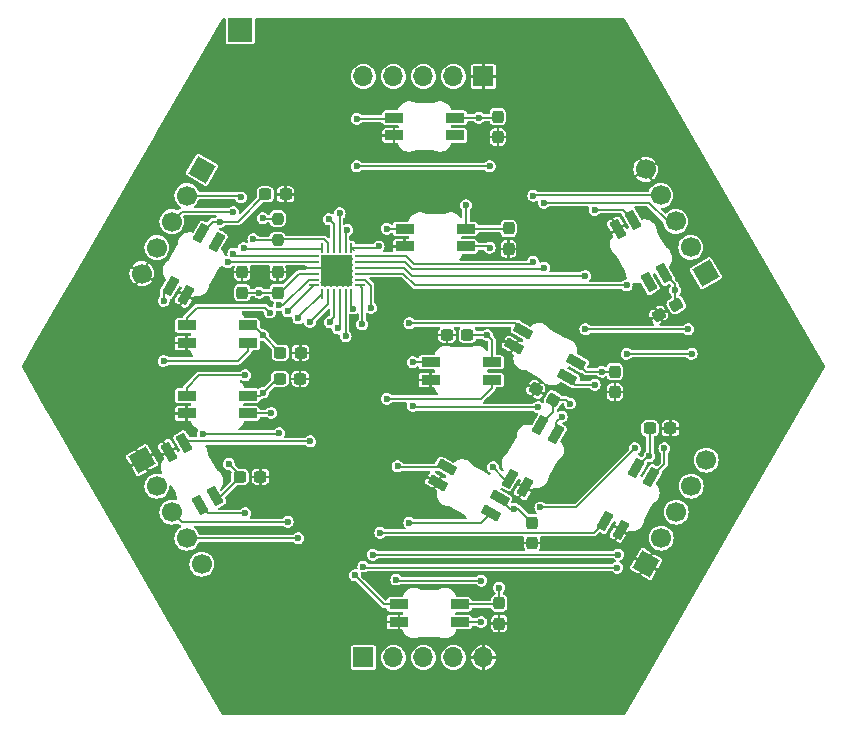
<source format=gbr>
%TF.GenerationSoftware,KiCad,Pcbnew,8.0.8*%
%TF.CreationDate,2025-04-07T13:45:20-04:00*%
%TF.ProjectId,pcb_tile_game_tile_ssa,7063625f-7469-46c6-955f-67616d655f74,1.0*%
%TF.SameCoordinates,Original*%
%TF.FileFunction,Copper,L1,Top*%
%TF.FilePolarity,Positive*%
%FSLAX46Y46*%
G04 Gerber Fmt 4.6, Leading zero omitted, Abs format (unit mm)*
G04 Created by KiCad (PCBNEW 8.0.8) date 2025-04-07 13:45:20*
%MOMM*%
%LPD*%
G01*
G04 APERTURE LIST*
G04 Aperture macros list*
%AMRoundRect*
0 Rectangle with rounded corners*
0 $1 Rounding radius*
0 $2 $3 $4 $5 $6 $7 $8 $9 X,Y pos of 4 corners*
0 Add a 4 corners polygon primitive as box body*
4,1,4,$2,$3,$4,$5,$6,$7,$8,$9,$2,$3,0*
0 Add four circle primitives for the rounded corners*
1,1,$1+$1,$2,$3*
1,1,$1+$1,$4,$5*
1,1,$1+$1,$6,$7*
1,1,$1+$1,$8,$9*
0 Add four rect primitives between the rounded corners*
20,1,$1+$1,$2,$3,$4,$5,0*
20,1,$1+$1,$4,$5,$6,$7,0*
20,1,$1+$1,$6,$7,$8,$9,0*
20,1,$1+$1,$8,$9,$2,$3,0*%
%AMHorizOval*
0 Thick line with rounded ends*
0 $1 width*
0 $2 $3 position (X,Y) of the first rounded end (center of the circle)*
0 $4 $5 position (X,Y) of the second rounded end (center of the circle)*
0 Add line between two ends*
20,1,$1,$2,$3,$4,$5,0*
0 Add two circle primitives to create the rounded ends*
1,1,$1,$2,$3*
1,1,$1,$4,$5*%
%AMRotRect*
0 Rectangle, with rotation*
0 The origin of the aperture is its center*
0 $1 length*
0 $2 width*
0 $3 Rotation angle, in degrees counterclockwise*
0 Add horizontal line*
21,1,$1,$2,0,0,$3*%
G04 Aperture macros list end*
%TA.AperFunction,SMDPad,CuDef*%
%ADD10RoundRect,0.237500X0.237500X-0.300000X0.237500X0.300000X-0.237500X0.300000X-0.237500X-0.300000X0*%
%TD*%
%TA.AperFunction,SMDPad,CuDef*%
%ADD11RoundRect,0.237500X0.300000X0.237500X-0.300000X0.237500X-0.300000X-0.237500X0.300000X-0.237500X0*%
%TD*%
%TA.AperFunction,ComponentPad*%
%ADD12R,1.700000X1.700000*%
%TD*%
%TA.AperFunction,ComponentPad*%
%ADD13O,1.700000X1.700000*%
%TD*%
%TA.AperFunction,SMDPad,CuDef*%
%ADD14RoundRect,0.237500X-0.237500X0.250000X-0.237500X-0.250000X0.237500X-0.250000X0.237500X0.250000X0*%
%TD*%
%TA.AperFunction,SMDPad,CuDef*%
%ADD15RoundRect,0.237500X-0.378558X-0.055681X0.141058X-0.355681X0.378558X0.055681X-0.141058X0.355681X0*%
%TD*%
%TA.AperFunction,ComponentPad*%
%ADD16RotRect,1.700000X1.700000X150.000000*%
%TD*%
%TA.AperFunction,ComponentPad*%
%ADD17HorizOval,1.700000X0.000000X0.000000X0.000000X0.000000X0*%
%TD*%
%TA.AperFunction,ComponentPad*%
%ADD18RotRect,1.700000X1.700000X330.000000*%
%TD*%
%TA.AperFunction,ComponentPad*%
%ADD19HorizOval,1.700000X0.000000X0.000000X0.000000X0.000000X0*%
%TD*%
%TA.AperFunction,ComponentPad*%
%ADD20RotRect,1.700000X1.700000X210.000000*%
%TD*%
%TA.AperFunction,ComponentPad*%
%ADD21HorizOval,1.700000X0.000000X0.000000X0.000000X0.000000X0*%
%TD*%
%TA.AperFunction,SMDPad,CuDef*%
%ADD22RoundRect,0.237500X-0.300000X-0.237500X0.300000X-0.237500X0.300000X0.237500X-0.300000X0.237500X0*%
%TD*%
%TA.AperFunction,ComponentPad*%
%ADD23RotRect,1.700000X1.700000X30.000000*%
%TD*%
%TA.AperFunction,ComponentPad*%
%ADD24HorizOval,1.700000X0.000000X0.000000X0.000000X0.000000X0*%
%TD*%
%TA.AperFunction,SMDPad,CuDef*%
%ADD25RoundRect,0.237500X-0.141058X-0.355681X0.378558X-0.055681X0.141058X0.355681X-0.378558X0.055681X0*%
%TD*%
%TA.AperFunction,SMDPad,CuDef*%
%ADD26R,2.000000X2.000000*%
%TD*%
%TA.AperFunction,SMDPad,CuDef*%
%ADD27RoundRect,0.062500X-0.350000X-0.062500X0.350000X-0.062500X0.350000X0.062500X-0.350000X0.062500X0*%
%TD*%
%TA.AperFunction,SMDPad,CuDef*%
%ADD28RoundRect,0.062500X-0.062500X-0.350000X0.062500X-0.350000X0.062500X0.350000X-0.062500X0.350000X0*%
%TD*%
%TA.AperFunction,HeatsinkPad*%
%ADD29R,2.600000X2.600000*%
%TD*%
%TA.AperFunction,SMDPad,CuDef*%
%ADD30RoundRect,0.082000X-0.457806X0.643056X-0.785806X0.074944X0.457806X-0.643056X0.785806X-0.074944X0*%
%TD*%
%TA.AperFunction,SMDPad,CuDef*%
%ADD31RoundRect,0.082000X-0.718000X0.328000X-0.718000X-0.328000X0.718000X-0.328000X0.718000X0.328000X0*%
%TD*%
%TA.AperFunction,SMDPad,CuDef*%
%ADD32RoundRect,0.082000X-0.643056X-0.457806X-0.074944X-0.785806X0.643056X0.457806X0.074944X0.785806X0*%
%TD*%
%TA.AperFunction,SMDPad,CuDef*%
%ADD33RoundRect,0.082000X-0.074944X0.785806X-0.643056X0.457806X0.074944X-0.785806X0.643056X-0.457806X0*%
%TD*%
%TA.AperFunction,ViaPad*%
%ADD34C,0.600000*%
%TD*%
%TA.AperFunction,Conductor*%
%ADD35C,0.200000*%
%TD*%
G04 APERTURE END LIST*
D10*
%TO.P,C2,1*%
%TO.N,GND*%
X149260000Y-94900000D03*
%TO.P,C2,2*%
%TO.N,VCC*%
X149260000Y-93175000D03*
%TD*%
D11*
%TO.P,C12,1*%
%TO.N,GND*%
X129660000Y-78800000D03*
%TO.P,C12,2*%
%TO.N,VCC*%
X127935000Y-78800002D03*
%TD*%
D10*
%TO.P,C3,1*%
%TO.N,GND*%
X156260000Y-82125000D03*
%TO.P,C3,2*%
%TO.N,VCC*%
X156260000Y-80400000D03*
%TD*%
D12*
%TO.P,J2,1,Pin_1*%
%TO.N,VCC*%
X134980000Y-104600000D03*
D13*
%TO.P,J2,2,Pin_2*%
%TO.N,/TX_J2*%
X137520000Y-104600000D03*
%TO.P,J2,3,Pin_3*%
%TO.N,/DATA_J2*%
X140060000Y-104600000D03*
%TO.P,J2,4,Pin_4*%
%TO.N,/RX_J2*%
X142600000Y-104600000D03*
%TO.P,J2,5,Pin_5*%
%TO.N,GND*%
X145140000Y-104600000D03*
%TD*%
D14*
%TO.P,R1,1*%
%TO.N,VCC*%
X127710000Y-67437500D03*
%TO.P,R1,2*%
%TO.N,/UPDI*%
X127710000Y-69262500D03*
%TD*%
D10*
%TO.P,C8,1*%
%TO.N,GND*%
X147260000Y-70000000D03*
%TO.P,C8,2*%
%TO.N,VCC*%
X147260000Y-68275000D03*
%TD*%
%TO.P,C15,1*%
%TO.N,VCC*%
X127710000Y-73712500D03*
%TO.P,C15,2*%
%TO.N,GND*%
X127710000Y-71987500D03*
%TD*%
D15*
%TO.P,C6,1*%
%TO.N,GND*%
X149560000Y-81900000D03*
%TO.P,C6,2*%
%TO.N,VCC*%
X151053894Y-82762500D03*
%TD*%
D16*
%TO.P,J3,1,Pin_1*%
%TO.N,GND*%
X158920000Y-96689409D03*
D17*
%TO.P,J3,2,Pin_2*%
%TO.N,/TX_J3*%
X160190000Y-94489704D03*
%TO.P,J3,3,Pin_3*%
%TO.N,/DATA_J3*%
X161460000Y-92290000D03*
%TO.P,J3,4,Pin_4*%
%TO.N,/RX_J3*%
X162730000Y-90090295D03*
%TO.P,J3,5,Pin_5*%
%TO.N,VCC*%
X164000000Y-87890591D03*
%TD*%
D11*
%TO.P,C13,1*%
%TO.N,GND*%
X128385000Y-65400002D03*
%TO.P,C13,2*%
%TO.N,VCC*%
X126660000Y-65400000D03*
%TD*%
D10*
%TO.P,C9,1*%
%TO.N,GND*%
X146360000Y-60525000D03*
%TO.P,C9,2*%
%TO.N,VCC*%
X146360000Y-58800000D03*
%TD*%
D11*
%TO.P,C11,1*%
%TO.N,GND*%
X129622500Y-81000000D03*
%TO.P,C11,2*%
%TO.N,VCC*%
X127897500Y-81000000D03*
%TD*%
D18*
%TO.P,J6,1,Pin_1*%
%TO.N,VCC*%
X121300000Y-63300591D03*
D19*
%TO.P,J6,2,Pin_2*%
%TO.N,/TX_J6*%
X120030000Y-65500296D03*
%TO.P,J6,3,Pin_3*%
%TO.N,/DATA_J6*%
X118760000Y-67700000D03*
%TO.P,J6,4,Pin_4*%
%TO.N,/RX_J6*%
X117490000Y-69899705D03*
%TO.P,J6,5,Pin_5*%
%TO.N,GND*%
X116220000Y-72099409D03*
%TD*%
D11*
%TO.P,C5,1*%
%TO.N,GND*%
X160960000Y-85200000D03*
%TO.P,C5,2*%
%TO.N,VCC*%
X159235000Y-85200000D03*
%TD*%
D10*
%TO.P,C1,1*%
%TO.N,GND*%
X146460000Y-101725000D03*
%TO.P,C1,2*%
%TO.N,VCC*%
X146460000Y-100000000D03*
%TD*%
D20*
%TO.P,J4,1,Pin_1*%
%TO.N,VCC*%
X163963349Y-72075928D03*
D21*
%TO.P,J4,2,Pin_2*%
%TO.N,/TX_J4*%
X162693349Y-69876223D03*
%TO.P,J4,3,Pin_3*%
%TO.N,/DATA_J4*%
X161423349Y-67676519D03*
%TO.P,J4,4,Pin_4*%
%TO.N,/RX_J4*%
X160153349Y-65476814D03*
%TO.P,J4,5,Pin_5*%
%TO.N,GND*%
X158883349Y-63277110D03*
%TD*%
D22*
%TO.P,C7,1*%
%TO.N,GND*%
X142060000Y-77300000D03*
%TO.P,C7,2*%
%TO.N,VCC*%
X143785000Y-77300000D03*
%TD*%
D23*
%TO.P,J1,1,Pin_1*%
%TO.N,GND*%
X116220000Y-87900591D03*
D24*
%TO.P,J1,2,Pin_2*%
%TO.N,/TX_J1*%
X117490000Y-90100296D03*
%TO.P,J1,3,Pin_3*%
%TO.N,/DATA_J1*%
X118760000Y-92300000D03*
%TO.P,J1,4,Pin_4*%
%TO.N,/RX_J1*%
X120030000Y-94499705D03*
%TO.P,J1,5,Pin_5*%
%TO.N,VCC*%
X121300000Y-96699409D03*
%TD*%
D25*
%TO.P,C4,1*%
%TO.N,GND*%
X159960000Y-75600000D03*
%TO.P,C4,2*%
%TO.N,VCC*%
X161453894Y-74737500D03*
%TD*%
D12*
%TO.P,J5,1,Pin_1*%
%TO.N,GND*%
X145140000Y-55400000D03*
D13*
%TO.P,J5,2,Pin_2*%
%TO.N,/TX_J5*%
X142600000Y-55400000D03*
%TO.P,J5,3,Pin_3*%
%TO.N,/DATA_J5*%
X140060000Y-55400000D03*
%TO.P,J5,4,Pin_4*%
%TO.N,/RX_J5*%
X137520000Y-55400000D03*
%TO.P,J5,5,Pin_5*%
%TO.N,VCC*%
X134980000Y-55400000D03*
%TD*%
D26*
%TO.P,TP1,1,1*%
%TO.N,/UPDI*%
X124560000Y-51500000D03*
%TD*%
D27*
%TO.P,U2,1,PA2*%
%TO.N,/DATA_J6*%
X130772500Y-70600000D03*
%TO.P,U2,2,PA3*%
%TO.N,/RX_J6*%
X130772500Y-71100000D03*
%TO.P,U2,3,GND*%
%TO.N,GND*%
X130772500Y-71600000D03*
%TO.P,U2,4,VCC*%
%TO.N,VCC*%
X130772500Y-72100000D03*
%TO.P,U2,5,PA4*%
%TO.N,/TX_J1*%
X130772500Y-72600000D03*
%TO.P,U2,6,PA5*%
%TO.N,/DATA_J1*%
X130772500Y-73100000D03*
D28*
%TO.P,U2,7,PA6*%
%TO.N,/RX_J1*%
X131460000Y-73787500D03*
%TO.P,U2,8,PA7*%
%TO.N,/LED_J1-J6*%
X131960000Y-73787500D03*
%TO.P,U2,9,PB7*%
%TO.N,/TX_J2*%
X132460000Y-73787500D03*
%TO.P,U2,10,PB6*%
%TO.N,/DATA_J2*%
X132960000Y-73787500D03*
%TO.P,U2,11,PB5*%
%TO.N,/RX_J2*%
X133460000Y-73787500D03*
%TO.P,U2,12,PB4*%
%TO.N,/LED_J2-J5*%
X133960000Y-73787500D03*
D27*
%TO.P,U2,13,PB3*%
%TO.N,/TX_J3*%
X134647500Y-73100000D03*
%TO.P,U2,14,PB2*%
%TO.N,/DATA_J3*%
X134647500Y-72600000D03*
%TO.P,U2,15,PB1*%
%TO.N,/RX_J3*%
X134647500Y-72100000D03*
%TO.P,U2,16,PB0*%
%TO.N,/TX_J4*%
X134647500Y-71600000D03*
%TO.P,U2,17,PC0*%
%TO.N,/DATA_J4*%
X134647500Y-71100000D03*
%TO.P,U2,18,PC1*%
%TO.N,/RX_J4*%
X134647500Y-70600000D03*
D28*
%TO.P,U2,19,PC2*%
%TO.N,/LED_J3-J4*%
X133960000Y-69912500D03*
%TO.P,U2,20,PC3*%
%TO.N,/TX_J5*%
X133460000Y-69912500D03*
%TO.P,U2,21,PC4*%
%TO.N,/DATA_J5*%
X132960000Y-69912500D03*
%TO.P,U2,22,PC5*%
%TO.N,/RX_J5*%
X132460000Y-69912500D03*
%TO.P,U2,23,~{RESET}/PA0*%
%TO.N,/UPDI*%
X131960000Y-69912500D03*
%TO.P,U2,24,PA1*%
%TO.N,/TX_J6*%
X131460000Y-69912500D03*
D29*
%TO.P,U2,25,GND*%
%TO.N,GND*%
X132710000Y-71850000D03*
%TD*%
D10*
%TO.P,C14,1*%
%TO.N,VCC*%
X124710000Y-73712500D03*
%TO.P,C14,2*%
%TO.N,GND*%
X124710000Y-71987500D03*
%TD*%
D11*
%TO.P,C10,1*%
%TO.N,GND*%
X126260000Y-89300000D03*
%TO.P,C10,2*%
%TO.N,VCC*%
X124535000Y-89300000D03*
%TD*%
D30*
%TO.P,LED2,1,VDD*%
%TO.N,VCC*%
X146514780Y-91100961D03*
%TO.P,LED2,2,DOUT*%
%TO.N,Net-(LED2-DOUT)*%
X145764780Y-92400000D03*
%TO.P,LED2,3,VSS*%
%TO.N,GND*%
X141261448Y-89800000D03*
%TO.P,LED2,4,DIN*%
%TO.N,Net-(LED1-DOUT)*%
X142011448Y-88500961D03*
%TD*%
D31*
%TO.P,LED11,1,VDD*%
%TO.N,VCC*%
X125210000Y-82430000D03*
%TO.P,LED11,2,DOUT*%
%TO.N,Net-(LED11-DOUT)*%
X125210000Y-83930000D03*
%TO.P,LED11,3,VSS*%
%TO.N,GND*%
X120010000Y-83930000D03*
%TO.P,LED11,4,DIN*%
%TO.N,Net-(LED10-DOUT)*%
X120010000Y-82430000D03*
%TD*%
%TO.P,LED8,1,VDD*%
%TO.N,VCC*%
X143660002Y-68299999D03*
%TO.P,LED8,2,DOUT*%
%TO.N,Net-(LED8-DOUT)*%
X143660000Y-69800000D03*
%TO.P,LED8,3,VSS*%
%TO.N,GND*%
X138460001Y-69799999D03*
%TO.P,LED8,4,DIN*%
%TO.N,Net-(LED7-DOUT)*%
X138460000Y-68300000D03*
%TD*%
%TO.P,LED9,1,VDD*%
%TO.N,VCC*%
X142760000Y-58900000D03*
%TO.P,LED9,2,DOUT*%
%TO.N,unconnected-(LED9-DOUT-Pad2)*%
X142760000Y-60400000D03*
%TO.P,LED9,3,VSS*%
%TO.N,GND*%
X137560000Y-60400000D03*
%TO.P,LED9,4,DIN*%
%TO.N,Net-(LED8-DOUT)*%
X137560000Y-58900000D03*
%TD*%
%TO.P,LED1,1,VDD*%
%TO.N,VCC*%
X143160000Y-100100000D03*
%TO.P,LED1,2,DOUT*%
%TO.N,Net-(LED1-DOUT)*%
X143160000Y-101600000D03*
%TO.P,LED1,3,VSS*%
%TO.N,GND*%
X137960000Y-101600000D03*
%TO.P,LED1,4,DIN*%
%TO.N,/LED_J2-J5*%
X137960000Y-100100000D03*
%TD*%
D30*
%TO.P,LED3,1,VDD*%
%TO.N,VCC*%
X153002876Y-79569974D03*
%TO.P,LED3,2,DOUT*%
%TO.N,Net-(LED3-DOUT)*%
X152252876Y-80869013D03*
%TO.P,LED3,3,VSS*%
%TO.N,GND*%
X147749544Y-78269013D03*
%TO.P,LED3,4,DIN*%
%TO.N,Net-(LED2-DOUT)*%
X148499544Y-76969974D03*
%TD*%
D32*
%TO.P,LED5,1,VDD*%
%TO.N,VCC*%
X158060961Y-88550000D03*
%TO.P,LED5,2,DOUT*%
%TO.N,Net-(LED5-DOUT)*%
X159360000Y-89300000D03*
%TO.P,LED5,3,VSS*%
%TO.N,GND*%
X156760000Y-93803332D03*
%TO.P,LED5,4,DIN*%
%TO.N,/LED_J3-J4*%
X155460961Y-93053331D03*
%TD*%
%TO.P,LED13,1,VDD*%
%TO.N,VCC*%
X121250961Y-68670000D03*
%TO.P,LED13,2,DOUT*%
%TO.N,unconnected-(LED13-DOUT-Pad2)*%
X122550000Y-69420000D03*
%TO.P,LED13,3,VSS*%
%TO.N,GND*%
X119950000Y-73923332D03*
%TO.P,LED13,4,DIN*%
%TO.N,Net-(LED12-DOUT)*%
X118650961Y-73173332D03*
%TD*%
%TO.P,LED6,1,VDD*%
%TO.N,VCC*%
X149960961Y-84950000D03*
%TO.P,LED6,2,DOUT*%
%TO.N,Net-(LED6-DOUT)*%
X151260000Y-85700000D03*
%TO.P,LED6,3,VSS*%
%TO.N,GND*%
X148660000Y-90203332D03*
%TO.P,LED6,4,DIN*%
%TO.N,Net-(LED5-DOUT)*%
X147360961Y-89453332D03*
%TD*%
D33*
%TO.P,LED10,1,VDD*%
%TO.N,VCC*%
X122410000Y-90940000D03*
%TO.P,LED10,2,DOUT*%
%TO.N,Net-(LED10-DOUT)*%
X121110961Y-91690000D03*
%TO.P,LED10,3,VSS*%
%TO.N,GND*%
X118510961Y-87186668D03*
%TO.P,LED10,4,DIN*%
%TO.N,/LED_J1-J6*%
X119810000Y-86436668D03*
%TD*%
%TO.P,LED4,1,VDD*%
%TO.N,VCC*%
X160430320Y-72080266D03*
%TO.P,LED4,2,DOUT*%
%TO.N,unconnected-(LED4-DOUT-Pad2)*%
X159131281Y-72830266D03*
%TO.P,LED4,3,VSS*%
%TO.N,GND*%
X156531281Y-68326934D03*
%TO.P,LED4,4,DIN*%
%TO.N,Net-(LED3-DOUT)*%
X157830320Y-67576934D03*
%TD*%
D31*
%TO.P,LED7,1,VDD*%
%TO.N,VCC*%
X145860000Y-79600000D03*
%TO.P,LED7,2,DOUT*%
%TO.N,Net-(LED7-DOUT)*%
X145860000Y-81100000D03*
%TO.P,LED7,3,VSS*%
%TO.N,GND*%
X140660000Y-81100000D03*
%TO.P,LED7,4,DIN*%
%TO.N,Net-(LED6-DOUT)*%
X140660000Y-79600000D03*
%TD*%
%TO.P,LED12,1,VDD*%
%TO.N,VCC*%
X125210000Y-76490000D03*
%TO.P,LED12,2,DOUT*%
%TO.N,Net-(LED12-DOUT)*%
X125210000Y-77990000D03*
%TO.P,LED12,3,VSS*%
%TO.N,GND*%
X120010000Y-77990000D03*
%TO.P,LED12,4,DIN*%
%TO.N,Net-(LED11-DOUT)*%
X120010000Y-76490000D03*
%TD*%
D34*
%TO.N,VCC*%
X126510000Y-82171285D03*
X126460000Y-67400000D03*
X145460000Y-77300000D03*
X155160000Y-80400000D03*
X126460000Y-77300000D03*
X122860000Y-67700000D03*
X159185480Y-87550000D03*
X123560000Y-88200000D03*
X152460000Y-83100000D03*
X143660000Y-66300000D03*
X144760000Y-58900000D03*
X146460000Y-98700000D03*
X147753667Y-92012907D03*
X126160000Y-73712500D03*
X161360000Y-73500000D03*
%TO.N,Net-(LED1-DOUT)*%
X137860000Y-88400000D03*
X137760000Y-98000000D03*
X144960000Y-101600000D03*
X144960000Y-98100000D03*
%TO.N,Net-(LED2-DOUT)*%
X138860000Y-93200000D03*
X138860000Y-76300000D03*
%TO.N,Net-(LED3-DOUT)*%
X154560000Y-81500000D03*
X154560000Y-66700000D03*
%TO.N,Net-(LED5-DOUT)*%
X145960000Y-88500000D03*
X157960000Y-86900000D03*
X149960000Y-91900000D03*
X160460000Y-86900000D03*
%TO.N,/DATA_J1*%
X128560000Y-93099998D03*
X128560000Y-75300000D03*
%TO.N,/TX_J1*%
X121376017Y-85661070D03*
X127850928Y-85600000D03*
X127850928Y-74750000D03*
%TO.N,/RX_J1*%
X129460000Y-94500000D03*
X129460000Y-75900000D03*
%TO.N,/TX_J2*%
X132110222Y-76219506D03*
%TO.N,/DATA_J2*%
X132810000Y-76744159D03*
%TO.N,/RX_J2*%
X133460000Y-77400000D03*
%TO.N,/RX_J3*%
X157260000Y-73100000D03*
X162760000Y-78900000D03*
X157260000Y-78900000D03*
%TO.N,/DATA_J3*%
X135760000Y-95900000D03*
X156560000Y-95900000D03*
X135610000Y-75000000D03*
%TO.N,/TX_J3*%
X134959999Y-96899999D03*
X156460000Y-97000000D03*
X134860000Y-76400000D03*
%TO.N,/TX_J4*%
X153760000Y-76800000D03*
X153760000Y-72300000D03*
X162460000Y-76800000D03*
%TO.N,/RX_J4*%
X149360000Y-65500000D03*
X149360000Y-71100000D03*
%TO.N,/DATA_J4*%
X150260000Y-66100000D03*
X150260000Y-71600000D03*
%TO.N,/UPDI*%
X124560000Y-51500000D03*
X125660000Y-69200000D03*
%TO.N,/RX_J5*%
X132054139Y-67496185D03*
%TO.N,/TX_J5*%
X133610000Y-68400000D03*
%TO.N,/DATA_J5*%
X132960000Y-66999998D03*
%TO.N,Net-(LED7-DOUT)*%
X136960000Y-82700000D03*
X136960000Y-68300000D03*
%TO.N,Net-(LED6-DOUT)*%
X149760000Y-83400000D03*
X139160000Y-79600000D03*
X139160000Y-83300000D03*
X151760000Y-84200000D03*
%TO.N,Net-(LED11-DOUT)*%
X127060000Y-75400000D03*
X127160000Y-83900000D03*
%TO.N,/DATA_J6*%
X123960000Y-66900000D03*
X123960000Y-70400000D03*
%TO.N,/RX_J6*%
X123476386Y-71130021D03*
%TO.N,/TX_J6*%
X124610002Y-65649998D03*
X124822352Y-69950000D03*
%TO.N,/LED_J1-J6*%
X130460000Y-76200000D03*
X130460000Y-86300000D03*
%TO.N,/LED_J2-J5*%
X134110000Y-75059620D03*
X134264952Y-97645056D03*
%TO.N,/LED_J3-J4*%
X136260000Y-69800000D03*
X136410000Y-94050000D03*
%TO.N,Net-(LED10-DOUT)*%
X124960000Y-92400000D03*
X124960000Y-80700000D03*
%TO.N,Net-(LED8-DOUT)*%
X134410002Y-59000000D03*
X145660000Y-69900000D03*
X145660000Y-63000000D03*
X134410002Y-63000000D03*
%TO.N,Net-(LED12-DOUT)*%
X118060000Y-79500000D03*
X118060000Y-74400000D03*
%TD*%
D35*
%TO.N,GND*%
X128097500Y-71600000D02*
X127710000Y-71987500D01*
X127710000Y-71987500D02*
X124710000Y-71987500D01*
X127710000Y-71987500D02*
X128772500Y-71987500D01*
X129460000Y-71600000D02*
X129160000Y-71600000D01*
X129160000Y-71600000D02*
X128860000Y-71900000D01*
X130772500Y-71600000D02*
X129460000Y-71600000D01*
X128772500Y-71987500D02*
X128860000Y-71900000D01*
%TO.N,VCC*%
X143660002Y-68299999D02*
X147235001Y-68299999D01*
X122220961Y-67700000D02*
X122860000Y-67700000D01*
X124535000Y-89175000D02*
X123560000Y-88200000D01*
X147235001Y-68299999D02*
X147260000Y-68275000D01*
X161360000Y-74643606D02*
X161453894Y-74737500D01*
X143160000Y-100100000D02*
X146360000Y-100100000D01*
X127681285Y-81000000D02*
X126510000Y-82171285D01*
X121250961Y-68670000D02*
X122220961Y-67700000D01*
X148097907Y-92012907D02*
X147753667Y-92012907D01*
X161360000Y-73009946D02*
X161360000Y-73500000D01*
X124360000Y-67700000D02*
X122860000Y-67700000D01*
X127935000Y-78800002D02*
X126460000Y-77325002D01*
X146360000Y-100100000D02*
X146460000Y-100000000D01*
X126460000Y-77325002D02*
X126460000Y-77300000D01*
X144760000Y-58900000D02*
X146260000Y-58900000D01*
X127710000Y-67437500D02*
X126497500Y-67437500D01*
X153002876Y-79569974D02*
X153832902Y-80400000D01*
X143660002Y-68299999D02*
X143660002Y-66300002D01*
X143785000Y-77300000D02*
X145460000Y-77300000D01*
X151053894Y-82762500D02*
X152122500Y-82762500D01*
X159235000Y-85200000D02*
X159235000Y-87500480D01*
X125650000Y-76490000D02*
X126460000Y-77300000D01*
X145860000Y-77700000D02*
X145460000Y-77300000D01*
X122410000Y-90940000D02*
X122895000Y-90940000D01*
X153832902Y-80400000D02*
X155160000Y-80400000D01*
X159235000Y-87500480D02*
X159185480Y-87550000D01*
X127160000Y-73712500D02*
X126160000Y-73712500D01*
X124710000Y-73712500D02*
X126160000Y-73712500D01*
X126660000Y-65400000D02*
X124360000Y-67700000D01*
X158060961Y-88550000D02*
X159060961Y-87550000D01*
X146514780Y-91100961D02*
X147426726Y-92012907D01*
X160430320Y-72080266D02*
X161360000Y-73009946D01*
X152122500Y-82762500D02*
X152460000Y-83100000D01*
X146460000Y-100000000D02*
X146460000Y-98700000D01*
X122895000Y-90940000D02*
X124535000Y-89300000D01*
X147426726Y-92012907D02*
X147753667Y-92012907D01*
X151053894Y-83857067D02*
X151053894Y-82762500D01*
X145860000Y-79600000D02*
X145860000Y-77700000D01*
X126251285Y-82430000D02*
X126510000Y-82171285D01*
X129510000Y-72100000D02*
X127897500Y-73712500D01*
X146260000Y-58900000D02*
X146360000Y-58800000D01*
X161360000Y-73500000D02*
X161360000Y-74643606D01*
X155160000Y-80400000D02*
X156260000Y-80400000D01*
X130772500Y-72100000D02*
X129510000Y-72100000D01*
X124710000Y-73712500D02*
X127160000Y-73712500D01*
X149260000Y-93175000D02*
X148097907Y-92012907D01*
X142760000Y-58900000D02*
X144760000Y-58900000D01*
X127160000Y-73712500D02*
X127710000Y-73712500D01*
X124535000Y-89300000D02*
X124535000Y-89175000D01*
X126497500Y-67437500D02*
X126460000Y-67400000D01*
X127897500Y-73712500D02*
X127710000Y-73712500D01*
X127897500Y-81000000D02*
X127681285Y-81000000D01*
X125210000Y-76490000D02*
X125650000Y-76490000D01*
X159060961Y-87550000D02*
X159185480Y-87550000D01*
X149960961Y-84950000D02*
X151053894Y-83857067D01*
X125210000Y-82430000D02*
X126251285Y-82430000D01*
X143660002Y-66300002D02*
X143660000Y-66300000D01*
%TO.N,Net-(LED1-DOUT)*%
X142011448Y-88500961D02*
X137960961Y-88500961D01*
X137960961Y-88500961D02*
X137860000Y-88400000D01*
X144960000Y-98100000D02*
X137860000Y-98100000D01*
X143160000Y-101600000D02*
X144960000Y-101600000D01*
X137860000Y-98100000D02*
X137760000Y-98000000D01*
%TO.N,Net-(LED2-DOUT)*%
X145764780Y-92400000D02*
X144964780Y-93200000D01*
X138860000Y-76300000D02*
X147829570Y-76300000D01*
X147829570Y-76300000D02*
X148499544Y-76969974D01*
X144964780Y-93200000D02*
X138860000Y-93200000D01*
%TO.N,Net-(LED3-DOUT)*%
X152252876Y-80869013D02*
X152883863Y-81500000D01*
X154560000Y-66700000D02*
X156953386Y-66700000D01*
X156953386Y-66700000D02*
X157830320Y-67576934D01*
X152883863Y-81500000D02*
X154560000Y-81500000D01*
%TO.N,Net-(LED5-DOUT)*%
X146913332Y-89453332D02*
X145960000Y-88500000D01*
X160460000Y-88200000D02*
X160460000Y-86900000D01*
X157960000Y-86900000D02*
X152960000Y-91900000D01*
X159360000Y-89300000D02*
X160460000Y-88200000D01*
X147360961Y-89453332D02*
X146913332Y-89453332D01*
X152960000Y-91900000D02*
X149960000Y-91900000D01*
%TO.N,/DATA_J1*%
X128572500Y-75300000D02*
X128560000Y-75300000D01*
X130772500Y-73100000D02*
X128572500Y-75300000D01*
X119610000Y-93150000D02*
X128509998Y-93150000D01*
X128509998Y-93150000D02*
X128560000Y-93099998D01*
X118760000Y-92300000D02*
X119610000Y-93150000D01*
%TO.N,/TX_J1*%
X127789858Y-85661070D02*
X127850928Y-85600000D01*
X128195614Y-74750000D02*
X127850928Y-74750000D01*
X130772500Y-72600000D02*
X130345614Y-72600000D01*
X121376017Y-85661070D02*
X127789858Y-85661070D01*
X130345614Y-72600000D02*
X128195614Y-74750000D01*
%TO.N,/RX_J1*%
X131460000Y-73787500D02*
X129460000Y-75787500D01*
X120030000Y-94499705D02*
X129459705Y-94499705D01*
X129459705Y-94499705D02*
X129460000Y-94500000D01*
X129460000Y-75787500D02*
X129460000Y-75900000D01*
%TO.N,/TX_J2*%
X132460000Y-73787500D02*
X132460000Y-75780761D01*
X132110222Y-76130539D02*
X132110222Y-76219506D01*
X132460000Y-75780761D02*
X132110222Y-76130539D01*
%TO.N,/DATA_J2*%
X132960000Y-73787500D02*
X132960000Y-76594159D01*
X132960000Y-76594159D02*
X132810000Y-76744159D01*
%TO.N,/RX_J2*%
X133460000Y-73787500D02*
X133460000Y-77400000D01*
%TO.N,/RX_J3*%
X134647500Y-72100000D02*
X138360000Y-72100000D01*
X157260000Y-78900000D02*
X162760000Y-78900000D01*
X138360000Y-72100000D02*
X139360000Y-73100000D01*
X139360000Y-73100000D02*
X157260000Y-73100000D01*
%TO.N,/DATA_J3*%
X134647500Y-72600000D02*
X135074386Y-72600000D01*
X135760000Y-95900000D02*
X156560000Y-95900000D01*
X135610000Y-73135614D02*
X135610000Y-75000000D01*
X135074386Y-72600000D02*
X135610000Y-73135614D01*
%TO.N,/TX_J3*%
X134860000Y-96800000D02*
X134959999Y-96899999D01*
X135060000Y-97000000D02*
X134959999Y-96899999D01*
X134860000Y-73312500D02*
X134860000Y-76400000D01*
X156460000Y-97000000D02*
X135060000Y-97000000D01*
X134647500Y-73100000D02*
X134860000Y-73312500D01*
%TO.N,/TX_J4*%
X139125686Y-72300000D02*
X138425686Y-71600000D01*
X138425686Y-71600000D02*
X134647500Y-71600000D01*
X162460000Y-76800000D02*
X153760000Y-76800000D01*
X153760000Y-72300000D02*
X139125686Y-72300000D01*
%TO.N,/RX_J4*%
X160153349Y-65476814D02*
X149383186Y-65476814D01*
X149165736Y-71294264D02*
X149360000Y-71100000D01*
X149383186Y-65476814D02*
X149360000Y-65500000D01*
X139294921Y-71294264D02*
X149165736Y-71294264D01*
X134647500Y-70600000D02*
X138600657Y-70600000D01*
X138600657Y-70600000D02*
X139294921Y-71294264D01*
%TO.N,/DATA_J4*%
X138501947Y-71100000D02*
X139101947Y-71700000D01*
X150160000Y-71700000D02*
X150260000Y-71600000D01*
X134647500Y-71100000D02*
X138501947Y-71100000D01*
X159150189Y-66100000D02*
X160726708Y-67676519D01*
X139101947Y-71700000D02*
X150160000Y-71700000D01*
X160726708Y-67676519D02*
X161423349Y-67676519D01*
X150260000Y-66100000D02*
X159150189Y-66100000D01*
%TO.N,/UPDI*%
X127710000Y-69262500D02*
X125722500Y-69262500D01*
X125722500Y-69262500D02*
X125660000Y-69200000D01*
X131674386Y-69200000D02*
X127772500Y-69200000D01*
X131960000Y-69912500D02*
X131960000Y-69485614D01*
X131960000Y-69485614D02*
X131674386Y-69200000D01*
X127772500Y-69200000D02*
X127710000Y-69262500D01*
%TO.N,/RX_J5*%
X132460000Y-67902046D02*
X132054139Y-67496185D01*
X132460000Y-69912500D02*
X132460000Y-67902046D01*
%TO.N,/TX_J5*%
X133460000Y-69912500D02*
X133460000Y-68550000D01*
X133460000Y-68550000D02*
X133610000Y-68400000D01*
%TO.N,/DATA_J5*%
X132960000Y-69912500D02*
X132960000Y-67200000D01*
X132960000Y-67200000D02*
X132960000Y-66999998D01*
%TO.N,Net-(LED7-DOUT)*%
X144919282Y-82700000D02*
X136960000Y-82700000D01*
X136960000Y-68300000D02*
X138460000Y-68300000D01*
X145860000Y-81759282D02*
X144919282Y-82700000D01*
X145860000Y-81100000D02*
X145860000Y-81759282D01*
%TO.N,Net-(LED6-DOUT)*%
X151260000Y-84700000D02*
X151760000Y-84200000D01*
X149760000Y-83400000D02*
X139260000Y-83400000D01*
X151260000Y-85700000D02*
X151260000Y-84700000D01*
X139260000Y-83400000D02*
X139160000Y-83300000D01*
X139160000Y-79600000D02*
X140660000Y-79600000D01*
%TO.N,Net-(LED11-DOUT)*%
X120859418Y-74995736D02*
X120010000Y-75845154D01*
X120010000Y-75845154D02*
X120010000Y-76490000D01*
X127130000Y-83930000D02*
X127160000Y-83900000D01*
X125210000Y-83930000D02*
X127130000Y-83930000D01*
X127060000Y-75400000D02*
X126655736Y-74995736D01*
X126655736Y-74995736D02*
X120859418Y-74995736D01*
%TO.N,/DATA_J6*%
X118760000Y-67700000D02*
X119610000Y-66850000D01*
X123910000Y-66850000D02*
X123960000Y-66900000D01*
X130772500Y-70600000D02*
X124160000Y-70600000D01*
X124160000Y-70600000D02*
X123960000Y-70400000D01*
X119610000Y-66850000D02*
X123910000Y-66850000D01*
%TO.N,/RX_J6*%
X130772500Y-71100000D02*
X123506407Y-71100000D01*
X123506407Y-71100000D02*
X123476386Y-71130021D01*
%TO.N,/TX_J6*%
X124922352Y-70050000D02*
X124822352Y-69950000D01*
X131460000Y-69912500D02*
X131322500Y-70050000D01*
X131322500Y-70050000D02*
X124922352Y-70050000D01*
X120030000Y-65500296D02*
X124460300Y-65500296D01*
X124460300Y-65500296D02*
X124610002Y-65649998D01*
%TO.N,/LED_J1-J6*%
X131960000Y-74700000D02*
X130460000Y-76200000D01*
X120816186Y-86256625D02*
X121126424Y-86306793D01*
X131960000Y-73787500D02*
X131960000Y-74700000D01*
X130453207Y-86306793D02*
X130460000Y-86300000D01*
X121126424Y-86306793D02*
X130453207Y-86306793D01*
X119810000Y-86436668D02*
X119990043Y-86256625D01*
X119990043Y-86256625D02*
X120816186Y-86256625D01*
%TO.N,/LED_J2-J5*%
X134019620Y-75059620D02*
X134110000Y-75059620D01*
X136719896Y-100100000D02*
X134264952Y-97645056D01*
X133960000Y-73787500D02*
X133960000Y-75000000D01*
X137960000Y-100100000D02*
X136719896Y-100100000D01*
X133960000Y-75000000D02*
X134019620Y-75059620D01*
%TO.N,/LED_J3-J4*%
X155460961Y-93053331D02*
X154464292Y-94050000D01*
X133960000Y-69912500D02*
X134141764Y-70094264D01*
X133960000Y-69912500D02*
X136147500Y-69912500D01*
X154464292Y-94050000D02*
X136410000Y-94050000D01*
X136147500Y-69912500D02*
X136260000Y-69800000D01*
%TO.N,Net-(LED10-DOUT)*%
X121110961Y-91690000D02*
X121820961Y-92400000D01*
X121820961Y-92400000D02*
X124960000Y-92400000D01*
X124960000Y-80700000D02*
X121080716Y-80700000D01*
X121080716Y-80700000D02*
X120010000Y-81770716D01*
X120010000Y-81770716D02*
X120010000Y-82430000D01*
%TO.N,Net-(LED8-DOUT)*%
X137460000Y-59000000D02*
X137560000Y-58900000D01*
X134410002Y-63000000D02*
X145660000Y-63000000D01*
X145560000Y-69800000D02*
X145660000Y-69900000D01*
X143660000Y-69800000D02*
X145560000Y-69800000D01*
X134410002Y-59000000D02*
X137460000Y-59000000D01*
%TO.N,Net-(LED12-DOUT)*%
X125210000Y-77990000D02*
X125210000Y-78649284D01*
X125210000Y-78649284D02*
X124359284Y-79500000D01*
X118060000Y-73764293D02*
X118650961Y-73173332D01*
X118060000Y-74400000D02*
X118060000Y-73764293D01*
X124359284Y-79500000D02*
X118060000Y-79500000D01*
%TD*%
%TA.AperFunction,Conductor*%
%TO.N,GND*%
G36*
X123318691Y-50519407D02*
G01*
X123354655Y-50568907D01*
X123359500Y-50599500D01*
X123359500Y-52519746D01*
X123359501Y-52519758D01*
X123371132Y-52578227D01*
X123371133Y-52578231D01*
X123415448Y-52644552D01*
X123481769Y-52688867D01*
X123526231Y-52697711D01*
X123540241Y-52700498D01*
X123540246Y-52700498D01*
X123540252Y-52700500D01*
X123540253Y-52700500D01*
X125579747Y-52700500D01*
X125579748Y-52700500D01*
X125638231Y-52688867D01*
X125704552Y-52644552D01*
X125748867Y-52578231D01*
X125760500Y-52519748D01*
X125760500Y-50599500D01*
X125779407Y-50541309D01*
X125828907Y-50505345D01*
X125859500Y-50500500D01*
X157034386Y-50500500D01*
X157092577Y-50519407D01*
X157120122Y-50549999D01*
X164271507Y-62936561D01*
X174094509Y-79950500D01*
X174107230Y-80010348D01*
X174094509Y-80049500D01*
X166129856Y-93844685D01*
X159310831Y-105655583D01*
X157120123Y-109450000D01*
X157074653Y-109490941D01*
X157034386Y-109499500D01*
X123085614Y-109499500D01*
X123027423Y-109480593D01*
X122999877Y-109450000D01*
X120809169Y-105655583D01*
X119697579Y-103730253D01*
X133929500Y-103730253D01*
X133929500Y-105469746D01*
X133929501Y-105469758D01*
X133941132Y-105528227D01*
X133941134Y-105528233D01*
X133985445Y-105594548D01*
X133985448Y-105594552D01*
X134051769Y-105638867D01*
X134096231Y-105647711D01*
X134110241Y-105650498D01*
X134110246Y-105650498D01*
X134110252Y-105650500D01*
X134110253Y-105650500D01*
X135849747Y-105650500D01*
X135849748Y-105650500D01*
X135908231Y-105638867D01*
X135974552Y-105594552D01*
X136018867Y-105528231D01*
X136030500Y-105469748D01*
X136030500Y-104599996D01*
X136464417Y-104599996D01*
X136464417Y-104600003D01*
X136484698Y-104805929D01*
X136484699Y-104805934D01*
X136544768Y-105003954D01*
X136642316Y-105186452D01*
X136773302Y-105346059D01*
X136773590Y-105346410D01*
X136773595Y-105346414D01*
X136933547Y-105477683D01*
X136933548Y-105477683D01*
X136933550Y-105477685D01*
X137116046Y-105575232D01*
X137253997Y-105617078D01*
X137314065Y-105635300D01*
X137314070Y-105635301D01*
X137519997Y-105655583D01*
X137520000Y-105655583D01*
X137520003Y-105655583D01*
X137725929Y-105635301D01*
X137725934Y-105635300D01*
X137727556Y-105634808D01*
X137923954Y-105575232D01*
X138106450Y-105477685D01*
X138266410Y-105346410D01*
X138397685Y-105186450D01*
X138495232Y-105003954D01*
X138555300Y-104805934D01*
X138555301Y-104805929D01*
X138575583Y-104600003D01*
X138575583Y-104599996D01*
X139004417Y-104599996D01*
X139004417Y-104600003D01*
X139024698Y-104805929D01*
X139024699Y-104805934D01*
X139084768Y-105003954D01*
X139182316Y-105186452D01*
X139313302Y-105346059D01*
X139313590Y-105346410D01*
X139313595Y-105346414D01*
X139473547Y-105477683D01*
X139473548Y-105477683D01*
X139473550Y-105477685D01*
X139656046Y-105575232D01*
X139793997Y-105617078D01*
X139854065Y-105635300D01*
X139854070Y-105635301D01*
X140059997Y-105655583D01*
X140060000Y-105655583D01*
X140060003Y-105655583D01*
X140265929Y-105635301D01*
X140265934Y-105635300D01*
X140267556Y-105634808D01*
X140463954Y-105575232D01*
X140646450Y-105477685D01*
X140806410Y-105346410D01*
X140937685Y-105186450D01*
X141035232Y-105003954D01*
X141095300Y-104805934D01*
X141095301Y-104805929D01*
X141115583Y-104600003D01*
X141115583Y-104599996D01*
X141544417Y-104599996D01*
X141544417Y-104600003D01*
X141564698Y-104805929D01*
X141564699Y-104805934D01*
X141624768Y-105003954D01*
X141722316Y-105186452D01*
X141853302Y-105346059D01*
X141853590Y-105346410D01*
X141853595Y-105346414D01*
X142013547Y-105477683D01*
X142013548Y-105477683D01*
X142013550Y-105477685D01*
X142196046Y-105575232D01*
X142333997Y-105617078D01*
X142394065Y-105635300D01*
X142394070Y-105635301D01*
X142599997Y-105655583D01*
X142600000Y-105655583D01*
X142600003Y-105655583D01*
X142805929Y-105635301D01*
X142805934Y-105635300D01*
X142807556Y-105634808D01*
X143003954Y-105575232D01*
X143186450Y-105477685D01*
X143346410Y-105346410D01*
X143477685Y-105186450D01*
X143575232Y-105003954D01*
X143635300Y-104805934D01*
X143635301Y-104805929D01*
X143655583Y-104600003D01*
X143655583Y-104599996D01*
X143645734Y-104499999D01*
X144094767Y-104499999D01*
X144094768Y-104500000D01*
X144856212Y-104500000D01*
X144840000Y-104560504D01*
X144840000Y-104639496D01*
X144856212Y-104700000D01*
X144094767Y-104700000D01*
X144105190Y-104805831D01*
X144105191Y-104805836D01*
X144165232Y-105003762D01*
X144165234Y-105003767D01*
X144262724Y-105186160D01*
X144262731Y-105186170D01*
X144393940Y-105346050D01*
X144393949Y-105346059D01*
X144553829Y-105477268D01*
X144553839Y-105477275D01*
X144736232Y-105574765D01*
X144736237Y-105574767D01*
X144934166Y-105634808D01*
X145039998Y-105645231D01*
X145040000Y-105645230D01*
X145040000Y-104883788D01*
X145100504Y-104900000D01*
X145179496Y-104900000D01*
X145240000Y-104883788D01*
X145240000Y-105645230D01*
X145240001Y-105645231D01*
X145345833Y-105634808D01*
X145543762Y-105574767D01*
X145543767Y-105574765D01*
X145726160Y-105477275D01*
X145726170Y-105477268D01*
X145886050Y-105346059D01*
X145886059Y-105346050D01*
X146017268Y-105186170D01*
X146017275Y-105186160D01*
X146114765Y-105003767D01*
X146114767Y-105003762D01*
X146174808Y-104805836D01*
X146174809Y-104805831D01*
X146185232Y-104700000D01*
X145423788Y-104700000D01*
X145440000Y-104639496D01*
X145440000Y-104560504D01*
X145423788Y-104500000D01*
X146185232Y-104500000D01*
X146185232Y-104499999D01*
X146174809Y-104394168D01*
X146174808Y-104394163D01*
X146114767Y-104196237D01*
X146114765Y-104196232D01*
X146017275Y-104013839D01*
X146017268Y-104013829D01*
X145886059Y-103853949D01*
X145886050Y-103853940D01*
X145726170Y-103722731D01*
X145726160Y-103722724D01*
X145543767Y-103625234D01*
X145543762Y-103625232D01*
X145345836Y-103565191D01*
X145345831Y-103565190D01*
X145240000Y-103554767D01*
X145240000Y-104316211D01*
X145179496Y-104300000D01*
X145100504Y-104300000D01*
X145040000Y-104316211D01*
X145040000Y-103554767D01*
X145039999Y-103554767D01*
X144934168Y-103565190D01*
X144934163Y-103565191D01*
X144736237Y-103625232D01*
X144736232Y-103625234D01*
X144553839Y-103722724D01*
X144553829Y-103722731D01*
X144393949Y-103853940D01*
X144393940Y-103853949D01*
X144262731Y-104013829D01*
X144262724Y-104013839D01*
X144165234Y-104196232D01*
X144165232Y-104196237D01*
X144105191Y-104394163D01*
X144105190Y-104394168D01*
X144094767Y-104499999D01*
X143645734Y-104499999D01*
X143635301Y-104394070D01*
X143635300Y-104394065D01*
X143606766Y-104300000D01*
X143575232Y-104196046D01*
X143477685Y-104013550D01*
X143346410Y-103853590D01*
X143196123Y-103730253D01*
X143186452Y-103722316D01*
X143003954Y-103624768D01*
X142805934Y-103564699D01*
X142805929Y-103564698D01*
X142600003Y-103544417D01*
X142599997Y-103544417D01*
X142394070Y-103564698D01*
X142394065Y-103564699D01*
X142196045Y-103624768D01*
X142013547Y-103722316D01*
X141853595Y-103853585D01*
X141853585Y-103853595D01*
X141722316Y-104013547D01*
X141624768Y-104196045D01*
X141564699Y-104394065D01*
X141564698Y-104394070D01*
X141544417Y-104599996D01*
X141115583Y-104599996D01*
X141095301Y-104394070D01*
X141095300Y-104394065D01*
X141066766Y-104300000D01*
X141035232Y-104196046D01*
X140937685Y-104013550D01*
X140806410Y-103853590D01*
X140656123Y-103730253D01*
X140646452Y-103722316D01*
X140463954Y-103624768D01*
X140265934Y-103564699D01*
X140265929Y-103564698D01*
X140060003Y-103544417D01*
X140059997Y-103544417D01*
X139854070Y-103564698D01*
X139854065Y-103564699D01*
X139656045Y-103624768D01*
X139473547Y-103722316D01*
X139313595Y-103853585D01*
X139313585Y-103853595D01*
X139182316Y-104013547D01*
X139084768Y-104196045D01*
X139024699Y-104394065D01*
X139024698Y-104394070D01*
X139004417Y-104599996D01*
X138575583Y-104599996D01*
X138555301Y-104394070D01*
X138555300Y-104394065D01*
X138526766Y-104300000D01*
X138495232Y-104196046D01*
X138397685Y-104013550D01*
X138266410Y-103853590D01*
X138116123Y-103730253D01*
X138106452Y-103722316D01*
X137923954Y-103624768D01*
X137725934Y-103564699D01*
X137725929Y-103564698D01*
X137520003Y-103544417D01*
X137519997Y-103544417D01*
X137314070Y-103564698D01*
X137314065Y-103564699D01*
X137116045Y-103624768D01*
X136933547Y-103722316D01*
X136773595Y-103853585D01*
X136773585Y-103853595D01*
X136642316Y-104013547D01*
X136544768Y-104196045D01*
X136484699Y-104394065D01*
X136484698Y-104394070D01*
X136464417Y-104599996D01*
X136030500Y-104599996D01*
X136030500Y-103730252D01*
X136028921Y-103722316D01*
X136027711Y-103716231D01*
X136018867Y-103671769D01*
X135974552Y-103605448D01*
X135974548Y-103605445D01*
X135908233Y-103561134D01*
X135908231Y-103561133D01*
X135908228Y-103561132D01*
X135908227Y-103561132D01*
X135849758Y-103549501D01*
X135849748Y-103549500D01*
X134110252Y-103549500D01*
X134110251Y-103549500D01*
X134110241Y-103549501D01*
X134051772Y-103561132D01*
X134051766Y-103561134D01*
X133985451Y-103605445D01*
X133985445Y-103605451D01*
X133941134Y-103671766D01*
X133941132Y-103671772D01*
X133929501Y-103730241D01*
X133929500Y-103730253D01*
X119697579Y-103730253D01*
X118525412Y-101700001D01*
X136960001Y-101700001D01*
X136960001Y-101970105D01*
X136962735Y-101993683D01*
X137005320Y-102090127D01*
X137079871Y-102164678D01*
X137176321Y-102207265D01*
X137199889Y-102209999D01*
X137859998Y-102209999D01*
X137860000Y-102209998D01*
X137860000Y-101700001D01*
X137859999Y-101700000D01*
X136960002Y-101700000D01*
X136960001Y-101700001D01*
X118525412Y-101700001D01*
X118253991Y-101229886D01*
X136960000Y-101229886D01*
X136960000Y-101499999D01*
X136960001Y-101500000D01*
X137859999Y-101500000D01*
X137860000Y-101499999D01*
X137860000Y-100990001D01*
X137859999Y-100990000D01*
X137199897Y-100990000D01*
X137199894Y-100990001D01*
X137176316Y-100992735D01*
X137079872Y-101035320D01*
X137005321Y-101109871D01*
X136962734Y-101206321D01*
X136960000Y-101229886D01*
X118253991Y-101229886D01*
X115638317Y-96699405D01*
X120244417Y-96699405D01*
X120244417Y-96699412D01*
X120264698Y-96905338D01*
X120264699Y-96905343D01*
X120324768Y-97103363D01*
X120422316Y-97285861D01*
X120516395Y-97400497D01*
X120553590Y-97445819D01*
X120553595Y-97445823D01*
X120713547Y-97577092D01*
X120713548Y-97577092D01*
X120713550Y-97577094D01*
X120896046Y-97674641D01*
X121031038Y-97715590D01*
X121094065Y-97734709D01*
X121094070Y-97734710D01*
X121299997Y-97754992D01*
X121300000Y-97754992D01*
X121300003Y-97754992D01*
X121505929Y-97734710D01*
X121505934Y-97734709D01*
X121703954Y-97674641D01*
X121759309Y-97645053D01*
X133759305Y-97645053D01*
X133759305Y-97645058D01*
X133779786Y-97787512D01*
X133784086Y-97796927D01*
X133839575Y-97918429D01*
X133882176Y-97967593D01*
X133933825Y-98027200D01*
X134047108Y-98100002D01*
X134054899Y-98105009D01*
X134161355Y-98136267D01*
X134192987Y-98145555D01*
X134192988Y-98145555D01*
X134192991Y-98145556D01*
X134192993Y-98145556D01*
X134299473Y-98145556D01*
X134357664Y-98164463D01*
X134369477Y-98174552D01*
X136479436Y-100284511D01*
X136479435Y-100284511D01*
X136535385Y-100340460D01*
X136603903Y-100380019D01*
X136603907Y-100380021D01*
X136680331Y-100400499D01*
X136680333Y-100400500D01*
X136680334Y-100400500D01*
X136863238Y-100400500D01*
X136921429Y-100419407D01*
X136957393Y-100468907D01*
X136961578Y-100488086D01*
X136962241Y-100493799D01*
X136968057Y-100506972D01*
X137004902Y-100590416D01*
X137079584Y-100665098D01*
X137127892Y-100686428D01*
X137176200Y-100707759D01*
X137181313Y-100708352D01*
X137199824Y-100710499D01*
X137199825Y-100710500D01*
X137199826Y-100710500D01*
X138260501Y-100710500D01*
X138318692Y-100729407D01*
X138354656Y-100778907D01*
X138359501Y-100809500D01*
X138359501Y-100891000D01*
X138340594Y-100949191D01*
X138291094Y-100985155D01*
X138260501Y-100990000D01*
X138060001Y-100990000D01*
X138060000Y-100990001D01*
X138060000Y-102209998D01*
X138060001Y-102209999D01*
X138209745Y-102209999D01*
X138267936Y-102228906D01*
X138303900Y-102278406D01*
X138304905Y-102281695D01*
X138324576Y-102350256D01*
X138324579Y-102350263D01*
X138405881Y-102513768D01*
X138515438Y-102659855D01*
X138649595Y-102783664D01*
X138649627Y-102783693D01*
X138649629Y-102783695D01*
X138804015Y-102881194D01*
X138804016Y-102881194D01*
X138804022Y-102881198D01*
X138973514Y-102949142D01*
X138973517Y-102949142D01*
X138973518Y-102949143D01*
X139008283Y-102956162D01*
X139152505Y-102985281D01*
X139314794Y-102988073D01*
X139335080Y-102988422D01*
X139335080Y-102988421D01*
X139335081Y-102988422D01*
X139515210Y-102958460D01*
X139686938Y-102896386D01*
X139702741Y-102887176D01*
X139703849Y-102886624D01*
X139708864Y-102883693D01*
X139708870Y-102883692D01*
X139742537Y-102864021D01*
X139792485Y-102850502D01*
X139831392Y-102850507D01*
X139831394Y-102850506D01*
X139837842Y-102850507D01*
X139837963Y-102850500D01*
X141327507Y-102850500D01*
X141377462Y-102864028D01*
X141415686Y-102886368D01*
X141417527Y-102887286D01*
X141433077Y-102896348D01*
X141530796Y-102931670D01*
X141604787Y-102958416D01*
X141604790Y-102958416D01*
X141604799Y-102958420D01*
X141784920Y-102988381D01*
X141967488Y-102985240D01*
X142146472Y-102949103D01*
X142315958Y-102881163D01*
X142470344Y-102783664D01*
X142604531Y-102659829D01*
X142714083Y-102513748D01*
X142795382Y-102350250D01*
X142814908Y-102282195D01*
X142849130Y-102231477D01*
X142906629Y-102210560D01*
X142910068Y-102210500D01*
X143920175Y-102210500D01*
X143920175Y-102210499D01*
X143943799Y-102207759D01*
X144040416Y-102165098D01*
X144115098Y-102090416D01*
X144157759Y-101993799D01*
X144158422Y-101988086D01*
X144183912Y-101932463D01*
X144237228Y-101902446D01*
X144256762Y-101900500D01*
X144512917Y-101900500D01*
X144571108Y-101919407D01*
X144587733Y-101934667D01*
X144628872Y-101982143D01*
X144749947Y-102059953D01*
X144852711Y-102090127D01*
X144888035Y-102100499D01*
X144888036Y-102100499D01*
X144888039Y-102100500D01*
X144888041Y-102100500D01*
X145031959Y-102100500D01*
X145031961Y-102100500D01*
X145170053Y-102059953D01*
X145291128Y-101982143D01*
X145385377Y-101873373D01*
X145407468Y-101825001D01*
X145785000Y-101825001D01*
X145785000Y-102077701D01*
X145787771Y-102107258D01*
X145787772Y-102107259D01*
X145831330Y-102231740D01*
X145909641Y-102337848D01*
X145909651Y-102337858D01*
X146015759Y-102416169D01*
X146140240Y-102459727D01*
X146140241Y-102459728D01*
X146169799Y-102462500D01*
X146359999Y-102462500D01*
X146360000Y-102462499D01*
X146360000Y-101825001D01*
X146560000Y-101825001D01*
X146560000Y-102462499D01*
X146560001Y-102462500D01*
X146750201Y-102462500D01*
X146779758Y-102459728D01*
X146779759Y-102459727D01*
X146904240Y-102416169D01*
X147010348Y-102337858D01*
X147010358Y-102337848D01*
X147088669Y-102231740D01*
X147132227Y-102107259D01*
X147132228Y-102107258D01*
X147135000Y-102077701D01*
X147135000Y-101825001D01*
X147134999Y-101825000D01*
X146560001Y-101825000D01*
X146560000Y-101825001D01*
X146360000Y-101825001D01*
X146359999Y-101825000D01*
X145785001Y-101825000D01*
X145785000Y-101825001D01*
X145407468Y-101825001D01*
X145445165Y-101742457D01*
X145451992Y-101694971D01*
X145465647Y-101600002D01*
X145465647Y-101599997D01*
X145445165Y-101457543D01*
X145406234Y-101372298D01*
X145785000Y-101372298D01*
X145785000Y-101624999D01*
X145785001Y-101625000D01*
X146359999Y-101625000D01*
X146360000Y-101624999D01*
X146360000Y-100987501D01*
X146560000Y-100987501D01*
X146560000Y-101624999D01*
X146560001Y-101625000D01*
X147134999Y-101625000D01*
X147135000Y-101624999D01*
X147135000Y-101372298D01*
X147132228Y-101342741D01*
X147132227Y-101342740D01*
X147088669Y-101218259D01*
X147010358Y-101112151D01*
X147010348Y-101112141D01*
X146904240Y-101033830D01*
X146779759Y-100990272D01*
X146779758Y-100990271D01*
X146750201Y-100987500D01*
X146560001Y-100987500D01*
X146560000Y-100987501D01*
X146360000Y-100987501D01*
X146359999Y-100987500D01*
X146169799Y-100987500D01*
X146140241Y-100990271D01*
X146140240Y-100990272D01*
X146015759Y-101033830D01*
X145909651Y-101112141D01*
X145909641Y-101112151D01*
X145831330Y-101218259D01*
X145787772Y-101342740D01*
X145787771Y-101342741D01*
X145785000Y-101372298D01*
X145406234Y-101372298D01*
X145392736Y-101342741D01*
X145385377Y-101326627D01*
X145291128Y-101217857D01*
X145291127Y-101217856D01*
X145291126Y-101217855D01*
X145170057Y-101140049D01*
X145170054Y-101140047D01*
X145170053Y-101140047D01*
X145170050Y-101140046D01*
X145031964Y-101099500D01*
X145031961Y-101099500D01*
X144888039Y-101099500D01*
X144888035Y-101099500D01*
X144749949Y-101140046D01*
X144749942Y-101140049D01*
X144628876Y-101217854D01*
X144628871Y-101217858D01*
X144587736Y-101265331D01*
X144535340Y-101296927D01*
X144512917Y-101299500D01*
X144256762Y-101299500D01*
X144198571Y-101280593D01*
X144162607Y-101231093D01*
X144158422Y-101211914D01*
X144158314Y-101210987D01*
X144157759Y-101206201D01*
X144115098Y-101109584D01*
X144040416Y-101034902D01*
X144037988Y-101033830D01*
X143943799Y-100992240D01*
X143920178Y-100989500D01*
X143920174Y-100989500D01*
X142859499Y-100989500D01*
X142801308Y-100970593D01*
X142765344Y-100921093D01*
X142760499Y-100890500D01*
X142760499Y-100809500D01*
X142779406Y-100751309D01*
X142828906Y-100715345D01*
X142859499Y-100710500D01*
X143920175Y-100710500D01*
X143920175Y-100710499D01*
X143943799Y-100707759D01*
X144040416Y-100665098D01*
X144115098Y-100590416D01*
X144157759Y-100493799D01*
X144158422Y-100488086D01*
X144183912Y-100432463D01*
X144237228Y-100402446D01*
X144256762Y-100400500D01*
X145723382Y-100400500D01*
X145781573Y-100419407D01*
X145816826Y-100466802D01*
X145830882Y-100506972D01*
X145830885Y-100506978D01*
X145909285Y-100613206D01*
X145909289Y-100613211D01*
X145909292Y-100613213D01*
X145909293Y-100613214D01*
X146015523Y-100691615D01*
X146015524Y-100691615D01*
X146015525Y-100691616D01*
X146140151Y-100735225D01*
X146167441Y-100737784D01*
X146169733Y-100737999D01*
X146169738Y-100738000D01*
X146169744Y-100738000D01*
X146750262Y-100738000D01*
X146750265Y-100737999D01*
X146779849Y-100735225D01*
X146904475Y-100691616D01*
X147010711Y-100613211D01*
X147089116Y-100506975D01*
X147132725Y-100382349D01*
X147135500Y-100352756D01*
X147135500Y-99647244D01*
X147135500Y-99647238D01*
X147135499Y-99647233D01*
X147132725Y-99617655D01*
X147132725Y-99617651D01*
X147089116Y-99493025D01*
X147088537Y-99492241D01*
X147010714Y-99386793D01*
X147010713Y-99386792D01*
X147010711Y-99386789D01*
X147010706Y-99386785D01*
X146904477Y-99308384D01*
X146826801Y-99281204D01*
X146778121Y-99244138D01*
X146760500Y-99187760D01*
X146760500Y-99153893D01*
X146779407Y-99095702D01*
X146786741Y-99087711D01*
X146786491Y-99087494D01*
X146791128Y-99082143D01*
X146885377Y-98973373D01*
X146945165Y-98842457D01*
X146963531Y-98714718D01*
X146965647Y-98700002D01*
X146965647Y-98699997D01*
X146945165Y-98557543D01*
X146919114Y-98500500D01*
X146885377Y-98426627D01*
X146791128Y-98317857D01*
X146791127Y-98317856D01*
X146791126Y-98317855D01*
X146670057Y-98240049D01*
X146670054Y-98240047D01*
X146670053Y-98240047D01*
X146670050Y-98240046D01*
X146531964Y-98199500D01*
X146531961Y-98199500D01*
X146388039Y-98199500D01*
X146388035Y-98199500D01*
X146249949Y-98240046D01*
X146249942Y-98240049D01*
X146128873Y-98317855D01*
X146034622Y-98426628D01*
X145974834Y-98557543D01*
X145954353Y-98699997D01*
X145954353Y-98700002D01*
X145974834Y-98842456D01*
X146008575Y-98916336D01*
X146034623Y-98973373D01*
X146092483Y-99040148D01*
X146133509Y-99087494D01*
X146131471Y-99089259D01*
X146156925Y-99131458D01*
X146159500Y-99153893D01*
X146159500Y-99187760D01*
X146140593Y-99245951D01*
X146093199Y-99281204D01*
X146015522Y-99308384D01*
X145909293Y-99386785D01*
X145909285Y-99386793D01*
X145830884Y-99493023D01*
X145787276Y-99617647D01*
X145787274Y-99617655D01*
X145784500Y-99647233D01*
X145784500Y-99700500D01*
X145765593Y-99758691D01*
X145716093Y-99794655D01*
X145685500Y-99799500D01*
X144256762Y-99799500D01*
X144198571Y-99780593D01*
X144162607Y-99731093D01*
X144158422Y-99711914D01*
X144158314Y-99710987D01*
X144157759Y-99706201D01*
X144115098Y-99609584D01*
X144040416Y-99534902D01*
X144040414Y-99534901D01*
X143943799Y-99492240D01*
X143920178Y-99489500D01*
X143920174Y-99489500D01*
X142910110Y-99489500D01*
X142851919Y-99470593D01*
X142815955Y-99421093D01*
X142814961Y-99417842D01*
X142795420Y-99349736D01*
X142714118Y-99186231D01*
X142604562Y-99040145D01*
X142604558Y-99040141D01*
X142604556Y-99040139D01*
X142470374Y-98916307D01*
X142470371Y-98916305D01*
X142470370Y-98916304D01*
X142315977Y-98818802D01*
X142146485Y-98750858D01*
X142146484Y-98750857D01*
X142146480Y-98750856D01*
X141967494Y-98714719D01*
X141967485Y-98714718D01*
X141784918Y-98711577D01*
X141604795Y-98741539D01*
X141604792Y-98741539D01*
X141604790Y-98741540D01*
X141604788Y-98741540D01*
X141604778Y-98741543D01*
X141433062Y-98803613D01*
X141417166Y-98812875D01*
X141416035Y-98813441D01*
X141377459Y-98835978D01*
X141327513Y-98849496D01*
X141288608Y-98849494D01*
X141288606Y-98849494D01*
X141282148Y-98849494D01*
X141282042Y-98849501D01*
X139838038Y-98849501D01*
X139837933Y-98849494D01*
X139792485Y-98849497D01*
X139742538Y-98835978D01*
X139704159Y-98813556D01*
X139702496Y-98812727D01*
X139692464Y-98806881D01*
X139686921Y-98803650D01*
X139686918Y-98803649D01*
X139515211Y-98741583D01*
X139515196Y-98741579D01*
X139335075Y-98711618D01*
X139152519Y-98714759D01*
X139152510Y-98714760D01*
X138973529Y-98750896D01*
X138804041Y-98818838D01*
X138649650Y-98916339D01*
X138515473Y-99040166D01*
X138515470Y-99040169D01*
X138405920Y-99186246D01*
X138324625Y-99349736D01*
X138324618Y-99349750D01*
X138305091Y-99417804D01*
X138270870Y-99468523D01*
X138213371Y-99489440D01*
X138209932Y-99489500D01*
X137199821Y-99489500D01*
X137176201Y-99492240D01*
X137176200Y-99492240D01*
X137079585Y-99534901D01*
X137004901Y-99609585D01*
X136962241Y-99706200D01*
X136961891Y-99707487D01*
X136961222Y-99708508D01*
X136959233Y-99713013D01*
X136958487Y-99712683D01*
X136928366Y-99758671D01*
X136871159Y-99780374D01*
X136812121Y-99764307D01*
X136796361Y-99751494D01*
X135044864Y-97999997D01*
X137254353Y-97999997D01*
X137254353Y-98000002D01*
X137274834Y-98142456D01*
X137320504Y-98242457D01*
X137334623Y-98273373D01*
X137421271Y-98373371D01*
X137428873Y-98382144D01*
X137498092Y-98426628D01*
X137549947Y-98459953D01*
X137625527Y-98482145D01*
X137688035Y-98500499D01*
X137688036Y-98500499D01*
X137688039Y-98500500D01*
X137688041Y-98500500D01*
X137831959Y-98500500D01*
X137831961Y-98500500D01*
X137970053Y-98459953D01*
X138038110Y-98416215D01*
X138091632Y-98400500D01*
X144512917Y-98400500D01*
X144571108Y-98419407D01*
X144587733Y-98434667D01*
X144628872Y-98482143D01*
X144749947Y-98559953D01*
X144856403Y-98591211D01*
X144888035Y-98600499D01*
X144888036Y-98600499D01*
X144888039Y-98600500D01*
X144888041Y-98600500D01*
X145031959Y-98600500D01*
X145031961Y-98600500D01*
X145170053Y-98559953D01*
X145291128Y-98482143D01*
X145385377Y-98373373D01*
X145445165Y-98242457D01*
X145464927Y-98105009D01*
X145465647Y-98100002D01*
X145465647Y-98099997D01*
X145445165Y-97957543D01*
X145385377Y-97826628D01*
X145385377Y-97826627D01*
X145291128Y-97717857D01*
X145291127Y-97717856D01*
X145291126Y-97717855D01*
X145170057Y-97640049D01*
X145170054Y-97640047D01*
X145170053Y-97640047D01*
X145170050Y-97640046D01*
X145031964Y-97599500D01*
X145031961Y-97599500D01*
X144888039Y-97599500D01*
X144888035Y-97599500D01*
X144749949Y-97640046D01*
X144749942Y-97640049D01*
X144628876Y-97717854D01*
X144628875Y-97717855D01*
X144628872Y-97717857D01*
X144596695Y-97754992D01*
X144587736Y-97765331D01*
X144535340Y-97796927D01*
X144512917Y-97799500D01*
X138282280Y-97799500D01*
X138224089Y-97780593D01*
X138192226Y-97741625D01*
X138185377Y-97726628D01*
X138185377Y-97726627D01*
X138091128Y-97617857D01*
X138091127Y-97617856D01*
X138091126Y-97617855D01*
X137970057Y-97540049D01*
X137970054Y-97540047D01*
X137970053Y-97540047D01*
X137970050Y-97540046D01*
X137831964Y-97499500D01*
X137831961Y-97499500D01*
X137688039Y-97499500D01*
X137688035Y-97499500D01*
X137549949Y-97540046D01*
X137549942Y-97540049D01*
X137428873Y-97617855D01*
X137334622Y-97726628D01*
X137274834Y-97857543D01*
X137254353Y-97999997D01*
X135044864Y-97999997D01*
X134795498Y-97750631D01*
X134767721Y-97696114D01*
X134767510Y-97666538D01*
X134770599Y-97645056D01*
X134766688Y-97617857D01*
X134750634Y-97506195D01*
X134761067Y-97445906D01*
X134804945Y-97403264D01*
X134865508Y-97394556D01*
X134876519Y-97397117D01*
X134882348Y-97398828D01*
X134888038Y-97400499D01*
X134888040Y-97400499D01*
X135031958Y-97400499D01*
X135031960Y-97400499D01*
X135170052Y-97359952D01*
X135209393Y-97334669D01*
X135238107Y-97316216D01*
X135291630Y-97300500D01*
X156012917Y-97300500D01*
X156071108Y-97319407D01*
X156087733Y-97334667D01*
X156128872Y-97382143D01*
X156249947Y-97459953D01*
X156356403Y-97491211D01*
X156388035Y-97500499D01*
X156388036Y-97500499D01*
X156388039Y-97500500D01*
X156388041Y-97500500D01*
X156531959Y-97500500D01*
X156531961Y-97500500D01*
X156670053Y-97459953D01*
X156791128Y-97382143D01*
X156885377Y-97273373D01*
X156945165Y-97142457D01*
X156965647Y-97000000D01*
X156964124Y-96989409D01*
X156961897Y-96973917D01*
X157556704Y-96973917D01*
X157561908Y-97053310D01*
X157597097Y-97124666D01*
X157597099Y-97124669D01*
X157641815Y-97163884D01*
X158308395Y-97548734D01*
X158691501Y-96885175D01*
X158735795Y-96929469D01*
X158804204Y-96968965D01*
X158864708Y-96985176D01*
X158481602Y-97648735D01*
X159148184Y-98033586D01*
X159204503Y-98052703D01*
X159204508Y-98052704D01*
X159283901Y-98047500D01*
X159355257Y-98012311D01*
X159355260Y-98012309D01*
X159394475Y-97967593D01*
X159779325Y-97301012D01*
X159115767Y-96917906D01*
X159160060Y-96873614D01*
X159199556Y-96805205D01*
X159215768Y-96744699D01*
X159879326Y-97127805D01*
X160264177Y-96461224D01*
X160283294Y-96404905D01*
X160283295Y-96404900D01*
X160278091Y-96325507D01*
X160242902Y-96254151D01*
X160242900Y-96254148D01*
X160198184Y-96214933D01*
X159531603Y-95830082D01*
X159148496Y-96493640D01*
X159104205Y-96449349D01*
X159035796Y-96409853D01*
X158975289Y-96393640D01*
X159358396Y-95730081D01*
X158691815Y-95345231D01*
X158635496Y-95326114D01*
X158635491Y-95326113D01*
X158556098Y-95331317D01*
X158484742Y-95366506D01*
X158484739Y-95366508D01*
X158445523Y-95411225D01*
X158445519Y-95411231D01*
X158060673Y-96077803D01*
X158060673Y-96077804D01*
X158724232Y-96460911D01*
X158679940Y-96505204D01*
X158640444Y-96573613D01*
X158624232Y-96634118D01*
X157960672Y-96251011D01*
X157575822Y-96917593D01*
X157556705Y-96973912D01*
X157556704Y-96973917D01*
X156961897Y-96973917D01*
X156945165Y-96857543D01*
X156921263Y-96805205D01*
X156885377Y-96726627D01*
X156791128Y-96617857D01*
X156691430Y-96553785D01*
X156652699Y-96506419D01*
X156649207Y-96445333D01*
X156682286Y-96393861D01*
X156717060Y-96375512D01*
X156770053Y-96359953D01*
X156891128Y-96282143D01*
X156985377Y-96173373D01*
X157045165Y-96042457D01*
X157065647Y-95900000D01*
X157055594Y-95830082D01*
X157045165Y-95757543D01*
X157029927Y-95724177D01*
X156985377Y-95626627D01*
X156891128Y-95517857D01*
X156891127Y-95517856D01*
X156891126Y-95517855D01*
X156770057Y-95440049D01*
X156770054Y-95440047D01*
X156770053Y-95440047D01*
X156770050Y-95440046D01*
X156631964Y-95399500D01*
X156631961Y-95399500D01*
X156488039Y-95399500D01*
X156488035Y-95399500D01*
X156349949Y-95440046D01*
X156349942Y-95440049D01*
X156228876Y-95517854D01*
X156228871Y-95517858D01*
X156187736Y-95565331D01*
X156135340Y-95596927D01*
X156112917Y-95599500D01*
X149942514Y-95599500D01*
X149884323Y-95580593D01*
X149848359Y-95531093D01*
X149848359Y-95469907D01*
X149862859Y-95441711D01*
X149888670Y-95406738D01*
X149932227Y-95282259D01*
X149932228Y-95282258D01*
X149935000Y-95252701D01*
X149935000Y-95000001D01*
X149934999Y-95000000D01*
X148585001Y-95000000D01*
X148585000Y-95000001D01*
X148585000Y-95252701D01*
X148587771Y-95282258D01*
X148587772Y-95282259D01*
X148631329Y-95406738D01*
X148657141Y-95441711D01*
X148676483Y-95499759D01*
X148658012Y-95558089D01*
X148608783Y-95594423D01*
X148577486Y-95599500D01*
X136207083Y-95599500D01*
X136148892Y-95580593D01*
X136132264Y-95565331D01*
X136114896Y-95545287D01*
X136091128Y-95517857D01*
X136024343Y-95474937D01*
X135970057Y-95440049D01*
X135970054Y-95440047D01*
X135970053Y-95440047D01*
X135970050Y-95440046D01*
X135831964Y-95399500D01*
X135831961Y-95399500D01*
X135688039Y-95399500D01*
X135688035Y-95399500D01*
X135549949Y-95440046D01*
X135549942Y-95440049D01*
X135428873Y-95517855D01*
X135334622Y-95626628D01*
X135274834Y-95757543D01*
X135254353Y-95899997D01*
X135254353Y-95900002D01*
X135274834Y-96042456D01*
X135334622Y-96173371D01*
X135334623Y-96173373D01*
X135404617Y-96254151D01*
X135428873Y-96282144D01*
X135549942Y-96359950D01*
X135549947Y-96359953D01*
X135650266Y-96389409D01*
X135688035Y-96400499D01*
X135688036Y-96400499D01*
X135688039Y-96400500D01*
X135688041Y-96400500D01*
X135831959Y-96400500D01*
X135831961Y-96400500D01*
X135970053Y-96359953D01*
X136091128Y-96282143D01*
X136132264Y-96234668D01*
X136184660Y-96203073D01*
X136207083Y-96200500D01*
X156112917Y-96200500D01*
X156171108Y-96219407D01*
X156187733Y-96234667D01*
X156228872Y-96282143D01*
X156249586Y-96295455D01*
X156328568Y-96346214D01*
X156367300Y-96393580D01*
X156370793Y-96454666D01*
X156337713Y-96506138D01*
X156302937Y-96524488D01*
X156249947Y-96540047D01*
X156249942Y-96540049D01*
X156128876Y-96617854D01*
X156128873Y-96617856D01*
X156128872Y-96617857D01*
X156098590Y-96652805D01*
X156087736Y-96665331D01*
X156035340Y-96696927D01*
X156012917Y-96699500D01*
X135482280Y-96699500D01*
X135424089Y-96680593D01*
X135392227Y-96641627D01*
X135385376Y-96626627D01*
X135385376Y-96626626D01*
X135291127Y-96517856D01*
X135291126Y-96517855D01*
X135291125Y-96517854D01*
X135170056Y-96440048D01*
X135170053Y-96440046D01*
X135170052Y-96440046D01*
X135170049Y-96440045D01*
X135031963Y-96399499D01*
X135031960Y-96399499D01*
X134888038Y-96399499D01*
X134888034Y-96399499D01*
X134749948Y-96440045D01*
X134749941Y-96440048D01*
X134628872Y-96517854D01*
X134534621Y-96626627D01*
X134474833Y-96757542D01*
X134454352Y-96899996D01*
X134454352Y-96900002D01*
X134474316Y-97038859D01*
X134463883Y-97099148D01*
X134420004Y-97141791D01*
X134359442Y-97150498D01*
X134348435Y-97147938D01*
X134336921Y-97144557D01*
X134336914Y-97144556D01*
X134336913Y-97144556D01*
X134192991Y-97144556D01*
X134192987Y-97144556D01*
X134054901Y-97185102D01*
X134054894Y-97185105D01*
X133933825Y-97262911D01*
X133839574Y-97371684D01*
X133779786Y-97502599D01*
X133759305Y-97645053D01*
X121759309Y-97645053D01*
X121886450Y-97577094D01*
X122046410Y-97445819D01*
X122177685Y-97285859D01*
X122275232Y-97103363D01*
X122335300Y-96905343D01*
X122335301Y-96905338D01*
X122355583Y-96699412D01*
X122355583Y-96699405D01*
X122335301Y-96493479D01*
X122335300Y-96493474D01*
X122305083Y-96393861D01*
X122275232Y-96295455D01*
X122177685Y-96112959D01*
X122148834Y-96077804D01*
X122046414Y-95953004D01*
X122046410Y-95952999D01*
X121981833Y-95900002D01*
X121886452Y-95821725D01*
X121703954Y-95724177D01*
X121505934Y-95664108D01*
X121505929Y-95664107D01*
X121300003Y-95643826D01*
X121299997Y-95643826D01*
X121094070Y-95664107D01*
X121094065Y-95664108D01*
X120896045Y-95724177D01*
X120713547Y-95821725D01*
X120553595Y-95952994D01*
X120553585Y-95953004D01*
X120422316Y-96112956D01*
X120324768Y-96295454D01*
X120264699Y-96493474D01*
X120264698Y-96493479D01*
X120244417Y-96699405D01*
X115638317Y-96699405D01*
X111828317Y-90100292D01*
X116434417Y-90100292D01*
X116434417Y-90100299D01*
X116454698Y-90306225D01*
X116454699Y-90306230D01*
X116514768Y-90504250D01*
X116612316Y-90686748D01*
X116735382Y-90836705D01*
X116743590Y-90846706D01*
X116743595Y-90846710D01*
X116903547Y-90977979D01*
X116903548Y-90977979D01*
X116903550Y-90977981D01*
X117086046Y-91075528D01*
X117223997Y-91117374D01*
X117284065Y-91135596D01*
X117284070Y-91135597D01*
X117489997Y-91155879D01*
X117490000Y-91155879D01*
X117490003Y-91155879D01*
X117695929Y-91135597D01*
X117695934Y-91135596D01*
X117893954Y-91075528D01*
X118076450Y-90977981D01*
X118236410Y-90846706D01*
X118367685Y-90686746D01*
X118465232Y-90504250D01*
X118525300Y-90306230D01*
X118525301Y-90306224D01*
X118539869Y-90158311D01*
X118545054Y-90105660D01*
X118569573Y-90049604D01*
X118622360Y-90018665D01*
X118683251Y-90024662D01*
X118728987Y-90065304D01*
X118729313Y-90065865D01*
X119088993Y-90688848D01*
X119089061Y-90688987D01*
X119111716Y-90728213D01*
X119124985Y-90778122D01*
X119124865Y-90807982D01*
X119124865Y-90808091D01*
X119124788Y-90823091D01*
X119124802Y-90823349D01*
X119124725Y-90842619D01*
X119156834Y-91022387D01*
X119213488Y-91173458D01*
X119216218Y-91234582D01*
X119182498Y-91285637D01*
X119125208Y-91307121D01*
X119092054Y-91302957D01*
X118965934Y-91264699D01*
X118965929Y-91264698D01*
X118760003Y-91244417D01*
X118759997Y-91244417D01*
X118554070Y-91264698D01*
X118554065Y-91264699D01*
X118356045Y-91324768D01*
X118173547Y-91422316D01*
X118013595Y-91553585D01*
X118013585Y-91553595D01*
X117882316Y-91713547D01*
X117784768Y-91896045D01*
X117724699Y-92094065D01*
X117724698Y-92094070D01*
X117704417Y-92299996D01*
X117704417Y-92300003D01*
X117724698Y-92505929D01*
X117724699Y-92505934D01*
X117784768Y-92703954D01*
X117882316Y-92886452D01*
X118006668Y-93037976D01*
X118013590Y-93046410D01*
X118025499Y-93056183D01*
X118173547Y-93177683D01*
X118173548Y-93177683D01*
X118173550Y-93177685D01*
X118356046Y-93275232D01*
X118493997Y-93317078D01*
X118554065Y-93335300D01*
X118554070Y-93335301D01*
X118759997Y-93355583D01*
X118760000Y-93355583D01*
X118760003Y-93355583D01*
X118965929Y-93335301D01*
X118965934Y-93335300D01*
X118984734Y-93329597D01*
X119163954Y-93275232D01*
X119194542Y-93258881D01*
X119254775Y-93248124D01*
X119309826Y-93274825D01*
X119311215Y-93276187D01*
X119425488Y-93390459D01*
X119425493Y-93390463D01*
X119488158Y-93426643D01*
X119529099Y-93472112D01*
X119535495Y-93532963D01*
X119504902Y-93585951D01*
X119485328Y-93599688D01*
X119443551Y-93622018D01*
X119443547Y-93622021D01*
X119283595Y-93753290D01*
X119283585Y-93753300D01*
X119152316Y-93913252D01*
X119054768Y-94095750D01*
X118994699Y-94293770D01*
X118994698Y-94293775D01*
X118974417Y-94499701D01*
X118974417Y-94499708D01*
X118994698Y-94705634D01*
X118994699Y-94705639D01*
X119054768Y-94903659D01*
X119152316Y-95086157D01*
X119275382Y-95236114D01*
X119283590Y-95246115D01*
X119283595Y-95246119D01*
X119443547Y-95377388D01*
X119443548Y-95377388D01*
X119443550Y-95377390D01*
X119626046Y-95474937D01*
X119763997Y-95516783D01*
X119824065Y-95535005D01*
X119824070Y-95535006D01*
X120029997Y-95555288D01*
X120030000Y-95555288D01*
X120030003Y-95555288D01*
X120235929Y-95535006D01*
X120235934Y-95535005D01*
X120248830Y-95531093D01*
X120433954Y-95474937D01*
X120616450Y-95377390D01*
X120776410Y-95246115D01*
X120907685Y-95086155D01*
X121005232Y-94903659D01*
X121015300Y-94870467D01*
X121050284Y-94820271D01*
X121108092Y-94800224D01*
X121110037Y-94800205D01*
X129012660Y-94800205D01*
X129070851Y-94819112D01*
X129087479Y-94834374D01*
X129128870Y-94882141D01*
X129128872Y-94882143D01*
X129162348Y-94903657D01*
X129249947Y-94959953D01*
X129356403Y-94991211D01*
X129388035Y-95000499D01*
X129388036Y-95000499D01*
X129388039Y-95000500D01*
X129388041Y-95000500D01*
X129531959Y-95000500D01*
X129531961Y-95000500D01*
X129670053Y-94959953D01*
X129791128Y-94882143D01*
X129885377Y-94773373D01*
X129945165Y-94642457D01*
X129958386Y-94550500D01*
X129965647Y-94500002D01*
X129965647Y-94499997D01*
X129945165Y-94357543D01*
X129916041Y-94293771D01*
X129885377Y-94226627D01*
X129791128Y-94117857D01*
X129791127Y-94117856D01*
X129791126Y-94117855D01*
X129685536Y-94049997D01*
X135904353Y-94049997D01*
X135904353Y-94050002D01*
X135924834Y-94192456D01*
X135971104Y-94293771D01*
X135984623Y-94323373D01*
X136037736Y-94384669D01*
X136078873Y-94432144D01*
X136184463Y-94500002D01*
X136199947Y-94509953D01*
X136306403Y-94541211D01*
X136338035Y-94550499D01*
X136338036Y-94550499D01*
X136338039Y-94550500D01*
X136338041Y-94550500D01*
X136481959Y-94550500D01*
X136481961Y-94550500D01*
X136620053Y-94509953D01*
X136741128Y-94432143D01*
X136782264Y-94384668D01*
X136834660Y-94353073D01*
X136857083Y-94350500D01*
X148506765Y-94350500D01*
X148564956Y-94369407D01*
X148600920Y-94418907D01*
X148600920Y-94480093D01*
X148600209Y-94482198D01*
X148587772Y-94517740D01*
X148587771Y-94517741D01*
X148585000Y-94547298D01*
X148585000Y-94799999D01*
X148585001Y-94800000D01*
X149934999Y-94800000D01*
X149935000Y-94799999D01*
X149935000Y-94719356D01*
X156346603Y-94719356D01*
X156346603Y-94719357D01*
X156580514Y-94854406D01*
X156580524Y-94854411D01*
X156602303Y-94863829D01*
X156602308Y-94863830D01*
X156707122Y-94875172D01*
X156707125Y-94875172D01*
X156808962Y-94847885D01*
X156808964Y-94847884D01*
X156894063Y-94785655D01*
X156908219Y-94766607D01*
X156908220Y-94766605D01*
X157068090Y-94489700D01*
X159134417Y-94489700D01*
X159134417Y-94489707D01*
X159154698Y-94695633D01*
X159154699Y-94695638D01*
X159214768Y-94893658D01*
X159312316Y-95076156D01*
X159320524Y-95086157D01*
X159443590Y-95236114D01*
X159443595Y-95236118D01*
X159603547Y-95367387D01*
X159603548Y-95367387D01*
X159603550Y-95367389D01*
X159786046Y-95464936D01*
X159923997Y-95506782D01*
X159984065Y-95525004D01*
X159984070Y-95525005D01*
X160189997Y-95545287D01*
X160190000Y-95545287D01*
X160190003Y-95545287D01*
X160395929Y-95525005D01*
X160395934Y-95525004D01*
X160419491Y-95517858D01*
X160593954Y-95464936D01*
X160776450Y-95367389D01*
X160936410Y-95236114D01*
X161067685Y-95076154D01*
X161165232Y-94893658D01*
X161225300Y-94695638D01*
X161225301Y-94695633D01*
X161245583Y-94489707D01*
X161245583Y-94489700D01*
X161225301Y-94283774D01*
X161225300Y-94283769D01*
X161197601Y-94192457D01*
X161165232Y-94085750D01*
X161067685Y-93903254D01*
X161058467Y-93892022D01*
X160944622Y-93753300D01*
X160936410Y-93743294D01*
X160884265Y-93700500D01*
X160776452Y-93612020D01*
X160593954Y-93514472D01*
X160395934Y-93454403D01*
X160395929Y-93454402D01*
X160190003Y-93434121D01*
X160189997Y-93434121D01*
X159984070Y-93454402D01*
X159984065Y-93454403D01*
X159786045Y-93514472D01*
X159603547Y-93612020D01*
X159443595Y-93743289D01*
X159443585Y-93743299D01*
X159312316Y-93903251D01*
X159214768Y-94085749D01*
X159154699Y-94283769D01*
X159154698Y-94283774D01*
X159134417Y-94489700D01*
X157068090Y-94489700D01*
X157238273Y-94194934D01*
X156796602Y-93939935D01*
X156346603Y-94719356D01*
X149935000Y-94719356D01*
X149935000Y-94547298D01*
X149932228Y-94517741D01*
X149932227Y-94517740D01*
X149919791Y-94482198D01*
X149918418Y-94421028D01*
X149953262Y-94370733D01*
X150011014Y-94350525D01*
X150013235Y-94350500D01*
X154503855Y-94350500D01*
X154503855Y-94350499D01*
X154580281Y-94330021D01*
X154648803Y-94290460D01*
X154656059Y-94283204D01*
X155830909Y-94283204D01*
X155830909Y-94283207D01*
X155858196Y-94385044D01*
X155858197Y-94385046D01*
X155920426Y-94470145D01*
X155939474Y-94484301D01*
X155939476Y-94484302D01*
X156173396Y-94619354D01*
X156623395Y-93839934D01*
X156181724Y-93584935D01*
X155851669Y-94156608D01*
X155842252Y-94178385D01*
X155842251Y-94178390D01*
X155830909Y-94283204D01*
X154656059Y-94283204D01*
X154676777Y-94262485D01*
X154704753Y-94234511D01*
X154944249Y-93995013D01*
X154998766Y-93967235D01*
X155059198Y-93976806D01*
X155063753Y-93979280D01*
X155281291Y-94104876D01*
X155303121Y-94114315D01*
X155408125Y-94125678D01*
X155510142Y-94098343D01*
X155595396Y-94036000D01*
X155609583Y-94016911D01*
X156139921Y-93098336D01*
X156185389Y-93057398D01*
X156246239Y-93051002D01*
X156275151Y-93062100D01*
X156345740Y-93102854D01*
X156386679Y-93148322D01*
X156393075Y-93209172D01*
X156381975Y-93238089D01*
X156281725Y-93411728D01*
X156281725Y-93411729D01*
X156809999Y-93716729D01*
X156810000Y-93716729D01*
X157338274Y-94021727D01*
X157413160Y-93892022D01*
X157458630Y-93851081D01*
X157519480Y-93844685D01*
X157522758Y-93845441D01*
X157592049Y-93862704D01*
X157774292Y-93874044D01*
X157955576Y-93852208D01*
X158129914Y-93797918D01*
X158291544Y-93712967D01*
X158435127Y-93600163D01*
X158555919Y-93463231D01*
X158649929Y-93306697D01*
X158714051Y-93135731D01*
X158746167Y-92955982D01*
X158746094Y-92937678D01*
X158746176Y-92936330D01*
X158746146Y-92930591D01*
X158746147Y-92930589D01*
X158745944Y-92891618D01*
X158759209Y-92841600D01*
X158778677Y-92807885D01*
X158778677Y-92807883D01*
X158782712Y-92800896D01*
X158782729Y-92800860D01*
X158787469Y-92792651D01*
X158972102Y-92472857D01*
X159077677Y-92289996D01*
X160404417Y-92289996D01*
X160404417Y-92290003D01*
X160424698Y-92495929D01*
X160424699Y-92495934D01*
X160484768Y-92693954D01*
X160582316Y-92876452D01*
X160713585Y-93036404D01*
X160713590Y-93036410D01*
X160713595Y-93036414D01*
X160873547Y-93167683D01*
X160873548Y-93167683D01*
X160873550Y-93167685D01*
X161056046Y-93265232D01*
X161178116Y-93302261D01*
X161254065Y-93325300D01*
X161254070Y-93325301D01*
X161459997Y-93345583D01*
X161460000Y-93345583D01*
X161460003Y-93345583D01*
X161665929Y-93325301D01*
X161665934Y-93325300D01*
X161863954Y-93265232D01*
X162046450Y-93167685D01*
X162206410Y-93036410D01*
X162337685Y-92876450D01*
X162435232Y-92693954D01*
X162495300Y-92495934D01*
X162495301Y-92495929D01*
X162515583Y-92290003D01*
X162515583Y-92289996D01*
X162495301Y-92084070D01*
X162495300Y-92084065D01*
X162475215Y-92017854D01*
X162435232Y-91886046D01*
X162337685Y-91703550D01*
X162335657Y-91701079D01*
X162206414Y-91543595D01*
X162206410Y-91543590D01*
X162180018Y-91521931D01*
X162046452Y-91412316D01*
X161863954Y-91314768D01*
X161665934Y-91254699D01*
X161665929Y-91254698D01*
X161460003Y-91234417D01*
X161459997Y-91234417D01*
X161254070Y-91254698D01*
X161254065Y-91254699D01*
X161056045Y-91314768D01*
X160873547Y-91412316D01*
X160713595Y-91543585D01*
X160713585Y-91543595D01*
X160582316Y-91703547D01*
X160484768Y-91886045D01*
X160424699Y-92084065D01*
X160424698Y-92084070D01*
X160404417Y-92289996D01*
X159077677Y-92289996D01*
X159526722Y-91512228D01*
X159563405Y-91475735D01*
X159597251Y-91456430D01*
X159597251Y-91456429D01*
X159601970Y-91453738D01*
X159603579Y-91452672D01*
X159619213Y-91443730D01*
X159758828Y-91326050D01*
X159767994Y-91314909D01*
X159796193Y-91280631D01*
X159874833Y-91185041D01*
X159963396Y-91025362D01*
X160021591Y-90852290D01*
X160047495Y-90671542D01*
X160040251Y-90489091D01*
X160000100Y-90310966D01*
X159928368Y-90143052D01*
X159928365Y-90143048D01*
X159928364Y-90143045D01*
X159893366Y-90090291D01*
X161674417Y-90090291D01*
X161674417Y-90090298D01*
X161694698Y-90296224D01*
X161694699Y-90296229D01*
X161754768Y-90494249D01*
X161852316Y-90676747D01*
X161967655Y-90817288D01*
X161983590Y-90836705D01*
X162002584Y-90852293D01*
X162143547Y-90967978D01*
X162143548Y-90967978D01*
X162143550Y-90967980D01*
X162326046Y-91065527D01*
X162463997Y-91107373D01*
X162524065Y-91125595D01*
X162524070Y-91125596D01*
X162729997Y-91145878D01*
X162730000Y-91145878D01*
X162730003Y-91145878D01*
X162935929Y-91125596D01*
X162935934Y-91125595D01*
X162956501Y-91119356D01*
X163133954Y-91065527D01*
X163316450Y-90967980D01*
X163476410Y-90836705D01*
X163607685Y-90676745D01*
X163705232Y-90494249D01*
X163765300Y-90296229D01*
X163765301Y-90296224D01*
X163785583Y-90090298D01*
X163785583Y-90090291D01*
X163765301Y-89884365D01*
X163765300Y-89884360D01*
X163741083Y-89804527D01*
X163705232Y-89686341D01*
X163607685Y-89503845D01*
X163603167Y-89498340D01*
X163484622Y-89353891D01*
X163476410Y-89343885D01*
X163449408Y-89321725D01*
X163316452Y-89212611D01*
X163133954Y-89115063D01*
X162935934Y-89054994D01*
X162935929Y-89054993D01*
X162730003Y-89034712D01*
X162729997Y-89034712D01*
X162524070Y-89054993D01*
X162524065Y-89054994D01*
X162326045Y-89115063D01*
X162143547Y-89212611D01*
X161983595Y-89343880D01*
X161983585Y-89343890D01*
X161852316Y-89503842D01*
X161754768Y-89686340D01*
X161694699Y-89884360D01*
X161694698Y-89884365D01*
X161674417Y-90090291D01*
X159893366Y-90090291D01*
X159833573Y-90000163D01*
X159827425Y-89990896D01*
X159778249Y-89939956D01*
X159751438Y-89884961D01*
X159762073Y-89824707D01*
X159763727Y-89821723D01*
X160043970Y-89336330D01*
X160268788Y-88946935D01*
X160268801Y-88946909D01*
X160278233Y-88925093D01*
X160278233Y-88925092D01*
X160278234Y-88925090D01*
X160288842Y-88827056D01*
X160313899Y-88771240D01*
X160317242Y-88767727D01*
X160700460Y-88384511D01*
X160705071Y-88376524D01*
X160706921Y-88373321D01*
X160723577Y-88344471D01*
X160740021Y-88315989D01*
X160760500Y-88239562D01*
X160760500Y-87890587D01*
X162944417Y-87890587D01*
X162944417Y-87890594D01*
X162964698Y-88096520D01*
X162964699Y-88096525D01*
X163024768Y-88294545D01*
X163122316Y-88477043D01*
X163227814Y-88605593D01*
X163253590Y-88637001D01*
X163253595Y-88637005D01*
X163413547Y-88768274D01*
X163413548Y-88768274D01*
X163413550Y-88768276D01*
X163596046Y-88865823D01*
X163733997Y-88907669D01*
X163794065Y-88925891D01*
X163794070Y-88925892D01*
X163999997Y-88946174D01*
X164000000Y-88946174D01*
X164000003Y-88946174D01*
X164205929Y-88925892D01*
X164205934Y-88925891D01*
X164245371Y-88913928D01*
X164403954Y-88865823D01*
X164586450Y-88768276D01*
X164746410Y-88637001D01*
X164877685Y-88477041D01*
X164975232Y-88294545D01*
X165035300Y-88096525D01*
X165035301Y-88096520D01*
X165055583Y-87890594D01*
X165055583Y-87890587D01*
X165035301Y-87684661D01*
X165035300Y-87684656D01*
X165009799Y-87600591D01*
X164975232Y-87486637D01*
X164877685Y-87304141D01*
X164876000Y-87302088D01*
X164764300Y-87165980D01*
X164746410Y-87144181D01*
X164714390Y-87117903D01*
X164586452Y-87012907D01*
X164403954Y-86915359D01*
X164205934Y-86855290D01*
X164205929Y-86855289D01*
X164000003Y-86835008D01*
X163999997Y-86835008D01*
X163794070Y-86855289D01*
X163794065Y-86855290D01*
X163596045Y-86915359D01*
X163413547Y-87012907D01*
X163253595Y-87144176D01*
X163253585Y-87144186D01*
X163122316Y-87304138D01*
X163024768Y-87486636D01*
X162964699Y-87684656D01*
X162964698Y-87684661D01*
X162944417Y-87890587D01*
X160760500Y-87890587D01*
X160760500Y-87353893D01*
X160779407Y-87295702D01*
X160786741Y-87287711D01*
X160786491Y-87287494D01*
X160791128Y-87282143D01*
X160885377Y-87173373D01*
X160945165Y-87042457D01*
X160955831Y-86968270D01*
X160965647Y-86900002D01*
X160965647Y-86899997D01*
X160945165Y-86757543D01*
X160921989Y-86706795D01*
X160885377Y-86626627D01*
X160791128Y-86517857D01*
X160791127Y-86517856D01*
X160791126Y-86517855D01*
X160670057Y-86440049D01*
X160670054Y-86440047D01*
X160670053Y-86440047D01*
X160670050Y-86440046D01*
X160531964Y-86399500D01*
X160531961Y-86399500D01*
X160388039Y-86399500D01*
X160388035Y-86399500D01*
X160249949Y-86440046D01*
X160249942Y-86440049D01*
X160128873Y-86517855D01*
X160034622Y-86626628D01*
X159974834Y-86757543D01*
X159954353Y-86899997D01*
X159954353Y-86900002D01*
X159974834Y-87042456D01*
X160021928Y-87145575D01*
X160034623Y-87173373D01*
X160128870Y-87282141D01*
X160133509Y-87287494D01*
X160131471Y-87289259D01*
X160156925Y-87331458D01*
X160159500Y-87353893D01*
X160159500Y-88034521D01*
X160140593Y-88092712D01*
X160130504Y-88104524D01*
X159876709Y-88358318D01*
X159822194Y-88386095D01*
X159761762Y-88376524D01*
X159757207Y-88374050D01*
X159539679Y-88248460D01*
X159539666Y-88248453D01*
X159523966Y-88241665D01*
X159517840Y-88239016D01*
X159517838Y-88239015D01*
X159517837Y-88239015D01*
X159412838Y-88227653D01*
X159412835Y-88227653D01*
X159310818Y-88254988D01*
X159310816Y-88254989D01*
X159225564Y-88317331D01*
X159225563Y-88317332D01*
X159211381Y-88336414D01*
X159211377Y-88336420D01*
X158681040Y-89254990D01*
X158635571Y-89295931D01*
X158574721Y-89302327D01*
X158545804Y-89291226D01*
X158475655Y-89250725D01*
X158434714Y-89205255D01*
X158428318Y-89144405D01*
X158439417Y-89115493D01*
X158779865Y-88525822D01*
X158969749Y-88196935D01*
X158969762Y-88196909D01*
X158979194Y-88175093D01*
X158979195Y-88175090D01*
X158983165Y-88138400D01*
X158983663Y-88133799D01*
X159008720Y-88077981D01*
X159061802Y-88047551D01*
X159109983Y-88049461D01*
X159113519Y-88050500D01*
X159113521Y-88050500D01*
X159257439Y-88050500D01*
X159257441Y-88050500D01*
X159395533Y-88009953D01*
X159516608Y-87932143D01*
X159610857Y-87823373D01*
X159670645Y-87692457D01*
X159684125Y-87598699D01*
X159691127Y-87550002D01*
X159691127Y-87549997D01*
X159670645Y-87407543D01*
X159660111Y-87384478D01*
X159610857Y-87276627D01*
X159601020Y-87265274D01*
X159559680Y-87217563D01*
X159535863Y-87161203D01*
X159535500Y-87152733D01*
X159535500Y-85970312D01*
X159554407Y-85912121D01*
X159603907Y-85876157D01*
X159613382Y-85873591D01*
X159617346Y-85872725D01*
X159617349Y-85872725D01*
X159741975Y-85829116D01*
X159848211Y-85750711D01*
X159926616Y-85644475D01*
X159970225Y-85519849D01*
X159973000Y-85490256D01*
X159973000Y-85300001D01*
X160222500Y-85300001D01*
X160222500Y-85490201D01*
X160225271Y-85519758D01*
X160225272Y-85519759D01*
X160268830Y-85644240D01*
X160347141Y-85750348D01*
X160347151Y-85750358D01*
X160453259Y-85828669D01*
X160577740Y-85872227D01*
X160577741Y-85872228D01*
X160607299Y-85875000D01*
X160859999Y-85875000D01*
X160860000Y-85874999D01*
X160860000Y-85300001D01*
X161060000Y-85300001D01*
X161060000Y-85874999D01*
X161060001Y-85875000D01*
X161312701Y-85875000D01*
X161342258Y-85872228D01*
X161342259Y-85872227D01*
X161466740Y-85828669D01*
X161572848Y-85750358D01*
X161572858Y-85750348D01*
X161651169Y-85644240D01*
X161694727Y-85519759D01*
X161694728Y-85519758D01*
X161697500Y-85490201D01*
X161697500Y-85300001D01*
X161697499Y-85300000D01*
X161060001Y-85300000D01*
X161060000Y-85300001D01*
X160860000Y-85300001D01*
X160859999Y-85300000D01*
X160222501Y-85300000D01*
X160222500Y-85300001D01*
X159973000Y-85300001D01*
X159973000Y-84909798D01*
X160222500Y-84909798D01*
X160222500Y-85099999D01*
X160222501Y-85100000D01*
X160859999Y-85100000D01*
X160860000Y-85099999D01*
X160860000Y-84525001D01*
X161060000Y-84525001D01*
X161060000Y-85099999D01*
X161060001Y-85100000D01*
X161697499Y-85100000D01*
X161697500Y-85099999D01*
X161697500Y-84909798D01*
X161694728Y-84880241D01*
X161694727Y-84880240D01*
X161651169Y-84755759D01*
X161572858Y-84649651D01*
X161572848Y-84649641D01*
X161466740Y-84571330D01*
X161342259Y-84527772D01*
X161342258Y-84527771D01*
X161312701Y-84525000D01*
X161060001Y-84525000D01*
X161060000Y-84525001D01*
X160860000Y-84525001D01*
X160859999Y-84525000D01*
X160607299Y-84525000D01*
X160577741Y-84527771D01*
X160577740Y-84527772D01*
X160453259Y-84571330D01*
X160347151Y-84649641D01*
X160347141Y-84649651D01*
X160268830Y-84755759D01*
X160225272Y-84880240D01*
X160225271Y-84880241D01*
X160222500Y-84909798D01*
X159973000Y-84909798D01*
X159973000Y-84909744D01*
X159973000Y-84909738D01*
X159972999Y-84909733D01*
X159972194Y-84901145D01*
X159970225Y-84880151D01*
X159926616Y-84755525D01*
X159900775Y-84720512D01*
X159848214Y-84649293D01*
X159848213Y-84649292D01*
X159848211Y-84649289D01*
X159797953Y-84612197D01*
X159741976Y-84570884D01*
X159617352Y-84527276D01*
X159617351Y-84527275D01*
X159617349Y-84527275D01*
X159617347Y-84527274D01*
X159617344Y-84527274D01*
X159587766Y-84524500D01*
X159587756Y-84524500D01*
X158882244Y-84524500D01*
X158882233Y-84524500D01*
X158852655Y-84527274D01*
X158852647Y-84527276D01*
X158728023Y-84570884D01*
X158621793Y-84649285D01*
X158621785Y-84649293D01*
X158543384Y-84755523D01*
X158499776Y-84880147D01*
X158499774Y-84880155D01*
X158497000Y-84909733D01*
X158497000Y-85490266D01*
X158499774Y-85519844D01*
X158499776Y-85519852D01*
X158543384Y-85644476D01*
X158615697Y-85742457D01*
X158621789Y-85750711D01*
X158621792Y-85750713D01*
X158621793Y-85750714D01*
X158728023Y-85829115D01*
X158728024Y-85829115D01*
X158728025Y-85829116D01*
X158781474Y-85847819D01*
X158852647Y-85872724D01*
X158852650Y-85872724D01*
X158852651Y-85872725D01*
X158852652Y-85872725D01*
X158856618Y-85873591D01*
X158909436Y-85904475D01*
X158934013Y-85960508D01*
X158934500Y-85970312D01*
X158934500Y-87062291D01*
X158915593Y-87120482D01*
X158889023Y-87145575D01*
X158854353Y-87167855D01*
X158760102Y-87276628D01*
X158700314Y-87407543D01*
X158691884Y-87466177D01*
X158664888Y-87521085D01*
X158663896Y-87522092D01*
X158577671Y-87608317D01*
X158523154Y-87636094D01*
X158462722Y-87626523D01*
X158458177Y-87624055D01*
X158240631Y-87498455D01*
X158240628Y-87498454D01*
X158240627Y-87498453D01*
X158240621Y-87498450D01*
X158240107Y-87498228D01*
X158240011Y-87498143D01*
X158238071Y-87497168D01*
X158238326Y-87496659D01*
X158194201Y-87457777D01*
X158180838Y-87398069D01*
X158205123Y-87341909D01*
X158225870Y-87324081D01*
X158291128Y-87282143D01*
X158385377Y-87173373D01*
X158445165Y-87042457D01*
X158455831Y-86968270D01*
X158465647Y-86900002D01*
X158465647Y-86899997D01*
X158445165Y-86757543D01*
X158421989Y-86706795D01*
X158385377Y-86626627D01*
X158291128Y-86517857D01*
X158291127Y-86517856D01*
X158291126Y-86517855D01*
X158170057Y-86440049D01*
X158170054Y-86440047D01*
X158170053Y-86440047D01*
X158170050Y-86440046D01*
X158031964Y-86399500D01*
X158031961Y-86399500D01*
X157888039Y-86399500D01*
X157888035Y-86399500D01*
X157749949Y-86440046D01*
X157749942Y-86440049D01*
X157628873Y-86517855D01*
X157534622Y-86626628D01*
X157474834Y-86757543D01*
X157454353Y-86899997D01*
X157454353Y-86900003D01*
X157457441Y-86921482D01*
X157447007Y-86981771D01*
X157429453Y-87005574D01*
X152864525Y-91570504D01*
X152810008Y-91598281D01*
X152794521Y-91599500D01*
X150407083Y-91599500D01*
X150348892Y-91580593D01*
X150332264Y-91565331D01*
X150322095Y-91553595D01*
X150291128Y-91517857D01*
X150250478Y-91491733D01*
X150170057Y-91440049D01*
X150170054Y-91440047D01*
X150170053Y-91440047D01*
X150170050Y-91440046D01*
X150031964Y-91399500D01*
X150031961Y-91399500D01*
X149888039Y-91399500D01*
X149888035Y-91399500D01*
X149749949Y-91440046D01*
X149749942Y-91440049D01*
X149628873Y-91517855D01*
X149534622Y-91626628D01*
X149474834Y-91757543D01*
X149454353Y-91899997D01*
X149454353Y-91900002D01*
X149474834Y-92042456D01*
X149513275Y-92126628D01*
X149534623Y-92173373D01*
X149566590Y-92210265D01*
X149621096Y-92273169D01*
X149644913Y-92329529D01*
X149631054Y-92389124D01*
X149584813Y-92429192D01*
X149546276Y-92437000D01*
X148987979Y-92437000D01*
X148929788Y-92418093D01*
X148917975Y-92408004D01*
X148604036Y-92094065D01*
X148282418Y-91772447D01*
X148277835Y-91769801D01*
X148248227Y-91752706D01*
X148248227Y-91752707D01*
X148213893Y-91732884D01*
X148190320Y-91726568D01*
X148141124Y-91695772D01*
X148131666Y-91684857D01*
X148084795Y-91630764D01*
X148084794Y-91630763D01*
X147963724Y-91552956D01*
X147963721Y-91552954D01*
X147963720Y-91552954D01*
X147963717Y-91552953D01*
X147825631Y-91512407D01*
X147825628Y-91512407D01*
X147681706Y-91512407D01*
X147681704Y-91512407D01*
X147681700Y-91512408D01*
X147618911Y-91530844D01*
X147557751Y-91529096D01*
X147509299Y-91491733D01*
X147492061Y-91433026D01*
X147505284Y-91386356D01*
X147566325Y-91280631D01*
X147575764Y-91258801D01*
X147587127Y-91153797D01*
X147577899Y-91119356D01*
X148246603Y-91119356D01*
X148246603Y-91119357D01*
X148480514Y-91254406D01*
X148480524Y-91254411D01*
X148502303Y-91263829D01*
X148502308Y-91263830D01*
X148607122Y-91275172D01*
X148607125Y-91275172D01*
X148708962Y-91247885D01*
X148708964Y-91247884D01*
X148794063Y-91185655D01*
X148808219Y-91166607D01*
X148808220Y-91166605D01*
X149138273Y-90594934D01*
X148696602Y-90339935D01*
X148246603Y-91119356D01*
X147577899Y-91119356D01*
X147559792Y-91051780D01*
X147497449Y-90966526D01*
X147497448Y-90966525D01*
X147497447Y-90966524D01*
X147478365Y-90952342D01*
X147478359Y-90952338D01*
X147012205Y-90683204D01*
X147730909Y-90683204D01*
X147730909Y-90683207D01*
X147758196Y-90785044D01*
X147758197Y-90785046D01*
X147820426Y-90870145D01*
X147839474Y-90884301D01*
X147839476Y-90884302D01*
X148073396Y-91019354D01*
X148523395Y-90239934D01*
X148081724Y-89984935D01*
X147751669Y-90556608D01*
X147742252Y-90578385D01*
X147742251Y-90578390D01*
X147730909Y-90683204D01*
X147012205Y-90683204D01*
X146603575Y-90447281D01*
X146562634Y-90401812D01*
X146556238Y-90340962D01*
X146557014Y-90337603D01*
X146567324Y-90296236D01*
X146599742Y-90244345D01*
X146656470Y-90221420D01*
X146712884Y-90234441D01*
X147181291Y-90504877D01*
X147203121Y-90514316D01*
X147308125Y-90525679D01*
X147410142Y-90498344D01*
X147495396Y-90436001D01*
X147509583Y-90416912D01*
X148039921Y-89498337D01*
X148085389Y-89457399D01*
X148146239Y-89451003D01*
X148175156Y-89462104D01*
X148245737Y-89502854D01*
X148286678Y-89548323D01*
X148293074Y-89609173D01*
X148281974Y-89638089D01*
X148181725Y-89811727D01*
X148181725Y-89811729D01*
X148709999Y-90116729D01*
X148710000Y-90116729D01*
X149238274Y-90421727D01*
X149313160Y-90292022D01*
X149358630Y-90251081D01*
X149419480Y-90244685D01*
X149422758Y-90245441D01*
X149492049Y-90262704D01*
X149674292Y-90274044D01*
X149855576Y-90252208D01*
X150029914Y-90197918D01*
X150191544Y-90112967D01*
X150335127Y-90000163D01*
X150455919Y-89863231D01*
X150549929Y-89706697D01*
X150614051Y-89535731D01*
X150646167Y-89355982D01*
X150646094Y-89337678D01*
X150646176Y-89336330D01*
X150646146Y-89330591D01*
X150646147Y-89330589D01*
X150645944Y-89291617D01*
X150659204Y-89241608D01*
X151426722Y-87912226D01*
X151463405Y-87875735D01*
X151497251Y-87856430D01*
X151497252Y-87856428D01*
X151501969Y-87853738D01*
X151503579Y-87852672D01*
X151519213Y-87843730D01*
X151658827Y-87726051D01*
X151774833Y-87585041D01*
X151863396Y-87425363D01*
X151921591Y-87252290D01*
X151947495Y-87071542D01*
X151940251Y-86889091D01*
X151900100Y-86710966D01*
X151828368Y-86543051D01*
X151828365Y-86543047D01*
X151828364Y-86543044D01*
X151727428Y-86390899D01*
X151707873Y-86370643D01*
X151678249Y-86339956D01*
X151651438Y-86284961D01*
X151662073Y-86224707D01*
X151663727Y-86221723D01*
X151924829Y-85769483D01*
X152168788Y-85346935D01*
X152168801Y-85346909D01*
X152178233Y-85325093D01*
X152178234Y-85325090D01*
X152183210Y-85279103D01*
X152189597Y-85220086D01*
X152162262Y-85118069D01*
X152159063Y-85113695D01*
X152099919Y-85032815D01*
X152099919Y-85032814D01*
X152080834Y-85018632D01*
X152080821Y-85018623D01*
X151831889Y-84874902D01*
X151790948Y-84829433D01*
X151784552Y-84768583D01*
X151815145Y-84715595D01*
X151853497Y-84694176D01*
X151970053Y-84659953D01*
X152091128Y-84582143D01*
X152185377Y-84473373D01*
X152245165Y-84342457D01*
X152253746Y-84282773D01*
X152265647Y-84200002D01*
X152265647Y-84199997D01*
X152245165Y-84057543D01*
X152203966Y-83967331D01*
X152185377Y-83926627D01*
X152091128Y-83817857D01*
X152091127Y-83817856D01*
X152091126Y-83817855D01*
X151970057Y-83740049D01*
X151970054Y-83740047D01*
X151970053Y-83740047D01*
X151970050Y-83740046D01*
X151831964Y-83699500D01*
X151831961Y-83699500D01*
X151688039Y-83699500D01*
X151688035Y-83699500D01*
X151549949Y-83740046D01*
X151549942Y-83740049D01*
X151506917Y-83767700D01*
X151447742Y-83783255D01*
X151390725Y-83761056D01*
X151357646Y-83709583D01*
X151354394Y-83684416D01*
X151354394Y-83591308D01*
X151373301Y-83533117D01*
X151413806Y-83500568D01*
X151430614Y-83493235D01*
X151430615Y-83493233D01*
X151430617Y-83493233D01*
X151530688Y-83407115D01*
X151530689Y-83407112D01*
X151530693Y-83407110D01*
X151547893Y-83382869D01*
X151703992Y-83112497D01*
X151749460Y-83071559D01*
X151789727Y-83063000D01*
X151863249Y-83063000D01*
X151921440Y-83081907D01*
X151957404Y-83131407D01*
X151961241Y-83147911D01*
X151974834Y-83242456D01*
X152011497Y-83322735D01*
X152034623Y-83373373D01*
X152128872Y-83482143D01*
X152128873Y-83482144D01*
X152249942Y-83559950D01*
X152249947Y-83559953D01*
X152356403Y-83591211D01*
X152388035Y-83600499D01*
X152388036Y-83600499D01*
X152388039Y-83600500D01*
X152388041Y-83600500D01*
X152531959Y-83600500D01*
X152531961Y-83600500D01*
X152670053Y-83559953D01*
X152791128Y-83482143D01*
X152885377Y-83373373D01*
X152945165Y-83242457D01*
X152959968Y-83139500D01*
X152965647Y-83100002D01*
X152965647Y-83099997D01*
X152945165Y-82957543D01*
X152928209Y-82920416D01*
X152885377Y-82826627D01*
X152791128Y-82717857D01*
X152791127Y-82717856D01*
X152791126Y-82717855D01*
X152670057Y-82640049D01*
X152670054Y-82640047D01*
X152670053Y-82640047D01*
X152670050Y-82640046D01*
X152531964Y-82599500D01*
X152531961Y-82599500D01*
X152425479Y-82599500D01*
X152367288Y-82580593D01*
X152355476Y-82570504D01*
X152307010Y-82522039D01*
X152307009Y-82522038D01*
X152295666Y-82515490D01*
X152295664Y-82515488D01*
X152295664Y-82515489D01*
X152238489Y-82482479D01*
X152238488Y-82482478D01*
X152238487Y-82482478D01*
X152162064Y-82462000D01*
X152162062Y-82462000D01*
X151845040Y-82462000D01*
X151786849Y-82443093D01*
X151770003Y-82427579D01*
X151721380Y-82371078D01*
X151721379Y-82371077D01*
X151721378Y-82371076D01*
X151721376Y-82371074D01*
X151697143Y-82353880D01*
X151676346Y-82341873D01*
X151473918Y-82225001D01*
X155585000Y-82225001D01*
X155585000Y-82477701D01*
X155587771Y-82507258D01*
X155587772Y-82507259D01*
X155631330Y-82631740D01*
X155709641Y-82737848D01*
X155709651Y-82737858D01*
X155815759Y-82816169D01*
X155940240Y-82859727D01*
X155940241Y-82859728D01*
X155969799Y-82862500D01*
X156159999Y-82862500D01*
X156160000Y-82862499D01*
X156160000Y-82225001D01*
X156360000Y-82225001D01*
X156360000Y-82862499D01*
X156360001Y-82862500D01*
X156550201Y-82862500D01*
X156579758Y-82859728D01*
X156579759Y-82859727D01*
X156704240Y-82816169D01*
X156810348Y-82737858D01*
X156810358Y-82737848D01*
X156888669Y-82631740D01*
X156932227Y-82507259D01*
X156932228Y-82507258D01*
X156935000Y-82477701D01*
X156935000Y-82225001D01*
X156934999Y-82225000D01*
X156360001Y-82225000D01*
X156360000Y-82225001D01*
X156160000Y-82225001D01*
X156159999Y-82225000D01*
X155585001Y-82225000D01*
X155585000Y-82225001D01*
X151473918Y-82225001D01*
X151217739Y-82077096D01*
X151086150Y-82001123D01*
X151059135Y-81988730D01*
X151059133Y-81988729D01*
X151059130Y-81988728D01*
X151059129Y-81988728D01*
X150929400Y-81964182D01*
X150929399Y-81964182D01*
X150885663Y-81969109D01*
X150798191Y-81978965D01*
X150677171Y-82031766D01*
X150677170Y-82031766D01*
X150577099Y-82117884D01*
X150577095Y-82117889D01*
X150559900Y-82142122D01*
X150559897Y-82142127D01*
X150395093Y-82427577D01*
X150328449Y-82543008D01*
X150269638Y-82644871D01*
X150257246Y-82671884D01*
X150232699Y-82801616D01*
X150232699Y-82801618D01*
X150232699Y-82801619D01*
X150243727Y-82899500D01*
X150246696Y-82925845D01*
X150234422Y-82985787D01*
X150189260Y-83027066D01*
X150128459Y-83033917D01*
X150094795Y-83020213D01*
X149970057Y-82940049D01*
X149970054Y-82940047D01*
X149970053Y-82940047D01*
X149970050Y-82940046D01*
X149831964Y-82899500D01*
X149831961Y-82899500D01*
X149688039Y-82899500D01*
X149688035Y-82899500D01*
X149549949Y-82940046D01*
X149549942Y-82940049D01*
X149428876Y-83017854D01*
X149428871Y-83017858D01*
X149421273Y-83026627D01*
X149389756Y-83063000D01*
X149387736Y-83065331D01*
X149335340Y-83096927D01*
X149312917Y-83099500D01*
X145183760Y-83099500D01*
X145125569Y-83080593D01*
X145089605Y-83031093D01*
X145089605Y-82969907D01*
X145113757Y-82930496D01*
X145159742Y-82884511D01*
X145383342Y-82660911D01*
X145509687Y-82534566D01*
X149309103Y-82534566D01*
X149309103Y-82534567D01*
X149527936Y-82660911D01*
X149527945Y-82660916D01*
X149554928Y-82673294D01*
X149554930Y-82673295D01*
X149684512Y-82697813D01*
X149815568Y-82683047D01*
X149936451Y-82630306D01*
X150036413Y-82544282D01*
X150053591Y-82520074D01*
X150148692Y-82355353D01*
X149596602Y-82036603D01*
X149309103Y-82534566D01*
X145509687Y-82534566D01*
X146100460Y-81943793D01*
X146103150Y-81939134D01*
X148739310Y-81939134D01*
X148739310Y-81939136D01*
X148754076Y-82070192D01*
X148806815Y-82191073D01*
X148892843Y-82291040D01*
X148892842Y-82291040D01*
X148917038Y-82308207D01*
X149135896Y-82434564D01*
X149423395Y-81936602D01*
X149296599Y-81863396D01*
X149696603Y-81863396D01*
X150248693Y-82182146D01*
X150248694Y-82182146D01*
X150343789Y-82017437D01*
X150343795Y-82017425D01*
X150356170Y-81990449D01*
X150380689Y-81860865D01*
X150380689Y-81860863D01*
X150365923Y-81729807D01*
X150313184Y-81608925D01*
X150313182Y-81608923D01*
X150253847Y-81539974D01*
X150230221Y-81483534D01*
X150233236Y-81470763D01*
X150201639Y-81478968D01*
X150158087Y-81465883D01*
X149984103Y-81365433D01*
X149984102Y-81365433D01*
X149696603Y-81863396D01*
X149296599Y-81863396D01*
X148871305Y-81617852D01*
X148776203Y-81782576D01*
X148763829Y-81809550D01*
X148739310Y-81939134D01*
X146103150Y-81939134D01*
X146115955Y-81916954D01*
X146140021Y-81875271D01*
X146160500Y-81798844D01*
X146160500Y-81798836D01*
X146160797Y-81796582D01*
X146161503Y-81795100D01*
X146162180Y-81792576D01*
X146162647Y-81792701D01*
X146187136Y-81741356D01*
X146240906Y-81712159D01*
X146258951Y-81710500D01*
X146620175Y-81710500D01*
X146620175Y-81710499D01*
X146643799Y-81707759D01*
X146740416Y-81665098D01*
X146815098Y-81590416D01*
X146857759Y-81493799D01*
X146860500Y-81470174D01*
X146860500Y-81444644D01*
X148971306Y-81444644D01*
X148971306Y-81444645D01*
X149523396Y-81763395D01*
X149810895Y-81265432D01*
X149810895Y-81265431D01*
X149592063Y-81139088D01*
X149592054Y-81139083D01*
X149565071Y-81126705D01*
X149565069Y-81126704D01*
X149435487Y-81102186D01*
X149304431Y-81116952D01*
X149183548Y-81169693D01*
X149083586Y-81255717D01*
X149066403Y-81279933D01*
X148971306Y-81444644D01*
X146860500Y-81444644D01*
X146860500Y-80729826D01*
X146857759Y-80706201D01*
X146855241Y-80700499D01*
X146828731Y-80640460D01*
X146815098Y-80609584D01*
X146740416Y-80534902D01*
X146723057Y-80527237D01*
X146643799Y-80492240D01*
X146620178Y-80489500D01*
X146620174Y-80489500D01*
X145559499Y-80489500D01*
X145501308Y-80470593D01*
X145465344Y-80421093D01*
X145460499Y-80390500D01*
X145460499Y-80309500D01*
X145479406Y-80251309D01*
X145528906Y-80215345D01*
X145559499Y-80210500D01*
X146620175Y-80210500D01*
X146620175Y-80210499D01*
X146643799Y-80207759D01*
X146740416Y-80165098D01*
X146815098Y-80090416D01*
X146857759Y-79993799D01*
X146860500Y-79970174D01*
X146860500Y-79229826D01*
X146857759Y-79206201D01*
X146854800Y-79199500D01*
X146828548Y-79140046D01*
X146815098Y-79109584D01*
X146740416Y-79034902D01*
X146740414Y-79034901D01*
X146643799Y-78992240D01*
X146620178Y-78989500D01*
X146620174Y-78989500D01*
X146259500Y-78989500D01*
X146201309Y-78970593D01*
X146165345Y-78921093D01*
X146160500Y-78890500D01*
X146160500Y-78216135D01*
X146677703Y-78216135D01*
X146677703Y-78216138D01*
X146704990Y-78317975D01*
X146704991Y-78317977D01*
X146767220Y-78403076D01*
X146786268Y-78417232D01*
X146786270Y-78417233D01*
X147357940Y-78747286D01*
X147612939Y-78305615D01*
X146833518Y-77855616D01*
X146698464Y-78089538D01*
X146698459Y-78089548D01*
X146689046Y-78111316D01*
X146689045Y-78111321D01*
X146677703Y-78216135D01*
X146160500Y-78216135D01*
X146160500Y-77682409D01*
X146933519Y-77682409D01*
X147712940Y-78132408D01*
X147967939Y-77690737D01*
X147396267Y-77360682D01*
X147374490Y-77351265D01*
X147374485Y-77351264D01*
X147269671Y-77339922D01*
X147269668Y-77339922D01*
X147167831Y-77367209D01*
X147167829Y-77367210D01*
X147082730Y-77429439D01*
X147068574Y-77448487D01*
X147068573Y-77448489D01*
X146933519Y-77682409D01*
X146160500Y-77682409D01*
X146160500Y-77660437D01*
X146160499Y-77660435D01*
X146150632Y-77623613D01*
X146140021Y-77584011D01*
X146139963Y-77583911D01*
X146100460Y-77515489D01*
X146044511Y-77459539D01*
X146044511Y-77459540D01*
X145990546Y-77405575D01*
X145962769Y-77351058D01*
X145962558Y-77321482D01*
X145965647Y-77300000D01*
X145964868Y-77294584D01*
X145945165Y-77157543D01*
X145930898Y-77126303D01*
X145885377Y-77026627D01*
X145791128Y-76917857D01*
X145791127Y-76917856D01*
X145791126Y-76917855D01*
X145670057Y-76840049D01*
X145670054Y-76840047D01*
X145670053Y-76840047D01*
X145670050Y-76840046D01*
X145531964Y-76799500D01*
X145531961Y-76799500D01*
X145388039Y-76799500D01*
X145388035Y-76799500D01*
X145249949Y-76840046D01*
X145249942Y-76840049D01*
X145128876Y-76917854D01*
X145128871Y-76917858D01*
X145087736Y-76965331D01*
X145035340Y-76996927D01*
X145012917Y-76999500D01*
X144597239Y-76999500D01*
X144539048Y-76980593D01*
X144503795Y-76933198D01*
X144498426Y-76917854D01*
X144476616Y-76855525D01*
X144476615Y-76855523D01*
X144404853Y-76758288D01*
X144385511Y-76700240D01*
X144403982Y-76641910D01*
X144453212Y-76605577D01*
X144484508Y-76600500D01*
X147386109Y-76600500D01*
X147444300Y-76619407D01*
X147480264Y-76668907D01*
X147480264Y-76730093D01*
X147471846Y-76748999D01*
X147448001Y-76790299D01*
X147447997Y-76790307D01*
X147438560Y-76812134D01*
X147438559Y-76812136D01*
X147427197Y-76917135D01*
X147427197Y-76917138D01*
X147454532Y-77019155D01*
X147454533Y-77019157D01*
X147512012Y-77097759D01*
X147516875Y-77104409D01*
X147535964Y-77118596D01*
X148454535Y-77648933D01*
X148495475Y-77694402D01*
X148501871Y-77755252D01*
X148490770Y-77784169D01*
X148450020Y-77854750D01*
X148404551Y-77895691D01*
X148343701Y-77902087D01*
X148314784Y-77890987D01*
X148141146Y-77790738D01*
X147531147Y-78847287D01*
X147660860Y-78922177D01*
X147701801Y-78967647D01*
X147708197Y-79028497D01*
X147707424Y-79031844D01*
X147690181Y-79101062D01*
X147690179Y-79101070D01*
X147678843Y-79283305D01*
X147678844Y-79283314D01*
X147700680Y-79464582D01*
X147700680Y-79464584D01*
X147700681Y-79464586D01*
X147754970Y-79638918D01*
X147754972Y-79638923D01*
X147754973Y-79638924D01*
X147756830Y-79642457D01*
X147808338Y-79740460D01*
X147839916Y-79800541D01*
X147839919Y-79800547D01*
X147844843Y-79806814D01*
X147952717Y-79944125D01*
X148089643Y-80064916D01*
X148245377Y-80158451D01*
X148246166Y-80158925D01*
X148246167Y-80158926D01*
X148246168Y-80158926D01*
X148246171Y-80158928D01*
X148417130Y-80223054D01*
X148545111Y-80245925D01*
X148596463Y-80255103D01*
X148596872Y-80255176D01*
X148596874Y-80255175D01*
X148596875Y-80255176D01*
X148597131Y-80255174D01*
X148615191Y-80255103D01*
X148616629Y-80255192D01*
X148622308Y-80255162D01*
X148622311Y-80255163D01*
X148661254Y-80254958D01*
X148711272Y-80268220D01*
X150025258Y-81026850D01*
X150025259Y-81026850D01*
X150025264Y-81026853D01*
X150040645Y-81035733D01*
X150077137Y-81072413D01*
X150096447Y-81106264D01*
X150096449Y-81106266D01*
X150098947Y-81110645D01*
X150100420Y-81112872D01*
X150109185Y-81128196D01*
X150126554Y-81148802D01*
X150226863Y-81267808D01*
X150226867Y-81267811D01*
X150270484Y-81303695D01*
X150303409Y-81355266D01*
X150301730Y-81383163D01*
X150351637Y-81379048D01*
X150376902Y-81388821D01*
X150464403Y-81437354D01*
X150523451Y-81470105D01*
X150527539Y-81472372D01*
X150700605Y-81530566D01*
X150881347Y-81556471D01*
X151063792Y-81549231D01*
X151241912Y-81509083D01*
X151409822Y-81437356D01*
X151415138Y-81433830D01*
X151511132Y-81370148D01*
X151561974Y-81336420D01*
X151612905Y-81287253D01*
X151667901Y-81260443D01*
X151728155Y-81271078D01*
X151731162Y-81272746D01*
X152605940Y-81777801D01*
X152605966Y-81777814D01*
X152627782Y-81787246D01*
X152627785Y-81787247D01*
X152640751Y-81788650D01*
X152732790Y-81798610D01*
X152759395Y-81791481D01*
X152810643Y-81791481D01*
X152844301Y-81800500D01*
X154112917Y-81800500D01*
X154171108Y-81819407D01*
X154187733Y-81834667D01*
X154228872Y-81882143D01*
X154349947Y-81959953D01*
X154414697Y-81978965D01*
X154488035Y-82000499D01*
X154488036Y-82000499D01*
X154488039Y-82000500D01*
X154488041Y-82000500D01*
X154631959Y-82000500D01*
X154631961Y-82000500D01*
X154770053Y-81959953D01*
X154891128Y-81882143D01*
X154985377Y-81773373D01*
X154985868Y-81772298D01*
X155585000Y-81772298D01*
X155585000Y-82024999D01*
X155585001Y-82025000D01*
X156159999Y-82025000D01*
X156160000Y-82024999D01*
X156160000Y-81387501D01*
X156360000Y-81387501D01*
X156360000Y-82024999D01*
X156360001Y-82025000D01*
X156934999Y-82025000D01*
X156935000Y-82024999D01*
X156935000Y-81772298D01*
X156932228Y-81742741D01*
X156932227Y-81742740D01*
X156888669Y-81618259D01*
X156810358Y-81512151D01*
X156810348Y-81512141D01*
X156704240Y-81433830D01*
X156579759Y-81390272D01*
X156579758Y-81390271D01*
X156550201Y-81387500D01*
X156360001Y-81387500D01*
X156360000Y-81387501D01*
X156160000Y-81387501D01*
X156159999Y-81387500D01*
X155969799Y-81387500D01*
X155940241Y-81390271D01*
X155940240Y-81390272D01*
X155815759Y-81433830D01*
X155709651Y-81512141D01*
X155709641Y-81512151D01*
X155631330Y-81618259D01*
X155587772Y-81742740D01*
X155587771Y-81742741D01*
X155585000Y-81772298D01*
X154985868Y-81772298D01*
X155045165Y-81642457D01*
X155059900Y-81539974D01*
X155065647Y-81500002D01*
X155065647Y-81499997D01*
X155045165Y-81357543D01*
X155027952Y-81319852D01*
X154985377Y-81226627D01*
X154891128Y-81117857D01*
X154891127Y-81117856D01*
X154891126Y-81117855D01*
X154770057Y-81040049D01*
X154770054Y-81040047D01*
X154770053Y-81040047D01*
X154770050Y-81040046D01*
X154631964Y-80999500D01*
X154631961Y-80999500D01*
X154488039Y-80999500D01*
X154488035Y-80999500D01*
X154349949Y-81040046D01*
X154349942Y-81040049D01*
X154228876Y-81117854D01*
X154228875Y-81117855D01*
X154228872Y-81117857D01*
X154192399Y-81159950D01*
X154187736Y-81165331D01*
X154135340Y-81196927D01*
X154112917Y-81199500D01*
X153388820Y-81199500D01*
X153330629Y-81180593D01*
X153294665Y-81131093D01*
X153294665Y-81069907D01*
X153303082Y-81051003D01*
X153304416Y-81048691D01*
X153304421Y-81048683D01*
X153313860Y-81026853D01*
X153325223Y-80921849D01*
X153297888Y-80819832D01*
X153235545Y-80734578D01*
X153235544Y-80734577D01*
X153235543Y-80734576D01*
X153216461Y-80720394D01*
X153216455Y-80720390D01*
X152297884Y-80190052D01*
X152256943Y-80144583D01*
X152250547Y-80083733D01*
X152261645Y-80054820D01*
X152302148Y-79984667D01*
X152347616Y-79943728D01*
X152408466Y-79937332D01*
X152437383Y-79948432D01*
X152640830Y-80065892D01*
X153355956Y-80478770D01*
X153355961Y-80478772D01*
X153355966Y-80478775D01*
X153377782Y-80488207D01*
X153377785Y-80488208D01*
X153412103Y-80491921D01*
X153475815Y-80498816D01*
X153531634Y-80523874D01*
X153535168Y-80527237D01*
X153592442Y-80584511D01*
X153592441Y-80584511D01*
X153648391Y-80640460D01*
X153716909Y-80680019D01*
X153716913Y-80680021D01*
X153793337Y-80700499D01*
X153793339Y-80700500D01*
X153793340Y-80700500D01*
X154712917Y-80700500D01*
X154771108Y-80719407D01*
X154787733Y-80734667D01*
X154828872Y-80782143D01*
X154949947Y-80859953D01*
X155056403Y-80891211D01*
X155088035Y-80900499D01*
X155088036Y-80900499D01*
X155088039Y-80900500D01*
X155088041Y-80900500D01*
X155231959Y-80900500D01*
X155231961Y-80900500D01*
X155370053Y-80859953D01*
X155464032Y-80799556D01*
X155523204Y-80784002D01*
X155580221Y-80806201D01*
X155610997Y-80850143D01*
X155630884Y-80906976D01*
X155689950Y-80987008D01*
X155709289Y-81013211D01*
X155709292Y-81013213D01*
X155709293Y-81013214D01*
X155815523Y-81091615D01*
X155815524Y-81091615D01*
X155815525Y-81091616D01*
X155940151Y-81135225D01*
X155967441Y-81137784D01*
X155969733Y-81137999D01*
X155969738Y-81138000D01*
X155969744Y-81138000D01*
X156550262Y-81138000D01*
X156550265Y-81137999D01*
X156579849Y-81135225D01*
X156704475Y-81091616D01*
X156810711Y-81013211D01*
X156889116Y-80906975D01*
X156932725Y-80782349D01*
X156935500Y-80752756D01*
X156935500Y-80047244D01*
X156935500Y-80047238D01*
X156935499Y-80047233D01*
X156932725Y-80017655D01*
X156932725Y-80017651D01*
X156889116Y-79893025D01*
X156881086Y-79882145D01*
X156810714Y-79786793D01*
X156810713Y-79786792D01*
X156810711Y-79786789D01*
X156792533Y-79773373D01*
X156704476Y-79708384D01*
X156579852Y-79664776D01*
X156579851Y-79664775D01*
X156579849Y-79664775D01*
X156579847Y-79664774D01*
X156579844Y-79664774D01*
X156550266Y-79662000D01*
X156550256Y-79662000D01*
X155969744Y-79662000D01*
X155969733Y-79662000D01*
X155940155Y-79664774D01*
X155940147Y-79664776D01*
X155815523Y-79708384D01*
X155709293Y-79786785D01*
X155709285Y-79786793D01*
X155630884Y-79893022D01*
X155610997Y-79949857D01*
X155573931Y-79998537D01*
X155515330Y-80016133D01*
X155464030Y-80000442D01*
X155370057Y-79940049D01*
X155370054Y-79940047D01*
X155370053Y-79940047D01*
X155370050Y-79940046D01*
X155231964Y-79899500D01*
X155231961Y-79899500D01*
X155088039Y-79899500D01*
X155088035Y-79899500D01*
X154949949Y-79940046D01*
X154949942Y-79940049D01*
X154828876Y-80017854D01*
X154828873Y-80017856D01*
X154828872Y-80017857D01*
X154788096Y-80064916D01*
X154787736Y-80065331D01*
X154735340Y-80096927D01*
X154712917Y-80099500D01*
X154023903Y-80099500D01*
X153965712Y-80080593D01*
X153929748Y-80031093D01*
X153929748Y-79969907D01*
X153938167Y-79951000D01*
X153942136Y-79944125D01*
X154054421Y-79749644D01*
X154063860Y-79727814D01*
X154075223Y-79622810D01*
X154047888Y-79520793D01*
X153985545Y-79435539D01*
X153985544Y-79435538D01*
X153985543Y-79435537D01*
X153966461Y-79421355D01*
X153966455Y-79421351D01*
X153091682Y-78916300D01*
X153077003Y-78899997D01*
X156754353Y-78899997D01*
X156754353Y-78900000D01*
X156774834Y-79042456D01*
X156810180Y-79119851D01*
X156834623Y-79173373D01*
X156920552Y-79272541D01*
X156928873Y-79282144D01*
X157042050Y-79354878D01*
X157049947Y-79359953D01*
X157144875Y-79387826D01*
X157188035Y-79400499D01*
X157188036Y-79400499D01*
X157188039Y-79400500D01*
X157188041Y-79400500D01*
X157331959Y-79400500D01*
X157331961Y-79400500D01*
X157470053Y-79359953D01*
X157591128Y-79282143D01*
X157632264Y-79234668D01*
X157684660Y-79203073D01*
X157707083Y-79200500D01*
X162312917Y-79200500D01*
X162371108Y-79219407D01*
X162387733Y-79234667D01*
X162428872Y-79282143D01*
X162498091Y-79326627D01*
X162541858Y-79354755D01*
X162549947Y-79359953D01*
X162644875Y-79387826D01*
X162688035Y-79400499D01*
X162688036Y-79400499D01*
X162688039Y-79400500D01*
X162688041Y-79400500D01*
X162831959Y-79400500D01*
X162831961Y-79400500D01*
X162970053Y-79359953D01*
X163091128Y-79282143D01*
X163185377Y-79173373D01*
X163245165Y-79042457D01*
X163265647Y-78900000D01*
X163264281Y-78890500D01*
X163245165Y-78757543D01*
X163231881Y-78728456D01*
X163185377Y-78626627D01*
X163091128Y-78517857D01*
X163091127Y-78517856D01*
X163091126Y-78517855D01*
X162970057Y-78440049D01*
X162970054Y-78440047D01*
X162970053Y-78440047D01*
X162970050Y-78440046D01*
X162831964Y-78399500D01*
X162831961Y-78399500D01*
X162688039Y-78399500D01*
X162688035Y-78399500D01*
X162549949Y-78440046D01*
X162549942Y-78440049D01*
X162428876Y-78517854D01*
X162428871Y-78517858D01*
X162418931Y-78529328D01*
X162396967Y-78554678D01*
X162387736Y-78565331D01*
X162335340Y-78596927D01*
X162312917Y-78599500D01*
X157707083Y-78599500D01*
X157648892Y-78580593D01*
X157632264Y-78565331D01*
X157631754Y-78564742D01*
X157591128Y-78517857D01*
X157546109Y-78488925D01*
X157470057Y-78440049D01*
X157470054Y-78440047D01*
X157470053Y-78440047D01*
X157470050Y-78440046D01*
X157331964Y-78399500D01*
X157331961Y-78399500D01*
X157188039Y-78399500D01*
X157188035Y-78399500D01*
X157049949Y-78440046D01*
X157049942Y-78440049D01*
X156928873Y-78517855D01*
X156834622Y-78626628D01*
X156774834Y-78757543D01*
X156754353Y-78899997D01*
X153077003Y-78899997D01*
X153050741Y-78870831D01*
X153044345Y-78809981D01*
X153045101Y-78806700D01*
X153062236Y-78737912D01*
X153073569Y-78555678D01*
X153051730Y-78374403D01*
X152997441Y-78200075D01*
X152997437Y-78200068D01*
X152997435Y-78200062D01*
X152912500Y-78038460D01*
X152912496Y-78038452D01*
X152799700Y-77894874D01*
X152662779Y-77774084D01*
X152506257Y-77680071D01*
X152506256Y-77680070D01*
X152506255Y-77680070D01*
X152335304Y-77615942D01*
X152335299Y-77615941D01*
X152155563Y-77583813D01*
X152137180Y-77583884D01*
X152135646Y-77583791D01*
X152091162Y-77584026D01*
X152041141Y-77570764D01*
X150711803Y-76803270D01*
X150708543Y-76799997D01*
X153254353Y-76799997D01*
X153254353Y-76800002D01*
X153274834Y-76942456D01*
X153313275Y-77026628D01*
X153334623Y-77073373D01*
X153407556Y-77157543D01*
X153428873Y-77182144D01*
X153526147Y-77244658D01*
X153549947Y-77259953D01*
X153643288Y-77287360D01*
X153688035Y-77300499D01*
X153688036Y-77300499D01*
X153688039Y-77300500D01*
X153688041Y-77300500D01*
X153831959Y-77300500D01*
X153831961Y-77300500D01*
X153970053Y-77259953D01*
X154091128Y-77182143D01*
X154132264Y-77134668D01*
X154184660Y-77103073D01*
X154207083Y-77100500D01*
X162012917Y-77100500D01*
X162071108Y-77119407D01*
X162087733Y-77134667D01*
X162128872Y-77182143D01*
X162249947Y-77259953D01*
X162343288Y-77287360D01*
X162388035Y-77300499D01*
X162388036Y-77300499D01*
X162388039Y-77300500D01*
X162388041Y-77300500D01*
X162531959Y-77300500D01*
X162531961Y-77300500D01*
X162670053Y-77259953D01*
X162791128Y-77182143D01*
X162885377Y-77073373D01*
X162945165Y-76942457D01*
X162963902Y-76812136D01*
X162965647Y-76800002D01*
X162965647Y-76799997D01*
X162945165Y-76657543D01*
X162931342Y-76627275D01*
X162885377Y-76526627D01*
X162791128Y-76417857D01*
X162791127Y-76417856D01*
X162791126Y-76417855D01*
X162670057Y-76340049D01*
X162670054Y-76340047D01*
X162670053Y-76340047D01*
X162670050Y-76340046D01*
X162531964Y-76299500D01*
X162531961Y-76299500D01*
X162388039Y-76299500D01*
X162388035Y-76299500D01*
X162249949Y-76340046D01*
X162249942Y-76340049D01*
X162128876Y-76417854D01*
X162128875Y-76417855D01*
X162128872Y-76417857D01*
X162096618Y-76455081D01*
X162087736Y-76465331D01*
X162035340Y-76496927D01*
X162012917Y-76499500D01*
X160121493Y-76499500D01*
X160063302Y-76480593D01*
X160027338Y-76431093D01*
X160027338Y-76369907D01*
X160063302Y-76320407D01*
X160071993Y-76314764D01*
X160210895Y-76234568D01*
X160210895Y-76234566D01*
X159923396Y-75736603D01*
X159371306Y-76055353D01*
X159371306Y-76055354D01*
X159466403Y-76220066D01*
X159483586Y-76244282D01*
X159577918Y-76325461D01*
X159609692Y-76377749D01*
X159604664Y-76438727D01*
X159564753Y-76485104D01*
X159513342Y-76499500D01*
X154207083Y-76499500D01*
X154148892Y-76480593D01*
X154132264Y-76465331D01*
X154129520Y-76462164D01*
X154091128Y-76417857D01*
X154028719Y-76377749D01*
X153970057Y-76340049D01*
X153970054Y-76340047D01*
X153970053Y-76340047D01*
X153970050Y-76340046D01*
X153831964Y-76299500D01*
X153831961Y-76299500D01*
X153688039Y-76299500D01*
X153688035Y-76299500D01*
X153549949Y-76340046D01*
X153549942Y-76340049D01*
X153428873Y-76417855D01*
X153334622Y-76526628D01*
X153274834Y-76657543D01*
X153254353Y-76799997D01*
X150708543Y-76799997D01*
X150675372Y-76766695D01*
X150668071Y-76753933D01*
X150668070Y-76753931D01*
X150668093Y-76753918D01*
X150668008Y-76753824D01*
X150655973Y-76732724D01*
X150655972Y-76732723D01*
X150652976Y-76727470D01*
X150652643Y-76726966D01*
X150643323Y-76710675D01*
X150525632Y-76571073D01*
X150525626Y-76571067D01*
X150384617Y-76455081D01*
X150384608Y-76455075D01*
X150224929Y-76366525D01*
X150224921Y-76366522D01*
X150051853Y-76308340D01*
X150051849Y-76308339D01*
X149871105Y-76282445D01*
X149871101Y-76282444D01*
X149688649Y-76289695D01*
X149688640Y-76289697D01*
X149510529Y-76329850D01*
X149510527Y-76329851D01*
X149510525Y-76329852D01*
X149342612Y-76401587D01*
X149342610Y-76401588D01*
X149342604Y-76401591D01*
X149190457Y-76502531D01*
X149139501Y-76551721D01*
X149084503Y-76578533D01*
X149024249Y-76567897D01*
X149021243Y-76566231D01*
X148456953Y-76240439D01*
X148146464Y-76061178D01*
X148146461Y-76061176D01*
X148146453Y-76061172D01*
X148124637Y-76051740D01*
X148124634Y-76051739D01*
X148019627Y-76040376D01*
X148016014Y-76040655D01*
X147958911Y-76027687D01*
X147945559Y-76019979D01*
X147945555Y-76019977D01*
X147869134Y-75999500D01*
X147869132Y-75999500D01*
X139307083Y-75999500D01*
X139248892Y-75980593D01*
X139232264Y-75965331D01*
X139215629Y-75946133D01*
X139191128Y-75917857D01*
X139149451Y-75891073D01*
X139070057Y-75840049D01*
X139070054Y-75840047D01*
X139070053Y-75840047D01*
X139070050Y-75840046D01*
X138931964Y-75799500D01*
X138931961Y-75799500D01*
X138788039Y-75799500D01*
X138788035Y-75799500D01*
X138649949Y-75840046D01*
X138649942Y-75840049D01*
X138528873Y-75917855D01*
X138434622Y-76026628D01*
X138374834Y-76157543D01*
X138354353Y-76299997D01*
X138354353Y-76300002D01*
X138374834Y-76442456D01*
X138420504Y-76542457D01*
X138434623Y-76573373D01*
X138528870Y-76682141D01*
X138528873Y-76682144D01*
X138646684Y-76757856D01*
X138649947Y-76759953D01*
X138751949Y-76789903D01*
X138788035Y-76800499D01*
X138788036Y-76800499D01*
X138788039Y-76800500D01*
X138788041Y-76800500D01*
X138931959Y-76800500D01*
X138931961Y-76800500D01*
X139070053Y-76759953D01*
X139191128Y-76682143D01*
X139232264Y-76634668D01*
X139284660Y-76603073D01*
X139307083Y-76600500D01*
X141361113Y-76600500D01*
X141419304Y-76619407D01*
X141455268Y-76668907D01*
X141455268Y-76730093D01*
X141440768Y-76758288D01*
X141368830Y-76855759D01*
X141325272Y-76980240D01*
X141325271Y-76980241D01*
X141322500Y-77009798D01*
X141322500Y-77199999D01*
X141322501Y-77200000D01*
X142797499Y-77200000D01*
X142797500Y-77199999D01*
X142797500Y-77009798D01*
X142794728Y-76980241D01*
X142794727Y-76980240D01*
X142751169Y-76855759D01*
X142679232Y-76758288D01*
X142659890Y-76700241D01*
X142678361Y-76641910D01*
X142727591Y-76605577D01*
X142758887Y-76600500D01*
X143085492Y-76600500D01*
X143143683Y-76619407D01*
X143179647Y-76668907D01*
X143179647Y-76730093D01*
X143165147Y-76758288D01*
X143093384Y-76855523D01*
X143049776Y-76980147D01*
X143049774Y-76980155D01*
X143047000Y-77009733D01*
X143047000Y-77590266D01*
X143049774Y-77619844D01*
X143049776Y-77619852D01*
X143093384Y-77744476D01*
X143171521Y-77850348D01*
X143171789Y-77850711D01*
X143171792Y-77850713D01*
X143171793Y-77850714D01*
X143278023Y-77929115D01*
X143278024Y-77929115D01*
X143278025Y-77929116D01*
X143402651Y-77972725D01*
X143426912Y-77975000D01*
X143432233Y-77975499D01*
X143432238Y-77975500D01*
X143432244Y-77975500D01*
X144137762Y-77975500D01*
X144137765Y-77975499D01*
X144167349Y-77972725D01*
X144291975Y-77929116D01*
X144398211Y-77850711D01*
X144476616Y-77744475D01*
X144503795Y-77666801D01*
X144540860Y-77618122D01*
X144597239Y-77600500D01*
X145012917Y-77600500D01*
X145071108Y-77619407D01*
X145087733Y-77634667D01*
X145128872Y-77682143D01*
X145249947Y-77759953D01*
X145337389Y-77785628D01*
X145388035Y-77800499D01*
X145388036Y-77800499D01*
X145388039Y-77800500D01*
X145388041Y-77800500D01*
X145460500Y-77800500D01*
X145518691Y-77819407D01*
X145554655Y-77868907D01*
X145559500Y-77899500D01*
X145559500Y-78583069D01*
X145540593Y-78641260D01*
X145491093Y-78677224D01*
X145429907Y-78677224D01*
X145381298Y-78642467D01*
X145338546Y-78585461D01*
X145304561Y-78540144D01*
X145304559Y-78540142D01*
X145304555Y-78540138D01*
X145171376Y-78417233D01*
X145170369Y-78416304D01*
X145170368Y-78416303D01*
X145015980Y-78318803D01*
X145015977Y-78318802D01*
X145015976Y-78318801D01*
X144846485Y-78250858D01*
X144846483Y-78250857D01*
X144846482Y-78250857D01*
X144667494Y-78214719D01*
X144667485Y-78214718D01*
X144484918Y-78211577D01*
X144304795Y-78241539D01*
X144304792Y-78241539D01*
X144304790Y-78241540D01*
X144304788Y-78241540D01*
X144304778Y-78241543D01*
X144133062Y-78303613D01*
X144117166Y-78312875D01*
X144116042Y-78313437D01*
X144077461Y-78335978D01*
X144027514Y-78349496D01*
X143988608Y-78349494D01*
X143988606Y-78349494D01*
X143982995Y-78349494D01*
X143982873Y-78349501D01*
X142538038Y-78349501D01*
X142537933Y-78349494D01*
X142492485Y-78349497D01*
X142442539Y-78335978D01*
X142404202Y-78313581D01*
X142402527Y-78312744D01*
X142386925Y-78303653D01*
X142386924Y-78303652D01*
X142386923Y-78303652D01*
X142257925Y-78257023D01*
X142215206Y-78241581D01*
X142215203Y-78241580D01*
X142215202Y-78241580D01*
X142125141Y-78226599D01*
X142035077Y-78211618D01*
X141852520Y-78214759D01*
X141852511Y-78214760D01*
X141673531Y-78250896D01*
X141673529Y-78250896D01*
X141673528Y-78250897D01*
X141537027Y-78305615D01*
X141504038Y-78318839D01*
X141349656Y-78416335D01*
X141349654Y-78416337D01*
X141215475Y-78540165D01*
X141215471Y-78540169D01*
X141105920Y-78686246D01*
X141105918Y-78686248D01*
X141105917Y-78686251D01*
X141070423Y-78757633D01*
X141024626Y-78849734D01*
X141024618Y-78849750D01*
X141005091Y-78917804D01*
X140970870Y-78968523D01*
X140913371Y-78989440D01*
X140909932Y-78989500D01*
X139899821Y-78989500D01*
X139876201Y-78992240D01*
X139876200Y-78992240D01*
X139779585Y-79034901D01*
X139704901Y-79109585D01*
X139664163Y-79201846D01*
X139623362Y-79247441D01*
X139563553Y-79260346D01*
X139507581Y-79235631D01*
X139498788Y-79226697D01*
X139491128Y-79217857D01*
X139433144Y-79180593D01*
X139370057Y-79140049D01*
X139370054Y-79140047D01*
X139370053Y-79140047D01*
X139370050Y-79140046D01*
X139231964Y-79099500D01*
X139231961Y-79099500D01*
X139088039Y-79099500D01*
X139088035Y-79099500D01*
X138949949Y-79140046D01*
X138949942Y-79140049D01*
X138828873Y-79217855D01*
X138734622Y-79326628D01*
X138674834Y-79457543D01*
X138654353Y-79599997D01*
X138654353Y-79600002D01*
X138674834Y-79742456D01*
X138704226Y-79806814D01*
X138734623Y-79873373D01*
X138821221Y-79973313D01*
X138828873Y-79982144D01*
X138949942Y-80059950D01*
X138949947Y-80059953D01*
X139053689Y-80090414D01*
X139088035Y-80100499D01*
X139088036Y-80100499D01*
X139088039Y-80100500D01*
X139088041Y-80100500D01*
X139231959Y-80100500D01*
X139231961Y-80100500D01*
X139370053Y-80059953D01*
X139491128Y-79982143D01*
X139498780Y-79973311D01*
X139551173Y-79941715D01*
X139612134Y-79946950D01*
X139658376Y-79987016D01*
X139664163Y-79998153D01*
X139693826Y-80065331D01*
X139704902Y-80090416D01*
X139779584Y-80165098D01*
X139818579Y-80182316D01*
X139876200Y-80207759D01*
X139881313Y-80208352D01*
X139899824Y-80210499D01*
X139899825Y-80210500D01*
X139899826Y-80210500D01*
X140960501Y-80210500D01*
X141018692Y-80229407D01*
X141054656Y-80278907D01*
X141059501Y-80309501D01*
X141059500Y-80391001D01*
X141040592Y-80449192D01*
X140991092Y-80485155D01*
X140960500Y-80490000D01*
X140760001Y-80490000D01*
X140760000Y-80490001D01*
X140760000Y-81709998D01*
X140760001Y-81709999D01*
X140909745Y-81709999D01*
X140967936Y-81728906D01*
X141003900Y-81778406D01*
X141004905Y-81781695D01*
X141024576Y-81850256D01*
X141024579Y-81850263D01*
X141105881Y-82013768D01*
X141215438Y-82159855D01*
X141215441Y-82159857D01*
X141215443Y-82159860D01*
X141289004Y-82227747D01*
X141318945Y-82281106D01*
X141311803Y-82341873D01*
X141270308Y-82386837D01*
X141221863Y-82399500D01*
X137407083Y-82399500D01*
X137348892Y-82380593D01*
X137332264Y-82365331D01*
X137319413Y-82350500D01*
X137291128Y-82317857D01*
X137233942Y-82281106D01*
X137170057Y-82240049D01*
X137170054Y-82240047D01*
X137170053Y-82240047D01*
X137170050Y-82240046D01*
X137031964Y-82199500D01*
X137031961Y-82199500D01*
X136888039Y-82199500D01*
X136888035Y-82199500D01*
X136749949Y-82240046D01*
X136749942Y-82240049D01*
X136628873Y-82317855D01*
X136534622Y-82426628D01*
X136474834Y-82557543D01*
X136454353Y-82699997D01*
X136454353Y-82700002D01*
X136474834Y-82842456D01*
X136533040Y-82969907D01*
X136534623Y-82973373D01*
X136617403Y-83068907D01*
X136628873Y-83082144D01*
X136743662Y-83155914D01*
X136749947Y-83159953D01*
X136856403Y-83191211D01*
X136888035Y-83200499D01*
X136888036Y-83200499D01*
X136888039Y-83200500D01*
X136888041Y-83200500D01*
X137031959Y-83200500D01*
X137031961Y-83200500D01*
X137170053Y-83159953D01*
X137291128Y-83082143D01*
X137332264Y-83034668D01*
X137384660Y-83003073D01*
X137407083Y-83000500D01*
X138592507Y-83000500D01*
X138650698Y-83019407D01*
X138686662Y-83068907D01*
X138686662Y-83130093D01*
X138682560Y-83140627D01*
X138674834Y-83157543D01*
X138654353Y-83299997D01*
X138654353Y-83300002D01*
X138674834Y-83442456D01*
X138728493Y-83559950D01*
X138734623Y-83573373D01*
X138783257Y-83629500D01*
X138828873Y-83682144D01*
X138934116Y-83749779D01*
X138949947Y-83759953D01*
X139056403Y-83791211D01*
X139088035Y-83800499D01*
X139088036Y-83800499D01*
X139088039Y-83800500D01*
X139088041Y-83800500D01*
X139231959Y-83800500D01*
X139231961Y-83800500D01*
X139370053Y-83759953D01*
X139438110Y-83716215D01*
X139491632Y-83700500D01*
X149312917Y-83700500D01*
X149371108Y-83719407D01*
X149387733Y-83734667D01*
X149428872Y-83782143D01*
X149549947Y-83859953D01*
X149628051Y-83882886D01*
X149688035Y-83900499D01*
X149688036Y-83900499D01*
X149688039Y-83900500D01*
X149688041Y-83900500D01*
X149690472Y-83900500D01*
X149692400Y-83901126D01*
X149695046Y-83901507D01*
X149694980Y-83901964D01*
X149748663Y-83919407D01*
X149784627Y-83968907D01*
X149784627Y-84030093D01*
X149776208Y-84049000D01*
X149307270Y-84861222D01*
X149261801Y-84902163D01*
X149200951Y-84908559D01*
X149197596Y-84907784D01*
X149128905Y-84890667D01*
X149128901Y-84890666D01*
X148946657Y-84879316D01*
X148946655Y-84879316D01*
X148946654Y-84879316D01*
X148765372Y-84901144D01*
X148765370Y-84901144D01*
X148765369Y-84901145D01*
X148686122Y-84925821D01*
X148591026Y-84955432D01*
X148591023Y-84955433D01*
X148429397Y-85040378D01*
X148285813Y-85153184D01*
X148165017Y-85290121D01*
X148071012Y-85446657D01*
X148071009Y-85446664D01*
X148006897Y-85617625D01*
X148006896Y-85617628D01*
X147974788Y-85797383D01*
X147974862Y-85815820D01*
X147974789Y-85817037D01*
X147975018Y-85861718D01*
X147961755Y-85911724D01*
X147942283Y-85945450D01*
X147942282Y-85945452D01*
X147939783Y-85949781D01*
X147939777Y-85949793D01*
X147215832Y-87203703D01*
X147215812Y-87203735D01*
X147195948Y-87238145D01*
X147195939Y-87238160D01*
X147194233Y-87241114D01*
X147157558Y-87277595D01*
X147118805Y-87299701D01*
X147117673Y-87300450D01*
X147101688Y-87309596D01*
X146962093Y-87427279D01*
X146962086Y-87427286D01*
X146846104Y-87568289D01*
X146846093Y-87568305D01*
X146757552Y-87727967D01*
X146757546Y-87727980D01*
X146699366Y-87901043D01*
X146699363Y-87901054D01*
X146673469Y-88081782D01*
X146673468Y-88081786D01*
X146680715Y-88264230D01*
X146680717Y-88264242D01*
X146720868Y-88442352D01*
X146792597Y-88610258D01*
X146792599Y-88610261D01*
X146810334Y-88636995D01*
X146832280Y-88670075D01*
X146848693Y-88729018D01*
X146827326Y-88786351D01*
X146776340Y-88820176D01*
X146715210Y-88817571D01*
X146679779Y-88794808D01*
X146490546Y-88605575D01*
X146462769Y-88551058D01*
X146462558Y-88521482D01*
X146465647Y-88500000D01*
X146464305Y-88490667D01*
X146445165Y-88357543D01*
X146426801Y-88317332D01*
X146385377Y-88226627D01*
X146291128Y-88117857D01*
X146291127Y-88117856D01*
X146291126Y-88117855D01*
X146170057Y-88040049D01*
X146170054Y-88040047D01*
X146170053Y-88040047D01*
X146170050Y-88040046D01*
X146031964Y-87999500D01*
X146031961Y-87999500D01*
X145888039Y-87999500D01*
X145888035Y-87999500D01*
X145749949Y-88040046D01*
X145749942Y-88040049D01*
X145628873Y-88117855D01*
X145534622Y-88226628D01*
X145474834Y-88357543D01*
X145454353Y-88499997D01*
X145454353Y-88500002D01*
X145474834Y-88642456D01*
X145530552Y-88764459D01*
X145534623Y-88773373D01*
X145628872Y-88882143D01*
X145628873Y-88882144D01*
X145707314Y-88932555D01*
X145746046Y-88979921D01*
X145749539Y-89041007D01*
X145716459Y-89092479D01*
X145659443Y-89114678D01*
X145654188Y-89114838D01*
X145648952Y-89114859D01*
X145647621Y-89114779D01*
X145641991Y-89114808D01*
X145641989Y-89114808D01*
X145621034Y-89114918D01*
X145603065Y-89115013D01*
X145553045Y-89101751D01*
X144942562Y-88749289D01*
X144257412Y-88353717D01*
X144257411Y-88353716D01*
X144241397Y-88344471D01*
X144241392Y-88344468D01*
X144223682Y-88334242D01*
X144187258Y-88297675D01*
X144185427Y-88294475D01*
X144185362Y-88294361D01*
X144164971Y-88258614D01*
X144164511Y-88257917D01*
X144155211Y-88241665D01*
X144155210Y-88241663D01*
X144037518Y-88102063D01*
X144037517Y-88102062D01*
X143896505Y-87986076D01*
X143896503Y-87986075D01*
X143896501Y-87986073D01*
X143736818Y-87897524D01*
X143736814Y-87897522D01*
X143736809Y-87897520D01*
X143563754Y-87839344D01*
X143563738Y-87839340D01*
X143383004Y-87813448D01*
X143382999Y-87813447D01*
X143200553Y-87820697D01*
X143200544Y-87820699D01*
X143022435Y-87860851D01*
X143022427Y-87860854D01*
X142854526Y-87932583D01*
X142854513Y-87932590D01*
X142702372Y-88033524D01*
X142702370Y-88033525D01*
X142702368Y-88033527D01*
X142652375Y-88081786D01*
X142651413Y-88082715D01*
X142596414Y-88109525D01*
X142536160Y-88098888D01*
X142533156Y-88097223D01*
X141914507Y-87740047D01*
X141658368Y-87592165D01*
X141658365Y-87592163D01*
X141658357Y-87592159D01*
X141636541Y-87582727D01*
X141636538Y-87582726D01*
X141531536Y-87571364D01*
X141531533Y-87571364D01*
X141429516Y-87598699D01*
X141429514Y-87598700D01*
X141344263Y-87661041D01*
X141344262Y-87661041D01*
X141330080Y-87680126D01*
X141330079Y-87680126D01*
X141217145Y-87875734D01*
X141058241Y-88150963D01*
X141012774Y-88191902D01*
X140972507Y-88200461D01*
X138382719Y-88200461D01*
X138324528Y-88181554D01*
X138292665Y-88142586D01*
X138285377Y-88126627D01*
X138191128Y-88017857D01*
X138191127Y-88017856D01*
X138191126Y-88017855D01*
X138070057Y-87940049D01*
X138070054Y-87940047D01*
X138070053Y-87940047D01*
X138070050Y-87940046D01*
X137931964Y-87899500D01*
X137931961Y-87899500D01*
X137788039Y-87899500D01*
X137788035Y-87899500D01*
X137649949Y-87940046D01*
X137649942Y-87940049D01*
X137528873Y-88017855D01*
X137434622Y-88126628D01*
X137374834Y-88257543D01*
X137354353Y-88399997D01*
X137354353Y-88400002D01*
X137374834Y-88542456D01*
X137420504Y-88642457D01*
X137434623Y-88673373D01*
X137516362Y-88767705D01*
X137528873Y-88782144D01*
X137643057Y-88855525D01*
X137649947Y-88859953D01*
X137756403Y-88891211D01*
X137788035Y-88900499D01*
X137788036Y-88900499D01*
X137788039Y-88900500D01*
X137788041Y-88900500D01*
X137931959Y-88900500D01*
X137931961Y-88900500D01*
X138070053Y-88859953D01*
X138136615Y-88817176D01*
X138190137Y-88801461D01*
X140515853Y-88801461D01*
X140574044Y-88820368D01*
X140610008Y-88869868D01*
X140610008Y-88931054D01*
X140595314Y-88959512D01*
X140580477Y-88979476D01*
X140445423Y-89213396D01*
X141224844Y-89663395D01*
X141479843Y-89221724D01*
X141071900Y-88986198D01*
X141030959Y-88940728D01*
X141024563Y-88879878D01*
X141055156Y-88826890D01*
X141111052Y-88802003D01*
X141121400Y-88801461D01*
X141284400Y-88801461D01*
X141333900Y-88814724D01*
X141354972Y-88826890D01*
X141966439Y-89179920D01*
X142007379Y-89225389D01*
X142013775Y-89286239D01*
X142002674Y-89315156D01*
X141961924Y-89385737D01*
X141916455Y-89426678D01*
X141855605Y-89433074D01*
X141826688Y-89421974D01*
X141653050Y-89321725D01*
X141043051Y-90378274D01*
X141172774Y-90453170D01*
X141213715Y-90498640D01*
X141220111Y-90559490D01*
X141219338Y-90562837D01*
X141202096Y-90632051D01*
X141202095Y-90632058D01*
X141199639Y-90671542D01*
X141190757Y-90814296D01*
X141212592Y-90995576D01*
X141212593Y-90995579D01*
X141266880Y-91169908D01*
X141266881Y-91169913D01*
X141343089Y-91314910D01*
X141351827Y-91331535D01*
X141447832Y-91453738D01*
X141464627Y-91475116D01*
X141469505Y-91479419D01*
X141601551Y-91595906D01*
X141749654Y-91684857D01*
X141758081Y-91689918D01*
X141773688Y-91695772D01*
X141929038Y-91754043D01*
X142108780Y-91786164D01*
X142127111Y-91786091D01*
X142128538Y-91786179D01*
X142134208Y-91786149D01*
X142134211Y-91786150D01*
X142173157Y-91785945D01*
X142223176Y-91799207D01*
X143552549Y-92566721D01*
X143589039Y-92603400D01*
X143610895Y-92641710D01*
X143612258Y-92643771D01*
X143621075Y-92659185D01*
X143672500Y-92720198D01*
X143686407Y-92736697D01*
X143709452Y-92793377D01*
X143694781Y-92852777D01*
X143647997Y-92892209D01*
X143610709Y-92899500D01*
X139307083Y-92899500D01*
X139248892Y-92880593D01*
X139232264Y-92865331D01*
X139221386Y-92852777D01*
X139191128Y-92817857D01*
X139104753Y-92762347D01*
X139070057Y-92740049D01*
X139070054Y-92740047D01*
X139070053Y-92740047D01*
X139058644Y-92736697D01*
X138931964Y-92699500D01*
X138931961Y-92699500D01*
X138788039Y-92699500D01*
X138788035Y-92699500D01*
X138649949Y-92740046D01*
X138649942Y-92740049D01*
X138528873Y-92817855D01*
X138434622Y-92926628D01*
X138374834Y-93057543D01*
X138354353Y-93199997D01*
X138354353Y-93200002D01*
X138374834Y-93342456D01*
X138434623Y-93473373D01*
X138531927Y-93585669D01*
X138555745Y-93642028D01*
X138541886Y-93701624D01*
X138495645Y-93741691D01*
X138457108Y-93749500D01*
X136857083Y-93749500D01*
X136798892Y-93730593D01*
X136782264Y-93715331D01*
X136741128Y-93667857D01*
X136669801Y-93622018D01*
X136620057Y-93590049D01*
X136620054Y-93590047D01*
X136620053Y-93590047D01*
X136620050Y-93590046D01*
X136481964Y-93549500D01*
X136481961Y-93549500D01*
X136338039Y-93549500D01*
X136338035Y-93549500D01*
X136199949Y-93590046D01*
X136199942Y-93590049D01*
X136078873Y-93667855D01*
X135984622Y-93776628D01*
X135924834Y-93907543D01*
X135904353Y-94049997D01*
X129685536Y-94049997D01*
X129670057Y-94040049D01*
X129670054Y-94040047D01*
X129670053Y-94040047D01*
X129670050Y-94040046D01*
X129531964Y-93999500D01*
X129531961Y-93999500D01*
X129388039Y-93999500D01*
X129388035Y-93999500D01*
X129249949Y-94040046D01*
X129249942Y-94040049D01*
X129128873Y-94117855D01*
X129106035Y-94144211D01*
X129087990Y-94165036D01*
X129035596Y-94196632D01*
X129013172Y-94199205D01*
X121110037Y-94199205D01*
X121051846Y-94180298D01*
X121015882Y-94130798D01*
X121015300Y-94128942D01*
X121014310Y-94125677D01*
X121005232Y-94095751D01*
X120907685Y-93913255D01*
X120902997Y-93907543D01*
X120776414Y-93753300D01*
X120776410Y-93753295D01*
X120763962Y-93743079D01*
X120621334Y-93626028D01*
X120588347Y-93574497D01*
X120591949Y-93513418D01*
X120630764Y-93466121D01*
X120684139Y-93450500D01*
X128156244Y-93450500D01*
X128214435Y-93469407D01*
X128223406Y-93477641D01*
X128223524Y-93477506D01*
X128228866Y-93482135D01*
X128228872Y-93482141D01*
X128349947Y-93559951D01*
X128438496Y-93585951D01*
X128488035Y-93600497D01*
X128488036Y-93600497D01*
X128488039Y-93600498D01*
X128488041Y-93600498D01*
X128631959Y-93600498D01*
X128631961Y-93600498D01*
X128770053Y-93559951D01*
X128891128Y-93482141D01*
X128985377Y-93373371D01*
X129045165Y-93242455D01*
X129055915Y-93167685D01*
X129065647Y-93100000D01*
X129065647Y-93099995D01*
X129045165Y-92957541D01*
X129016820Y-92895475D01*
X128985377Y-92826625D01*
X128891128Y-92717855D01*
X128891127Y-92717854D01*
X128891126Y-92717853D01*
X128770057Y-92640047D01*
X128770054Y-92640045D01*
X128770053Y-92640045D01*
X128770050Y-92640044D01*
X128631964Y-92599498D01*
X128631961Y-92599498D01*
X128488039Y-92599498D01*
X128488035Y-92599498D01*
X128349949Y-92640044D01*
X128349942Y-92640047D01*
X128228873Y-92717853D01*
X128200166Y-92750984D01*
X128144408Y-92815331D01*
X128092014Y-92846927D01*
X128069590Y-92849500D01*
X125449542Y-92849500D01*
X125391351Y-92830593D01*
X125355387Y-92781093D01*
X125355387Y-92719907D01*
X125374720Y-92685670D01*
X125385377Y-92673373D01*
X125445165Y-92542457D01*
X125458050Y-92452838D01*
X125465647Y-92400002D01*
X125465647Y-92399997D01*
X125445165Y-92257543D01*
X125442351Y-92251381D01*
X125385377Y-92126627D01*
X125291128Y-92017857D01*
X125291127Y-92017856D01*
X125291126Y-92017855D01*
X125170057Y-91940049D01*
X125170054Y-91940047D01*
X125170053Y-91940047D01*
X125170050Y-91940046D01*
X125031964Y-91899500D01*
X125031961Y-91899500D01*
X124888039Y-91899500D01*
X124888035Y-91899500D01*
X124749949Y-91940046D01*
X124749942Y-91940049D01*
X124628876Y-92017854D01*
X124628871Y-92017858D01*
X124622392Y-92025335D01*
X124588101Y-92064910D01*
X124587736Y-92065331D01*
X124535340Y-92096927D01*
X124512917Y-92099500D01*
X122772159Y-92099500D01*
X122713968Y-92080593D01*
X122678004Y-92031093D01*
X122678004Y-91969907D01*
X122713968Y-91920407D01*
X122722648Y-91914769D01*
X123230830Y-91621371D01*
X123249919Y-91607185D01*
X123312262Y-91521931D01*
X123339597Y-91419914D01*
X123328234Y-91314910D01*
X123328234Y-91314909D01*
X123328233Y-91314906D01*
X123318804Y-91293098D01*
X123318802Y-91293095D01*
X123318796Y-91293080D01*
X123227972Y-91135769D01*
X123215250Y-91075921D01*
X123240137Y-91020025D01*
X123243684Y-91016285D01*
X124255475Y-90004496D01*
X124309992Y-89976719D01*
X124325479Y-89975500D01*
X124887762Y-89975500D01*
X124887765Y-89975499D01*
X124917349Y-89972725D01*
X125041975Y-89929116D01*
X125148211Y-89850711D01*
X125226616Y-89744475D01*
X125270225Y-89619849D01*
X125273000Y-89590256D01*
X125273000Y-89400001D01*
X125522500Y-89400001D01*
X125522500Y-89590201D01*
X125525271Y-89619758D01*
X125525272Y-89619759D01*
X125568830Y-89744240D01*
X125647141Y-89850348D01*
X125647151Y-89850358D01*
X125753259Y-89928669D01*
X125877740Y-89972227D01*
X125877741Y-89972228D01*
X125907299Y-89975000D01*
X126159999Y-89975000D01*
X126160000Y-89974999D01*
X126160000Y-89400001D01*
X126360000Y-89400001D01*
X126360000Y-89974999D01*
X126360001Y-89975000D01*
X126612701Y-89975000D01*
X126642258Y-89972228D01*
X126642259Y-89972227D01*
X126766740Y-89928669D01*
X126872848Y-89850358D01*
X126872858Y-89850348D01*
X126949042Y-89747122D01*
X140189607Y-89747122D01*
X140189607Y-89747125D01*
X140216894Y-89848962D01*
X140216895Y-89848964D01*
X140279124Y-89934063D01*
X140298172Y-89948219D01*
X140298174Y-89948220D01*
X140869844Y-90278273D01*
X141124843Y-89836602D01*
X140345422Y-89386603D01*
X140210368Y-89620525D01*
X140210363Y-89620535D01*
X140200950Y-89642303D01*
X140200949Y-89642308D01*
X140189607Y-89747122D01*
X126949042Y-89747122D01*
X126951169Y-89744240D01*
X126994727Y-89619759D01*
X126994728Y-89619758D01*
X126997500Y-89590201D01*
X126997500Y-89400001D01*
X126997499Y-89400000D01*
X126360001Y-89400000D01*
X126360000Y-89400001D01*
X126160000Y-89400001D01*
X126159999Y-89400000D01*
X125522501Y-89400000D01*
X125522500Y-89400001D01*
X125273000Y-89400001D01*
X125273000Y-89009798D01*
X125522500Y-89009798D01*
X125522500Y-89199999D01*
X125522501Y-89200000D01*
X126159999Y-89200000D01*
X126160000Y-89199999D01*
X126160000Y-88625001D01*
X126360000Y-88625001D01*
X126360000Y-89199999D01*
X126360001Y-89200000D01*
X126997499Y-89200000D01*
X126997500Y-89199999D01*
X126997500Y-89009798D01*
X126994728Y-88980241D01*
X126994727Y-88980240D01*
X126951169Y-88855759D01*
X126872858Y-88749651D01*
X126872848Y-88749641D01*
X126766740Y-88671330D01*
X126642259Y-88627772D01*
X126642258Y-88627771D01*
X126612701Y-88625000D01*
X126360001Y-88625000D01*
X126360000Y-88625001D01*
X126160000Y-88625001D01*
X126159999Y-88625000D01*
X125907299Y-88625000D01*
X125877741Y-88627771D01*
X125877740Y-88627772D01*
X125753259Y-88671330D01*
X125647151Y-88749641D01*
X125647141Y-88749651D01*
X125568830Y-88855759D01*
X125525272Y-88980240D01*
X125525271Y-88980241D01*
X125522500Y-89009798D01*
X125273000Y-89009798D01*
X125273000Y-89009744D01*
X125273000Y-89009738D01*
X125272999Y-89009733D01*
X125270225Y-88980155D01*
X125270225Y-88980151D01*
X125226616Y-88855525D01*
X125200669Y-88820368D01*
X125148214Y-88749293D01*
X125148213Y-88749292D01*
X125148211Y-88749289D01*
X125134205Y-88738952D01*
X125041976Y-88670884D01*
X124917352Y-88627276D01*
X124917351Y-88627275D01*
X124917349Y-88627275D01*
X124917347Y-88627274D01*
X124917344Y-88627274D01*
X124887766Y-88624500D01*
X124887756Y-88624500D01*
X124450479Y-88624500D01*
X124392288Y-88605593D01*
X124380475Y-88595504D01*
X124090546Y-88305575D01*
X124062769Y-88251058D01*
X124062558Y-88221482D01*
X124065647Y-88200000D01*
X124065206Y-88196935D01*
X124045165Y-88057543D01*
X124012525Y-87986073D01*
X123985377Y-87926627D01*
X123891128Y-87817857D01*
X123891127Y-87817856D01*
X123891126Y-87817855D01*
X123770057Y-87740049D01*
X123770054Y-87740047D01*
X123770053Y-87740047D01*
X123770050Y-87740046D01*
X123631964Y-87699500D01*
X123631961Y-87699500D01*
X123488039Y-87699500D01*
X123488035Y-87699500D01*
X123349949Y-87740046D01*
X123349942Y-87740049D01*
X123228873Y-87817855D01*
X123134622Y-87926628D01*
X123074834Y-88057543D01*
X123054353Y-88199997D01*
X123054353Y-88200002D01*
X123074834Y-88342456D01*
X123107251Y-88413438D01*
X123134623Y-88473373D01*
X123201937Y-88551058D01*
X123228873Y-88582144D01*
X123349942Y-88659950D01*
X123349947Y-88659953D01*
X123446888Y-88688417D01*
X123488035Y-88700499D01*
X123488036Y-88700499D01*
X123488039Y-88700500D01*
X123488041Y-88700500D01*
X123594521Y-88700500D01*
X123652712Y-88719407D01*
X123664525Y-88729496D01*
X123785703Y-88850674D01*
X123813480Y-88905191D01*
X123809144Y-88953373D01*
X123799774Y-88980151D01*
X123799774Y-88980152D01*
X123797000Y-89009733D01*
X123797000Y-89572020D01*
X123778093Y-89630211D01*
X123768004Y-89642024D01*
X122970119Y-90439908D01*
X122915602Y-90467685D01*
X122855170Y-90458114D01*
X122814412Y-90419462D01*
X122813794Y-90418392D01*
X122801033Y-90358556D01*
X122825882Y-90302643D01*
X122828220Y-90300132D01*
X122877457Y-90249130D01*
X122880632Y-90244345D01*
X122978400Y-90096974D01*
X122978399Y-90096974D01*
X122978404Y-90096968D01*
X123050139Y-89929047D01*
X123090292Y-89750915D01*
X123097536Y-89568457D01*
X123071631Y-89387702D01*
X123043825Y-89305005D01*
X123013438Y-89214631D01*
X123013434Y-89214622D01*
X122924867Y-89054935D01*
X122808863Y-88913928D01*
X122808862Y-88913927D01*
X122808858Y-88913922D01*
X122669238Y-88796237D01*
X122653298Y-88787119D01*
X122652318Y-88786470D01*
X122613401Y-88764264D01*
X122576723Y-88727767D01*
X122554078Y-88688532D01*
X122554001Y-88688417D01*
X121831720Y-87437391D01*
X121831711Y-87437373D01*
X121824771Y-87425354D01*
X121809207Y-87398397D01*
X121795943Y-87348378D01*
X121796032Y-87331336D01*
X121796146Y-87309411D01*
X121796145Y-87309408D01*
X121796174Y-87303902D01*
X121796063Y-87302098D01*
X121796136Y-87284022D01*
X121764022Y-87104279D01*
X121699902Y-86933319D01*
X121605895Y-86776789D01*
X121601480Y-86771784D01*
X121577164Y-86715640D01*
X121590493Y-86655924D01*
X121636376Y-86615448D01*
X121675722Y-86607293D01*
X130018802Y-86607293D01*
X130076993Y-86626200D01*
X130093621Y-86641462D01*
X130128870Y-86682141D01*
X130128872Y-86682143D01*
X130173721Y-86710966D01*
X130249947Y-86759953D01*
X130356403Y-86791211D01*
X130388035Y-86800499D01*
X130388036Y-86800499D01*
X130388039Y-86800500D01*
X130388041Y-86800500D01*
X130531959Y-86800500D01*
X130531961Y-86800500D01*
X130670053Y-86759953D01*
X130791128Y-86682143D01*
X130885377Y-86573373D01*
X130945165Y-86442457D01*
X130961102Y-86331614D01*
X130965647Y-86300002D01*
X130965647Y-86299997D01*
X130945165Y-86157543D01*
X130911391Y-86083589D01*
X130885377Y-86026627D01*
X130791128Y-85917857D01*
X130791127Y-85917856D01*
X130791126Y-85917855D01*
X130670057Y-85840049D01*
X130670054Y-85840047D01*
X130670053Y-85840047D01*
X130670050Y-85840046D01*
X130531964Y-85799500D01*
X130531961Y-85799500D01*
X130388039Y-85799500D01*
X130388035Y-85799500D01*
X130249949Y-85840046D01*
X130249942Y-85840049D01*
X130128876Y-85917854D01*
X130128875Y-85917855D01*
X130128872Y-85917857D01*
X130090264Y-85962414D01*
X130081850Y-85972124D01*
X130029454Y-86003720D01*
X130007031Y-86006293D01*
X128369649Y-86006293D01*
X128311458Y-85987386D01*
X128275494Y-85937886D01*
X128275494Y-85876700D01*
X128279596Y-85866166D01*
X128336093Y-85742457D01*
X128349282Y-85650727D01*
X128356575Y-85600002D01*
X128356575Y-85599997D01*
X128336093Y-85457543D01*
X128331121Y-85446657D01*
X128276305Y-85326627D01*
X128182056Y-85217857D01*
X128182055Y-85217856D01*
X128182054Y-85217855D01*
X128060985Y-85140049D01*
X128060982Y-85140047D01*
X128060981Y-85140047D01*
X128060978Y-85140046D01*
X127922892Y-85099500D01*
X127922889Y-85099500D01*
X127778967Y-85099500D01*
X127778963Y-85099500D01*
X127640877Y-85140046D01*
X127640870Y-85140049D01*
X127519800Y-85217856D01*
X127519798Y-85217858D01*
X127425746Y-85326401D01*
X127373350Y-85357997D01*
X127350927Y-85360570D01*
X124471547Y-85360570D01*
X124413356Y-85341663D01*
X124377392Y-85292163D01*
X124377392Y-85230977D01*
X124413356Y-85181477D01*
X124418685Y-85177865D01*
X124520341Y-85113666D01*
X124520341Y-85113665D01*
X124520344Y-85113664D01*
X124654531Y-84989829D01*
X124764083Y-84843748D01*
X124845382Y-84680250D01*
X124864908Y-84612195D01*
X124899130Y-84561477D01*
X124956629Y-84540560D01*
X124960068Y-84540500D01*
X125970175Y-84540500D01*
X125970175Y-84540499D01*
X125993799Y-84537759D01*
X126090416Y-84495098D01*
X126165098Y-84420416D01*
X126207759Y-84323799D01*
X126208422Y-84318086D01*
X126233912Y-84262463D01*
X126287228Y-84232446D01*
X126306762Y-84230500D01*
X126738912Y-84230500D01*
X126797103Y-84249407D01*
X126813729Y-84264667D01*
X126828872Y-84282143D01*
X126949947Y-84359953D01*
X127056403Y-84391211D01*
X127088035Y-84400499D01*
X127088036Y-84400499D01*
X127088039Y-84400500D01*
X127088041Y-84400500D01*
X127231959Y-84400500D01*
X127231961Y-84400500D01*
X127370053Y-84359953D01*
X127491128Y-84282143D01*
X127585377Y-84173373D01*
X127645165Y-84042457D01*
X127657331Y-83957839D01*
X127665647Y-83900002D01*
X127665647Y-83899997D01*
X127645165Y-83757543D01*
X127615044Y-83691588D01*
X127585377Y-83626627D01*
X127491128Y-83517857D01*
X127491127Y-83517856D01*
X127491126Y-83517855D01*
X127370057Y-83440049D01*
X127370054Y-83440047D01*
X127370053Y-83440047D01*
X127368480Y-83439585D01*
X127231964Y-83399500D01*
X127231961Y-83399500D01*
X127088039Y-83399500D01*
X127088035Y-83399500D01*
X126949949Y-83440046D01*
X126949942Y-83440049D01*
X126828872Y-83517856D01*
X126828870Y-83517858D01*
X126761740Y-83595331D01*
X126709344Y-83626927D01*
X126686921Y-83629500D01*
X126306762Y-83629500D01*
X126248571Y-83610593D01*
X126212607Y-83561093D01*
X126208422Y-83541914D01*
X126208314Y-83540987D01*
X126207759Y-83536201D01*
X126165098Y-83439584D01*
X126090416Y-83364902D01*
X126090414Y-83364901D01*
X125993799Y-83322240D01*
X125970178Y-83319500D01*
X125970174Y-83319500D01*
X124909499Y-83319500D01*
X124851308Y-83300593D01*
X124815344Y-83251093D01*
X124810499Y-83220500D01*
X124810499Y-83139500D01*
X124829406Y-83081309D01*
X124878906Y-83045345D01*
X124909499Y-83040500D01*
X125970175Y-83040500D01*
X125970175Y-83040499D01*
X125993799Y-83037759D01*
X126090416Y-82995098D01*
X126165098Y-82920416D01*
X126207759Y-82823799D01*
X126208567Y-82816832D01*
X126234051Y-82761209D01*
X126284712Y-82732679D01*
X126284579Y-82732180D01*
X126286528Y-82731657D01*
X126287364Y-82731187D01*
X126289789Y-82730783D01*
X126290845Y-82730500D01*
X126290847Y-82730500D01*
X126367274Y-82710021D01*
X126410526Y-82685049D01*
X126460026Y-82671785D01*
X126581959Y-82671785D01*
X126581961Y-82671785D01*
X126720053Y-82631238D01*
X126841128Y-82553428D01*
X126935377Y-82444658D01*
X126995165Y-82313742D01*
X127007924Y-82225000D01*
X127015647Y-82171287D01*
X127015647Y-82171285D01*
X127014004Y-82159860D01*
X127012558Y-82149802D01*
X127022990Y-82089513D01*
X127040543Y-82065711D01*
X127410703Y-81695551D01*
X127465218Y-81667776D01*
X127509196Y-81671737D01*
X127509262Y-81671439D01*
X127511630Y-81671956D01*
X127513413Y-81672116D01*
X127515151Y-81672725D01*
X127536661Y-81674742D01*
X127544733Y-81675499D01*
X127544738Y-81675500D01*
X127544744Y-81675500D01*
X128250262Y-81675500D01*
X128250265Y-81675499D01*
X128279849Y-81672725D01*
X128404475Y-81629116D01*
X128510711Y-81550711D01*
X128589116Y-81444475D01*
X128632725Y-81319849D01*
X128635500Y-81290256D01*
X128635500Y-81100001D01*
X128885000Y-81100001D01*
X128885000Y-81290201D01*
X128887771Y-81319758D01*
X128887772Y-81319759D01*
X128931330Y-81444240D01*
X129009641Y-81550348D01*
X129009651Y-81550358D01*
X129115759Y-81628669D01*
X129240240Y-81672227D01*
X129240241Y-81672228D01*
X129269799Y-81675000D01*
X129522499Y-81675000D01*
X129522500Y-81674999D01*
X129522500Y-81100001D01*
X129722500Y-81100001D01*
X129722500Y-81674999D01*
X129722501Y-81675000D01*
X129975201Y-81675000D01*
X130004758Y-81672228D01*
X130004759Y-81672227D01*
X130129240Y-81628669D01*
X130235348Y-81550358D01*
X130235358Y-81550348D01*
X130313669Y-81444240D01*
X130357227Y-81319759D01*
X130357228Y-81319758D01*
X130360000Y-81290201D01*
X130360000Y-81200001D01*
X139660001Y-81200001D01*
X139660001Y-81470105D01*
X139662735Y-81493683D01*
X139705320Y-81590127D01*
X139779871Y-81664678D01*
X139876321Y-81707265D01*
X139899889Y-81709999D01*
X140559998Y-81709999D01*
X140560000Y-81709998D01*
X140560000Y-81200001D01*
X140559999Y-81200000D01*
X139660002Y-81200000D01*
X139660001Y-81200001D01*
X130360000Y-81200001D01*
X130360000Y-81100001D01*
X130359999Y-81100000D01*
X129722501Y-81100000D01*
X129722500Y-81100001D01*
X129522500Y-81100001D01*
X129522499Y-81100000D01*
X128885001Y-81100000D01*
X128885000Y-81100001D01*
X128635500Y-81100001D01*
X128635500Y-80709798D01*
X128885000Y-80709798D01*
X128885000Y-80899999D01*
X128885001Y-80900000D01*
X129522499Y-80900000D01*
X129522500Y-80899999D01*
X129522500Y-80325001D01*
X129722500Y-80325001D01*
X129722500Y-80899999D01*
X129722501Y-80900000D01*
X130359999Y-80900000D01*
X130360000Y-80899999D01*
X130360000Y-80729886D01*
X139660000Y-80729886D01*
X139660000Y-80999999D01*
X139660001Y-81000000D01*
X140559999Y-81000000D01*
X140560000Y-80999999D01*
X140560000Y-80490001D01*
X140559999Y-80490000D01*
X139899897Y-80490000D01*
X139899894Y-80490001D01*
X139876316Y-80492735D01*
X139779872Y-80535320D01*
X139705321Y-80609871D01*
X139662734Y-80706321D01*
X139660000Y-80729886D01*
X130360000Y-80729886D01*
X130360000Y-80709798D01*
X130357228Y-80680241D01*
X130357227Y-80680240D01*
X130313669Y-80555759D01*
X130235358Y-80449651D01*
X130235348Y-80449641D01*
X130129240Y-80371330D01*
X130004759Y-80327772D01*
X130004758Y-80327771D01*
X129975201Y-80325000D01*
X129722501Y-80325000D01*
X129722500Y-80325001D01*
X129522500Y-80325001D01*
X129522499Y-80325000D01*
X129269799Y-80325000D01*
X129240241Y-80327771D01*
X129240240Y-80327772D01*
X129115759Y-80371330D01*
X129009651Y-80449641D01*
X129009641Y-80449651D01*
X128931330Y-80555759D01*
X128887772Y-80680240D01*
X128887771Y-80680241D01*
X128885000Y-80709798D01*
X128635500Y-80709798D01*
X128635500Y-80709744D01*
X128635500Y-80709738D01*
X128635499Y-80709733D01*
X128632725Y-80680155D01*
X128632725Y-80680151D01*
X128589116Y-80555525D01*
X128574204Y-80535320D01*
X128510714Y-80449293D01*
X128510713Y-80449292D01*
X128510711Y-80449289D01*
X128510580Y-80449192D01*
X128404476Y-80370884D01*
X128279852Y-80327276D01*
X128279851Y-80327275D01*
X128279849Y-80327275D01*
X128279847Y-80327274D01*
X128279844Y-80327274D01*
X128250266Y-80324500D01*
X128250256Y-80324500D01*
X127544744Y-80324500D01*
X127544733Y-80324500D01*
X127515155Y-80327274D01*
X127515147Y-80327276D01*
X127390523Y-80370884D01*
X127284293Y-80449285D01*
X127284285Y-80449293D01*
X127205884Y-80555523D01*
X127162276Y-80680147D01*
X127162274Y-80680155D01*
X127159500Y-80709733D01*
X127159500Y-81055805D01*
X127140593Y-81113996D01*
X127130504Y-81125809D01*
X126614524Y-81641789D01*
X126560007Y-81669566D01*
X126544520Y-81670785D01*
X126438035Y-81670785D01*
X126299949Y-81711331D01*
X126299942Y-81711334D01*
X126178872Y-81789141D01*
X126154809Y-81816911D01*
X126102412Y-81848506D01*
X126041451Y-81843268D01*
X126040002Y-81842642D01*
X125993798Y-81822240D01*
X125970178Y-81819500D01*
X125970174Y-81819500D01*
X124960110Y-81819500D01*
X124901919Y-81800593D01*
X124865955Y-81751093D01*
X124864961Y-81747842D01*
X124845420Y-81679736D01*
X124764118Y-81516231D01*
X124654562Y-81370145D01*
X124640907Y-81357543D01*
X124519273Y-81245291D01*
X124489333Y-81191931D01*
X124496475Y-81131164D01*
X124537971Y-81086201D01*
X124597971Y-81074215D01*
X124639934Y-81089252D01*
X124749947Y-81159953D01*
X124856403Y-81191211D01*
X124888035Y-81200499D01*
X124888036Y-81200499D01*
X124888039Y-81200500D01*
X124888041Y-81200500D01*
X125031959Y-81200500D01*
X125031961Y-81200500D01*
X125170053Y-81159953D01*
X125291128Y-81082143D01*
X125385377Y-80973373D01*
X125445165Y-80842457D01*
X125451992Y-80794971D01*
X125465647Y-80700002D01*
X125465647Y-80699997D01*
X125445165Y-80557543D01*
X125434825Y-80534901D01*
X125385377Y-80426627D01*
X125291128Y-80317857D01*
X125291127Y-80317856D01*
X125291126Y-80317855D01*
X125170057Y-80240049D01*
X125170054Y-80240047D01*
X125170053Y-80240047D01*
X125170050Y-80240046D01*
X125031964Y-80199500D01*
X125031961Y-80199500D01*
X124888039Y-80199500D01*
X124888035Y-80199500D01*
X124749949Y-80240046D01*
X124749942Y-80240049D01*
X124628876Y-80317854D01*
X124628871Y-80317858D01*
X124587736Y-80365331D01*
X124535340Y-80396927D01*
X124512917Y-80399500D01*
X121041151Y-80399500D01*
X120964727Y-80419978D01*
X120964723Y-80419980D01*
X120896207Y-80459538D01*
X119825489Y-81530256D01*
X119825488Y-81530255D01*
X119769539Y-81586205D01*
X119729980Y-81654723D01*
X119729978Y-81654727D01*
X119709500Y-81731149D01*
X119709201Y-81733426D01*
X119708493Y-81734909D01*
X119707820Y-81737422D01*
X119707354Y-81737297D01*
X119682857Y-81788650D01*
X119629085Y-81817843D01*
X119611048Y-81819500D01*
X119249821Y-81819500D01*
X119226201Y-81822240D01*
X119226200Y-81822240D01*
X119129585Y-81864901D01*
X119054901Y-81939585D01*
X119012240Y-82036200D01*
X119012240Y-82036201D01*
X119009500Y-82059821D01*
X119009500Y-82800178D01*
X119012240Y-82823798D01*
X119012240Y-82823799D01*
X119054901Y-82920414D01*
X119054902Y-82920416D01*
X119129584Y-82995098D01*
X119177892Y-83016428D01*
X119226200Y-83037759D01*
X119231313Y-83038352D01*
X119249824Y-83040499D01*
X119249825Y-83040500D01*
X119249826Y-83040500D01*
X120310501Y-83040500D01*
X120368692Y-83059407D01*
X120404656Y-83108907D01*
X120409501Y-83139500D01*
X120409501Y-83221000D01*
X120390594Y-83279191D01*
X120341094Y-83315155D01*
X120310501Y-83320000D01*
X120110001Y-83320000D01*
X120110000Y-83320001D01*
X120110000Y-84539998D01*
X120110001Y-84539999D01*
X120259745Y-84539999D01*
X120317936Y-84558906D01*
X120353900Y-84608406D01*
X120354905Y-84611695D01*
X120374576Y-84680256D01*
X120374579Y-84680263D01*
X120455881Y-84843768D01*
X120565438Y-84989855D01*
X120565441Y-84989857D01*
X120565443Y-84989860D01*
X120611989Y-85032815D01*
X120699629Y-85113695D01*
X120854022Y-85211198D01*
X120910260Y-85233742D01*
X120957236Y-85272943D01*
X120972199Y-85332271D01*
X120952798Y-85380667D01*
X120954468Y-85381740D01*
X120950640Y-85387695D01*
X120890851Y-85518613D01*
X120870370Y-85661067D01*
X120870370Y-85661072D01*
X120890850Y-85803524D01*
X120896077Y-85814969D01*
X120903050Y-85875756D01*
X120872962Y-85929032D01*
X120817305Y-85954448D01*
X120816058Y-85954583D01*
X120805930Y-85955615D01*
X120795894Y-85956125D01*
X120294661Y-85956125D01*
X120236470Y-85937218D01*
X120208925Y-85906625D01*
X120178967Y-85854737D01*
X119958622Y-85473088D01*
X119944435Y-85453999D01*
X119934395Y-85446657D01*
X119859183Y-85391657D01*
X119859181Y-85391656D01*
X119757164Y-85364321D01*
X119757162Y-85364321D01*
X119652162Y-85375683D01*
X119652160Y-85375684D01*
X119630333Y-85385121D01*
X118989165Y-85755299D01*
X118989165Y-85755300D01*
X118970080Y-85769482D01*
X118970080Y-85769483D01*
X118907739Y-85854734D01*
X118907738Y-85854736D01*
X118880403Y-85956753D01*
X118880403Y-85956756D01*
X118891765Y-86061758D01*
X118891766Y-86061761D01*
X118901198Y-86083577D01*
X118901202Y-86083585D01*
X118901204Y-86083588D01*
X119044402Y-86331614D01*
X119431540Y-87002159D01*
X119444261Y-87062007D01*
X119419374Y-87117903D01*
X119395303Y-87137395D01*
X119324722Y-87178145D01*
X119264874Y-87190867D01*
X119208978Y-87165980D01*
X119189485Y-87141909D01*
X119089235Y-86968270D01*
X119089234Y-86968270D01*
X118560961Y-87273270D01*
X118560961Y-87273271D01*
X118032685Y-87578270D01*
X118032685Y-87578271D01*
X118107590Y-87708009D01*
X118120312Y-87767857D01*
X118095426Y-87823753D01*
X118093082Y-87826266D01*
X118043540Y-87877587D01*
X117942604Y-88029734D01*
X117942600Y-88029743D01*
X117870873Y-88197641D01*
X117830719Y-88375767D01*
X117823470Y-88558211D01*
X117823471Y-88558214D01*
X117849365Y-88738944D01*
X117849366Y-88738949D01*
X117849367Y-88738952D01*
X117905255Y-88905191D01*
X117907552Y-88912024D01*
X117907554Y-88912029D01*
X117933843Y-88959433D01*
X117945529Y-89019492D01*
X117919682Y-89074950D01*
X117866174Y-89104623D01*
X117818527Y-89102183D01*
X117695934Y-89064995D01*
X117695929Y-89064994D01*
X117490003Y-89044713D01*
X117489997Y-89044713D01*
X117284070Y-89064994D01*
X117284065Y-89064995D01*
X117086045Y-89125064D01*
X116903547Y-89222612D01*
X116743595Y-89353881D01*
X116743585Y-89353891D01*
X116612316Y-89513843D01*
X116514768Y-89696341D01*
X116454699Y-89894361D01*
X116454698Y-89894366D01*
X116434417Y-90100292D01*
X111828317Y-90100292D01*
X110394058Y-87616082D01*
X114856704Y-87616082D01*
X114856705Y-87616087D01*
X114875822Y-87672406D01*
X115260672Y-88338987D01*
X115924231Y-87955880D01*
X115940444Y-88016387D01*
X115979940Y-88084796D01*
X116024231Y-88129087D01*
X115360673Y-88512194D01*
X115745524Y-89178775D01*
X115784739Y-89223491D01*
X115784742Y-89223493D01*
X115856098Y-89258682D01*
X115935491Y-89263886D01*
X115935496Y-89263885D01*
X115991815Y-89244768D01*
X116658396Y-88859917D01*
X116275290Y-88196359D01*
X116335796Y-88180147D01*
X116404205Y-88140651D01*
X116448497Y-88096358D01*
X116831603Y-88759916D01*
X117498184Y-88375066D01*
X117542900Y-88335851D01*
X117542902Y-88335848D01*
X117578091Y-88264492D01*
X117583295Y-88185099D01*
X117583294Y-88185094D01*
X117564177Y-88128775D01*
X117179326Y-87462193D01*
X116515767Y-87845299D01*
X116499556Y-87784795D01*
X116460060Y-87716386D01*
X116415766Y-87672092D01*
X117079325Y-87288986D01*
X116743195Y-86706792D01*
X117581870Y-86706792D01*
X117581870Y-86706795D01*
X117593212Y-86811609D01*
X117593213Y-86811611D01*
X117602630Y-86833392D01*
X117932685Y-87405064D01*
X117932686Y-87405064D01*
X118374356Y-87150065D01*
X118374356Y-87150064D01*
X117924357Y-86370643D01*
X117924356Y-86370643D01*
X117690441Y-86505694D01*
X117690438Y-86505696D01*
X117671395Y-86519847D01*
X117671388Y-86519854D01*
X117609158Y-86604953D01*
X117609157Y-86604955D01*
X117581870Y-86706792D01*
X116743195Y-86706792D01*
X116694475Y-86622406D01*
X116655260Y-86577690D01*
X116655257Y-86577688D01*
X116583901Y-86542499D01*
X116504508Y-86537295D01*
X116504503Y-86537296D01*
X116448184Y-86556413D01*
X115781602Y-86941263D01*
X116164709Y-87604823D01*
X116104204Y-87621035D01*
X116035795Y-87660531D01*
X115991502Y-87704823D01*
X115608395Y-87041264D01*
X115608394Y-87041264D01*
X114941822Y-87426110D01*
X114941816Y-87426114D01*
X114897099Y-87465330D01*
X114897097Y-87465333D01*
X114861908Y-87536689D01*
X114856704Y-87616082D01*
X110394058Y-87616082D01*
X109617268Y-86270642D01*
X118097563Y-86270642D01*
X118097563Y-86270643D01*
X118547562Y-87050063D01*
X118547563Y-87050063D01*
X118989235Y-86795064D01*
X118989235Y-86795063D01*
X118659184Y-86223397D01*
X118659182Y-86223395D01*
X118645031Y-86204352D01*
X118645024Y-86204345D01*
X118559925Y-86142115D01*
X118559923Y-86142114D01*
X118458084Y-86114827D01*
X118353269Y-86126169D01*
X118353267Y-86126170D01*
X118331486Y-86135587D01*
X118097563Y-86270642D01*
X109617268Y-86270642D01*
X108323633Y-84030001D01*
X119010001Y-84030001D01*
X119010001Y-84300105D01*
X119012735Y-84323683D01*
X119055320Y-84420127D01*
X119129871Y-84494678D01*
X119226321Y-84537265D01*
X119249889Y-84539999D01*
X119909998Y-84539999D01*
X119910000Y-84539998D01*
X119910000Y-84030001D01*
X119909999Y-84030000D01*
X119010002Y-84030000D01*
X119010001Y-84030001D01*
X108323633Y-84030001D01*
X108052212Y-83559886D01*
X119010000Y-83559886D01*
X119010000Y-83829999D01*
X119010001Y-83830000D01*
X119909999Y-83830000D01*
X119910000Y-83829999D01*
X119910000Y-83320001D01*
X119909999Y-83320000D01*
X119249897Y-83320000D01*
X119249894Y-83320001D01*
X119226316Y-83322735D01*
X119129872Y-83365320D01*
X119055321Y-83439871D01*
X119012734Y-83536321D01*
X119010000Y-83559886D01*
X108052212Y-83559886D01*
X106025488Y-80049497D01*
X106012768Y-79989652D01*
X106025487Y-79950503D01*
X107099648Y-78090001D01*
X119010001Y-78090001D01*
X119010001Y-78360105D01*
X119012735Y-78383683D01*
X119055320Y-78480127D01*
X119129871Y-78554678D01*
X119226321Y-78597265D01*
X119249889Y-78599999D01*
X119909998Y-78599999D01*
X119910000Y-78599998D01*
X119910000Y-78090001D01*
X119909999Y-78090000D01*
X119010002Y-78090000D01*
X119010001Y-78090001D01*
X107099648Y-78090001D01*
X107371069Y-77619886D01*
X119010000Y-77619886D01*
X119010000Y-77889999D01*
X119010001Y-77890000D01*
X119909999Y-77890000D01*
X119910000Y-77889999D01*
X119910000Y-77380001D01*
X119909999Y-77380000D01*
X119249897Y-77380000D01*
X119249894Y-77380001D01*
X119226316Y-77382735D01*
X119129872Y-77425320D01*
X119055321Y-77499871D01*
X119012734Y-77596321D01*
X119010000Y-77619886D01*
X107371069Y-77619886D01*
X109230073Y-74399997D01*
X117554353Y-74399997D01*
X117554353Y-74400002D01*
X117574834Y-74542456D01*
X117634622Y-74673371D01*
X117634623Y-74673373D01*
X117726537Y-74779448D01*
X117728873Y-74782144D01*
X117846197Y-74857543D01*
X117849947Y-74859953D01*
X117956403Y-74891211D01*
X117988035Y-74900499D01*
X117988036Y-74900499D01*
X117988039Y-74900500D01*
X117988041Y-74900500D01*
X118131959Y-74900500D01*
X118131961Y-74900500D01*
X118270053Y-74859953D01*
X118302103Y-74839356D01*
X119536603Y-74839356D01*
X119536603Y-74839357D01*
X119770514Y-74974406D01*
X119770524Y-74974411D01*
X119792303Y-74983829D01*
X119792308Y-74983830D01*
X119897122Y-74995172D01*
X119897125Y-74995172D01*
X119998962Y-74967885D01*
X119998964Y-74967884D01*
X120084063Y-74905655D01*
X120098219Y-74886607D01*
X120098220Y-74886605D01*
X120428273Y-74314934D01*
X119986602Y-74059935D01*
X119536603Y-74839356D01*
X118302103Y-74839356D01*
X118391128Y-74782143D01*
X118485377Y-74673373D01*
X118545165Y-74542457D01*
X118558386Y-74450500D01*
X118565187Y-74403204D01*
X119020909Y-74403204D01*
X119020909Y-74403207D01*
X119048196Y-74505044D01*
X119048197Y-74505046D01*
X119110426Y-74590145D01*
X119129474Y-74604301D01*
X119129476Y-74604302D01*
X119363396Y-74739354D01*
X119813395Y-73959934D01*
X119371724Y-73704935D01*
X119041669Y-74276608D01*
X119032252Y-74298385D01*
X119032251Y-74298390D01*
X119020909Y-74403204D01*
X118565187Y-74403204D01*
X118565647Y-74400002D01*
X118565647Y-74399997D01*
X118557992Y-74346756D01*
X118568425Y-74286467D01*
X118612303Y-74243825D01*
X118630350Y-74237044D01*
X118700142Y-74218344D01*
X118785396Y-74156001D01*
X118799583Y-74136912D01*
X119329920Y-73218339D01*
X119375389Y-73177400D01*
X119436239Y-73171004D01*
X119465155Y-73182104D01*
X119535736Y-73222853D01*
X119576678Y-73268322D01*
X119583074Y-73329172D01*
X119571974Y-73358089D01*
X119471725Y-73531728D01*
X119471725Y-73531729D01*
X119999999Y-73836729D01*
X120000000Y-73836729D01*
X120528274Y-74141727D01*
X120603160Y-74012022D01*
X120648630Y-73971081D01*
X120709480Y-73964685D01*
X120712758Y-73965441D01*
X120782049Y-73982704D01*
X120964292Y-73994044D01*
X121145576Y-73972208D01*
X121319914Y-73917918D01*
X121481544Y-73832967D01*
X121625127Y-73720163D01*
X121745919Y-73583231D01*
X121839929Y-73426697D01*
X121904051Y-73255731D01*
X121936167Y-73075982D01*
X121936094Y-73057678D01*
X121936176Y-73056330D01*
X121936146Y-73050591D01*
X121936147Y-73050589D01*
X121935944Y-73011617D01*
X121949205Y-72961605D01*
X122453869Y-72087501D01*
X124035000Y-72087501D01*
X124035000Y-72340201D01*
X124037771Y-72369758D01*
X124037772Y-72369759D01*
X124081330Y-72494240D01*
X124159641Y-72600348D01*
X124159651Y-72600358D01*
X124265759Y-72678669D01*
X124390240Y-72722227D01*
X124390241Y-72722228D01*
X124419799Y-72725000D01*
X124609999Y-72725000D01*
X124610000Y-72724999D01*
X124610000Y-72087501D01*
X124810000Y-72087501D01*
X124810000Y-72724999D01*
X124810001Y-72725000D01*
X125000201Y-72725000D01*
X125029758Y-72722228D01*
X125029759Y-72722227D01*
X125154240Y-72678669D01*
X125260348Y-72600358D01*
X125260358Y-72600348D01*
X125338669Y-72494240D01*
X125382227Y-72369759D01*
X125382228Y-72369758D01*
X125385000Y-72340201D01*
X125385000Y-72087501D01*
X127035000Y-72087501D01*
X127035000Y-72340201D01*
X127037771Y-72369758D01*
X127037772Y-72369759D01*
X127081330Y-72494240D01*
X127159641Y-72600348D01*
X127159651Y-72600358D01*
X127265759Y-72678669D01*
X127390240Y-72722227D01*
X127390241Y-72722228D01*
X127419799Y-72725000D01*
X127609999Y-72725000D01*
X127610000Y-72724999D01*
X127610000Y-72087501D01*
X127810000Y-72087501D01*
X127810000Y-72724999D01*
X127810001Y-72725000D01*
X128000201Y-72725000D01*
X128029758Y-72722228D01*
X128029759Y-72722227D01*
X128154240Y-72678669D01*
X128260348Y-72600358D01*
X128260358Y-72600348D01*
X128338669Y-72494240D01*
X128382227Y-72369759D01*
X128382228Y-72369758D01*
X128385000Y-72340201D01*
X128385000Y-72087501D01*
X128384999Y-72087500D01*
X127810001Y-72087500D01*
X127810000Y-72087501D01*
X127610000Y-72087501D01*
X127609999Y-72087500D01*
X127035001Y-72087500D01*
X127035000Y-72087501D01*
X125385000Y-72087501D01*
X125384999Y-72087500D01*
X124810001Y-72087500D01*
X124810000Y-72087501D01*
X124610000Y-72087501D01*
X124609999Y-72087500D01*
X124035001Y-72087500D01*
X124035000Y-72087501D01*
X122453869Y-72087501D01*
X122716722Y-71632226D01*
X122753405Y-71595735D01*
X122787251Y-71576430D01*
X122787252Y-71576428D01*
X122791969Y-71573738D01*
X122793579Y-71572672D01*
X122809213Y-71563730D01*
X122948827Y-71446051D01*
X122948828Y-71446049D01*
X122952274Y-71443145D01*
X122953244Y-71444296D01*
X123002086Y-71419019D01*
X123062578Y-71428207D01*
X123093011Y-71451867D01*
X123145256Y-71512162D01*
X123145259Y-71512165D01*
X123241069Y-71573738D01*
X123266333Y-71589974D01*
X123372146Y-71621043D01*
X123404421Y-71630520D01*
X123404422Y-71630520D01*
X123404425Y-71630521D01*
X123404427Y-71630521D01*
X123548345Y-71630521D01*
X123548347Y-71630521D01*
X123686439Y-71589974D01*
X123807514Y-71512164D01*
X123862465Y-71448747D01*
X123874664Y-71434669D01*
X123927060Y-71403073D01*
X123949483Y-71400500D01*
X123969887Y-71400500D01*
X124028078Y-71419407D01*
X124064042Y-71468907D01*
X124064042Y-71530093D01*
X124063331Y-71532198D01*
X124037772Y-71605240D01*
X124037771Y-71605241D01*
X124035000Y-71634798D01*
X124035000Y-71887499D01*
X124035001Y-71887500D01*
X125384999Y-71887500D01*
X125385000Y-71887499D01*
X125385000Y-71634798D01*
X125382228Y-71605241D01*
X125382227Y-71605240D01*
X125356669Y-71532198D01*
X125355296Y-71471028D01*
X125390140Y-71420733D01*
X125447891Y-71400525D01*
X125450113Y-71400500D01*
X126969887Y-71400500D01*
X127028078Y-71419407D01*
X127064042Y-71468907D01*
X127064042Y-71530093D01*
X127063331Y-71532198D01*
X127037772Y-71605240D01*
X127037771Y-71605241D01*
X127035000Y-71634798D01*
X127035000Y-71887499D01*
X127035001Y-71887500D01*
X128384999Y-71887500D01*
X128385000Y-71887499D01*
X128385000Y-71634798D01*
X128382228Y-71605241D01*
X128382227Y-71605240D01*
X128356669Y-71532198D01*
X128355296Y-71471028D01*
X128390140Y-71420733D01*
X128447891Y-71400525D01*
X128450113Y-71400500D01*
X130061476Y-71400500D01*
X130119667Y-71419407D01*
X130155631Y-71468907D01*
X130157088Y-71493630D01*
X130162316Y-71500000D01*
X131382683Y-71500000D01*
X131369769Y-71435077D01*
X131349973Y-71405451D01*
X131333364Y-71346563D01*
X131349971Y-71295450D01*
X131370240Y-71265117D01*
X131385500Y-71188401D01*
X131385499Y-71011600D01*
X131370240Y-70934883D01*
X131350273Y-70905001D01*
X131333665Y-70846114D01*
X131350274Y-70794998D01*
X131370238Y-70765120D01*
X131370238Y-70765119D01*
X131370240Y-70765117D01*
X131385500Y-70688401D01*
X131385500Y-70624498D01*
X131404407Y-70566308D01*
X131453907Y-70530344D01*
X131484500Y-70525499D01*
X131548398Y-70525499D01*
X131548400Y-70525499D01*
X131625117Y-70510240D01*
X131654998Y-70490273D01*
X131713886Y-70473665D01*
X131765002Y-70490274D01*
X131794879Y-70510238D01*
X131794880Y-70510238D01*
X131794883Y-70510240D01*
X131871599Y-70525500D01*
X132048400Y-70525499D01*
X132125117Y-70510240D01*
X132154998Y-70490273D01*
X132213886Y-70473665D01*
X132265002Y-70490274D01*
X132294879Y-70510238D01*
X132294880Y-70510238D01*
X132294883Y-70510240D01*
X132371599Y-70525500D01*
X132548400Y-70525499D01*
X132625117Y-70510240D01*
X132654998Y-70490273D01*
X132713886Y-70473665D01*
X132765002Y-70490274D01*
X132794879Y-70510238D01*
X132794880Y-70510238D01*
X132794883Y-70510240D01*
X132871599Y-70525500D01*
X133048400Y-70525499D01*
X133125117Y-70510240D01*
X133154998Y-70490273D01*
X133213886Y-70473665D01*
X133265002Y-70490274D01*
X133294879Y-70510238D01*
X133294880Y-70510238D01*
X133294883Y-70510240D01*
X133371599Y-70525500D01*
X133548400Y-70525499D01*
X133625117Y-70510240D01*
X133654998Y-70490273D01*
X133713886Y-70473665D01*
X133765002Y-70490274D01*
X133794879Y-70510238D01*
X133794880Y-70510238D01*
X133794883Y-70510240D01*
X133871599Y-70525500D01*
X133935500Y-70525499D01*
X133993690Y-70544405D01*
X134029654Y-70593905D01*
X134034500Y-70624498D01*
X134034500Y-70688396D01*
X134034501Y-70688404D01*
X134049759Y-70765115D01*
X134049759Y-70765116D01*
X134049760Y-70765117D01*
X134069726Y-70794999D01*
X134086334Y-70853887D01*
X134069727Y-70904999D01*
X134049761Y-70934880D01*
X134049759Y-70934886D01*
X134034501Y-71011589D01*
X134034500Y-71011599D01*
X134034500Y-71188397D01*
X134034501Y-71188404D01*
X134049759Y-71265115D01*
X134049759Y-71265116D01*
X134049760Y-71265117D01*
X134069726Y-71294999D01*
X134086334Y-71353887D01*
X134069727Y-71404999D01*
X134049761Y-71434880D01*
X134049759Y-71434886D01*
X134034501Y-71511589D01*
X134034500Y-71511599D01*
X134034500Y-71688397D01*
X134034501Y-71688404D01*
X134049759Y-71765115D01*
X134049759Y-71765116D01*
X134049760Y-71765117D01*
X134069726Y-71794999D01*
X134086334Y-71853887D01*
X134069727Y-71904999D01*
X134049761Y-71934880D01*
X134049759Y-71934886D01*
X134034501Y-72011589D01*
X134034500Y-72011599D01*
X134034500Y-72188397D01*
X134034501Y-72188404D01*
X134049759Y-72265115D01*
X134049759Y-72265116D01*
X134049760Y-72265117D01*
X134069726Y-72294999D01*
X134086334Y-72353887D01*
X134069727Y-72404999D01*
X134049761Y-72434880D01*
X134049759Y-72434886D01*
X134034501Y-72511589D01*
X134034500Y-72511599D01*
X134034500Y-72688397D01*
X134034501Y-72688404D01*
X134049759Y-72765115D01*
X134049759Y-72765116D01*
X134049760Y-72765117D01*
X134069726Y-72794999D01*
X134086334Y-72853887D01*
X134069727Y-72904999D01*
X134049761Y-72934880D01*
X134049759Y-72934886D01*
X134034501Y-73011588D01*
X134034500Y-73011600D01*
X134034500Y-73075500D01*
X134015593Y-73133691D01*
X133966093Y-73169655D01*
X133935501Y-73174500D01*
X133871603Y-73174500D01*
X133871595Y-73174501D01*
X133794884Y-73189759D01*
X133765000Y-73209727D01*
X133706111Y-73226334D01*
X133654999Y-73209726D01*
X133625119Y-73189761D01*
X133625117Y-73189760D01*
X133625114Y-73189759D01*
X133625113Y-73189759D01*
X133548410Y-73174501D01*
X133548402Y-73174500D01*
X133548401Y-73174500D01*
X133548400Y-73174500D01*
X133371602Y-73174500D01*
X133371595Y-73174501D01*
X133294884Y-73189759D01*
X133265000Y-73209727D01*
X133206111Y-73226334D01*
X133154999Y-73209726D01*
X133125119Y-73189761D01*
X133125117Y-73189760D01*
X133125114Y-73189759D01*
X133125113Y-73189759D01*
X133048410Y-73174501D01*
X133048402Y-73174500D01*
X133048401Y-73174500D01*
X133048400Y-73174500D01*
X132871602Y-73174500D01*
X132871595Y-73174501D01*
X132794884Y-73189759D01*
X132765000Y-73209727D01*
X132706111Y-73226334D01*
X132654999Y-73209726D01*
X132625119Y-73189761D01*
X132625117Y-73189760D01*
X132625114Y-73189759D01*
X132625113Y-73189759D01*
X132548410Y-73174501D01*
X132548402Y-73174500D01*
X132548401Y-73174500D01*
X132548400Y-73174500D01*
X132371602Y-73174500D01*
X132371595Y-73174501D01*
X132294884Y-73189759D01*
X132265000Y-73209727D01*
X132206111Y-73226334D01*
X132154999Y-73209726D01*
X132125119Y-73189761D01*
X132125117Y-73189760D01*
X132125114Y-73189759D01*
X132125113Y-73189759D01*
X132048410Y-73174501D01*
X132048402Y-73174500D01*
X132048401Y-73174500D01*
X132048400Y-73174500D01*
X131871602Y-73174500D01*
X131871595Y-73174501D01*
X131794884Y-73189759D01*
X131765000Y-73209727D01*
X131706111Y-73226334D01*
X131654999Y-73209726D01*
X131625119Y-73189761D01*
X131625117Y-73189760D01*
X131625114Y-73189759D01*
X131625113Y-73189759D01*
X131548411Y-73174501D01*
X131548401Y-73174500D01*
X131548400Y-73174500D01*
X131484499Y-73174500D01*
X131426308Y-73155593D01*
X131390344Y-73106093D01*
X131385499Y-73075500D01*
X131385499Y-73011602D01*
X131385498Y-73011595D01*
X131370240Y-72934883D01*
X131370239Y-72934881D01*
X131350274Y-72905002D01*
X131333665Y-72846114D01*
X131350274Y-72794998D01*
X131366641Y-72770504D01*
X131370240Y-72765117D01*
X131385500Y-72688401D01*
X131385499Y-72511600D01*
X131370240Y-72434883D01*
X131369202Y-72433330D01*
X131350274Y-72405002D01*
X131333665Y-72346114D01*
X131350274Y-72294998D01*
X131370238Y-72265120D01*
X131370238Y-72265119D01*
X131370240Y-72265117D01*
X131385500Y-72188401D01*
X131385499Y-72011600D01*
X131370240Y-71934883D01*
X131349973Y-71904551D01*
X131333365Y-71845663D01*
X131349975Y-71794547D01*
X131369768Y-71764924D01*
X131382684Y-71700000D01*
X130162315Y-71700000D01*
X130155340Y-71708498D01*
X130151383Y-71741946D01*
X130109851Y-71786876D01*
X130061476Y-71799500D01*
X129470435Y-71799500D01*
X129394011Y-71819978D01*
X129363291Y-71837715D01*
X129359253Y-71840047D01*
X129358539Y-71840459D01*
X129358538Y-71840459D01*
X129325489Y-71859539D01*
X128205622Y-72979404D01*
X128151106Y-73007181D01*
X128102921Y-73002844D01*
X128029853Y-72977276D01*
X128029844Y-72977274D01*
X128000266Y-72974500D01*
X128000256Y-72974500D01*
X127419744Y-72974500D01*
X127419733Y-72974500D01*
X127390155Y-72977274D01*
X127390147Y-72977276D01*
X127265523Y-73020884D01*
X127159293Y-73099285D01*
X127159285Y-73099293D01*
X127080884Y-73205523D01*
X127037274Y-73330152D01*
X127036406Y-73334127D01*
X127005517Y-73386942D01*
X126949482Y-73411514D01*
X126939687Y-73412000D01*
X126607083Y-73412000D01*
X126548892Y-73393093D01*
X126532264Y-73377831D01*
X126491128Y-73330357D01*
X126396750Y-73269704D01*
X126370057Y-73252549D01*
X126370054Y-73252547D01*
X126370053Y-73252547D01*
X126370050Y-73252546D01*
X126231964Y-73212000D01*
X126231961Y-73212000D01*
X126088039Y-73212000D01*
X126088035Y-73212000D01*
X125949949Y-73252546D01*
X125949942Y-73252549D01*
X125828876Y-73330354D01*
X125828873Y-73330356D01*
X125828872Y-73330357D01*
X125791599Y-73373373D01*
X125787736Y-73377831D01*
X125735340Y-73409427D01*
X125712917Y-73412000D01*
X125480313Y-73412000D01*
X125422122Y-73393093D01*
X125386158Y-73343593D01*
X125383594Y-73334127D01*
X125382725Y-73330152D01*
X125382723Y-73330147D01*
X125339116Y-73205525D01*
X125338858Y-73205176D01*
X125260714Y-73099293D01*
X125260713Y-73099292D01*
X125260711Y-73099289D01*
X125229131Y-73075982D01*
X125154476Y-73020884D01*
X125029852Y-72977276D01*
X125029851Y-72977275D01*
X125029849Y-72977275D01*
X125029847Y-72977274D01*
X125029844Y-72977274D01*
X125000266Y-72974500D01*
X125000256Y-72974500D01*
X124419744Y-72974500D01*
X124419733Y-72974500D01*
X124390155Y-72977274D01*
X124390147Y-72977276D01*
X124265523Y-73020884D01*
X124159293Y-73099285D01*
X124159285Y-73099293D01*
X124080884Y-73205523D01*
X124037276Y-73330147D01*
X124037274Y-73330155D01*
X124034500Y-73359733D01*
X124034500Y-74065266D01*
X124037274Y-74094844D01*
X124037276Y-74094852D01*
X124080884Y-74219476D01*
X124139125Y-74298390D01*
X124159289Y-74325711D01*
X124159292Y-74325713D01*
X124159293Y-74325714D01*
X124265523Y-74404115D01*
X124265524Y-74404115D01*
X124265525Y-74404116D01*
X124390151Y-74447725D01*
X124417441Y-74450284D01*
X124419733Y-74450499D01*
X124419738Y-74450500D01*
X124419744Y-74450500D01*
X125000262Y-74450500D01*
X125000265Y-74450499D01*
X125029849Y-74447725D01*
X125154475Y-74404116D01*
X125260711Y-74325711D01*
X125339116Y-74219475D01*
X125382725Y-74094849D01*
X125382725Y-74094845D01*
X125383594Y-74090873D01*
X125414483Y-74038058D01*
X125470518Y-74013486D01*
X125480313Y-74013000D01*
X125712917Y-74013000D01*
X125771108Y-74031907D01*
X125787733Y-74047167D01*
X125828872Y-74094643D01*
X125902136Y-74141727D01*
X125924345Y-74156000D01*
X125949947Y-74172453D01*
X126056403Y-74203711D01*
X126088035Y-74212999D01*
X126088036Y-74212999D01*
X126088039Y-74213000D01*
X126088041Y-74213000D01*
X126231959Y-74213000D01*
X126231961Y-74213000D01*
X126370053Y-74172453D01*
X126491128Y-74094643D01*
X126532264Y-74047168D01*
X126584660Y-74015573D01*
X126607083Y-74013000D01*
X126939687Y-74013000D01*
X126997878Y-74031907D01*
X127033842Y-74081407D01*
X127036406Y-74090873D01*
X127037274Y-74094847D01*
X127080884Y-74219476D01*
X127139125Y-74298390D01*
X127159289Y-74325711D01*
X127159292Y-74325713D01*
X127159293Y-74325714D01*
X127265523Y-74404115D01*
X127265525Y-74404116D01*
X127329611Y-74426541D01*
X127378292Y-74463606D01*
X127395889Y-74522206D01*
X127386967Y-74561111D01*
X127365762Y-74607541D01*
X127365762Y-74607543D01*
X127345281Y-74749997D01*
X127345281Y-74750002D01*
X127355202Y-74819007D01*
X127344769Y-74879296D01*
X127300891Y-74921939D01*
X127240328Y-74930646D01*
X127229319Y-74928086D01*
X127131964Y-74899500D01*
X127131961Y-74899500D01*
X127025479Y-74899500D01*
X126967288Y-74880593D01*
X126955476Y-74870504D01*
X126840249Y-74755278D01*
X126840247Y-74755276D01*
X126813029Y-74739562D01*
X126813028Y-74739561D01*
X126813027Y-74739561D01*
X126771725Y-74715715D01*
X126771722Y-74715714D01*
X126695300Y-74695236D01*
X126695298Y-74695236D01*
X120819856Y-74695236D01*
X120819853Y-74695236D01*
X120743429Y-74715714D01*
X120707660Y-74736366D01*
X120702125Y-74739562D01*
X120684042Y-74750002D01*
X120674907Y-74755276D01*
X119825489Y-75604694D01*
X119825488Y-75604693D01*
X119769539Y-75660643D01*
X119729980Y-75729161D01*
X119729978Y-75729165D01*
X119709357Y-75806124D01*
X119676033Y-75857438D01*
X119618912Y-75879364D01*
X119613731Y-75879500D01*
X119249821Y-75879500D01*
X119226201Y-75882240D01*
X119226200Y-75882240D01*
X119129585Y-75924901D01*
X119054901Y-75999585D01*
X119012240Y-76096200D01*
X119012240Y-76096201D01*
X119009500Y-76119821D01*
X119009500Y-76860178D01*
X119012240Y-76883798D01*
X119012240Y-76883799D01*
X119038141Y-76942457D01*
X119054902Y-76980416D01*
X119129584Y-77055098D01*
X119170968Y-77073371D01*
X119226200Y-77097759D01*
X119231313Y-77098352D01*
X119249824Y-77100499D01*
X119249825Y-77100500D01*
X119249826Y-77100500D01*
X120310501Y-77100500D01*
X120368692Y-77119407D01*
X120404656Y-77168907D01*
X120409501Y-77199500D01*
X120409501Y-77281000D01*
X120390594Y-77339191D01*
X120341094Y-77375155D01*
X120310501Y-77380000D01*
X120110001Y-77380000D01*
X120110000Y-77380001D01*
X120110000Y-78599998D01*
X120110001Y-78599999D01*
X120259745Y-78599999D01*
X120317936Y-78618906D01*
X120353900Y-78668406D01*
X120354905Y-78671695D01*
X120374576Y-78740256D01*
X120374579Y-78740263D01*
X120455881Y-78903768D01*
X120558874Y-79041103D01*
X120578661Y-79099001D01*
X120560637Y-79157471D01*
X120511687Y-79194181D01*
X120479672Y-79199500D01*
X118507083Y-79199500D01*
X118448892Y-79180593D01*
X118432264Y-79165331D01*
X118391128Y-79117857D01*
X118285315Y-79049855D01*
X118270057Y-79040049D01*
X118270054Y-79040047D01*
X118270053Y-79040047D01*
X118252531Y-79034902D01*
X118131964Y-78999500D01*
X118131961Y-78999500D01*
X117988039Y-78999500D01*
X117988035Y-78999500D01*
X117849949Y-79040046D01*
X117849942Y-79040049D01*
X117728873Y-79117855D01*
X117634622Y-79226628D01*
X117574834Y-79357543D01*
X117554353Y-79499997D01*
X117554353Y-79500002D01*
X117574834Y-79642456D01*
X117620504Y-79742457D01*
X117634623Y-79773373D01*
X117663600Y-79806814D01*
X117728873Y-79882144D01*
X117849942Y-79959950D01*
X117849947Y-79959953D01*
X117925527Y-79982145D01*
X117988035Y-80000499D01*
X117988036Y-80000499D01*
X117988039Y-80000500D01*
X117988041Y-80000500D01*
X118131959Y-80000500D01*
X118131961Y-80000500D01*
X118270053Y-79959953D01*
X118391128Y-79882143D01*
X118432264Y-79834668D01*
X118484660Y-79803073D01*
X118507083Y-79800500D01*
X124398847Y-79800500D01*
X124398847Y-79800499D01*
X124475273Y-79780021D01*
X124543795Y-79740460D01*
X124599744Y-79684511D01*
X125450460Y-78833795D01*
X125490021Y-78765273D01*
X125507511Y-78700000D01*
X125510499Y-78688850D01*
X125510799Y-78686574D01*
X125511506Y-78685090D01*
X125512180Y-78682578D01*
X125512645Y-78682702D01*
X125537143Y-78631350D01*
X125590915Y-78602157D01*
X125608952Y-78600500D01*
X125970175Y-78600500D01*
X125970175Y-78600499D01*
X125993799Y-78597759D01*
X126090416Y-78555098D01*
X126165098Y-78480416D01*
X126207759Y-78383799D01*
X126210500Y-78360174D01*
X126210500Y-77880618D01*
X126229407Y-77822427D01*
X126278907Y-77786463D01*
X126337389Y-77785628D01*
X126388039Y-77800500D01*
X126469519Y-77800500D01*
X126527710Y-77819407D01*
X126539523Y-77829496D01*
X127168004Y-78457977D01*
X127195781Y-78512494D01*
X127197000Y-78527981D01*
X127197000Y-79090268D01*
X127199774Y-79119846D01*
X127199776Y-79119854D01*
X127243384Y-79244478D01*
X127321633Y-79350502D01*
X127321789Y-79350713D01*
X127321792Y-79350715D01*
X127321793Y-79350716D01*
X127428023Y-79429117D01*
X127428024Y-79429117D01*
X127428025Y-79429118D01*
X127552651Y-79472727D01*
X127576880Y-79474999D01*
X127582233Y-79475501D01*
X127582238Y-79475502D01*
X127582244Y-79475502D01*
X128287762Y-79475502D01*
X128287765Y-79475501D01*
X128317349Y-79472727D01*
X128441975Y-79429118D01*
X128548211Y-79350713D01*
X128626616Y-79244477D01*
X128670225Y-79119851D01*
X128673000Y-79090258D01*
X128673000Y-78900001D01*
X128922500Y-78900001D01*
X128922500Y-79090201D01*
X128925271Y-79119758D01*
X128925272Y-79119759D01*
X128968830Y-79244240D01*
X129047141Y-79350348D01*
X129047151Y-79350358D01*
X129153259Y-79428669D01*
X129277740Y-79472227D01*
X129277741Y-79472228D01*
X129307299Y-79475000D01*
X129559999Y-79475000D01*
X129560000Y-79474999D01*
X129560000Y-78900001D01*
X129760000Y-78900001D01*
X129760000Y-79474999D01*
X129760001Y-79475000D01*
X130012701Y-79475000D01*
X130042258Y-79472228D01*
X130042259Y-79472227D01*
X130166740Y-79428669D01*
X130272848Y-79350358D01*
X130272858Y-79350348D01*
X130351169Y-79244240D01*
X130394727Y-79119759D01*
X130394728Y-79119758D01*
X130397500Y-79090201D01*
X130397500Y-78900001D01*
X130397499Y-78900000D01*
X129760001Y-78900000D01*
X129760000Y-78900001D01*
X129560000Y-78900001D01*
X129559999Y-78900000D01*
X128922501Y-78900000D01*
X128922500Y-78900001D01*
X128673000Y-78900001D01*
X128673000Y-78509798D01*
X128922500Y-78509798D01*
X128922500Y-78699999D01*
X128922501Y-78700000D01*
X129559999Y-78700000D01*
X129560000Y-78699999D01*
X129560000Y-78125001D01*
X129760000Y-78125001D01*
X129760000Y-78699999D01*
X129760001Y-78700000D01*
X130397499Y-78700000D01*
X130397500Y-78699999D01*
X130397500Y-78509798D01*
X130394728Y-78480241D01*
X130394727Y-78480240D01*
X130351169Y-78355759D01*
X130272858Y-78249651D01*
X130272848Y-78249641D01*
X130166740Y-78171330D01*
X130042259Y-78127772D01*
X130042258Y-78127771D01*
X130012701Y-78125000D01*
X129760001Y-78125000D01*
X129760000Y-78125001D01*
X129560000Y-78125001D01*
X129559999Y-78125000D01*
X129307299Y-78125000D01*
X129277741Y-78127771D01*
X129277740Y-78127772D01*
X129153259Y-78171330D01*
X129047151Y-78249641D01*
X129047141Y-78249651D01*
X128968830Y-78355759D01*
X128925272Y-78480240D01*
X128925271Y-78480241D01*
X128922500Y-78509798D01*
X128673000Y-78509798D01*
X128673000Y-78509746D01*
X128673000Y-78509740D01*
X128672999Y-78509735D01*
X128672784Y-78507443D01*
X128670225Y-78480153D01*
X128626616Y-78355527D01*
X128622167Y-78349499D01*
X128548214Y-78249295D01*
X128548213Y-78249294D01*
X128548211Y-78249291D01*
X128548206Y-78249287D01*
X128441976Y-78170886D01*
X128317352Y-78127278D01*
X128317351Y-78127277D01*
X128317349Y-78127277D01*
X128317347Y-78127276D01*
X128317344Y-78127276D01*
X128287766Y-78124502D01*
X128287756Y-78124502D01*
X127725479Y-78124502D01*
X127667288Y-78105595D01*
X127655475Y-78095506D01*
X126987403Y-77427434D01*
X126959626Y-77372917D01*
X126959415Y-77343339D01*
X126959437Y-77343192D01*
X126965647Y-77300000D01*
X126964868Y-77294584D01*
X126945165Y-77157543D01*
X126930898Y-77126303D01*
X126885377Y-77026627D01*
X126791128Y-76917857D01*
X126791127Y-76917856D01*
X126791126Y-76917855D01*
X126670057Y-76840049D01*
X126670054Y-76840047D01*
X126670053Y-76840047D01*
X126670050Y-76840046D01*
X126531964Y-76799500D01*
X126531961Y-76799500D01*
X126425479Y-76799500D01*
X126367288Y-76780593D01*
X126355475Y-76770504D01*
X126239496Y-76654525D01*
X126211719Y-76600008D01*
X126210500Y-76584521D01*
X126210500Y-76119824D01*
X126210499Y-76119821D01*
X126210314Y-76118228D01*
X126207759Y-76096201D01*
X126199302Y-76077049D01*
X126173166Y-76017857D01*
X126165098Y-75999584D01*
X126090416Y-75924902D01*
X126090414Y-75924901D01*
X125993799Y-75882240D01*
X125970178Y-75879500D01*
X125970174Y-75879500D01*
X124960110Y-75879500D01*
X124901919Y-75860593D01*
X124865955Y-75811093D01*
X124864961Y-75807842D01*
X124845420Y-75739736D01*
X124764118Y-75576231D01*
X124722724Y-75521035D01*
X124672927Y-75454633D01*
X124653140Y-75396735D01*
X124671164Y-75338265D01*
X124720114Y-75301555D01*
X124752129Y-75296236D01*
X126455353Y-75296236D01*
X126513544Y-75315143D01*
X126549508Y-75364643D01*
X126554353Y-75395236D01*
X126554353Y-75400002D01*
X126574834Y-75542456D01*
X126617830Y-75636602D01*
X126634623Y-75673373D01*
X126728872Y-75782143D01*
X126728873Y-75782144D01*
X126849942Y-75859950D01*
X126849947Y-75859953D01*
X126925854Y-75882241D01*
X126988035Y-75900499D01*
X126988036Y-75900499D01*
X126988039Y-75900500D01*
X126988041Y-75900500D01*
X127131959Y-75900500D01*
X127131961Y-75900500D01*
X127270053Y-75859953D01*
X127391128Y-75782143D01*
X127485377Y-75673373D01*
X127545165Y-75542457D01*
X127553691Y-75483159D01*
X127565647Y-75400002D01*
X127565647Y-75399998D01*
X127559590Y-75357872D01*
X127555725Y-75330991D01*
X127566158Y-75270704D01*
X127610035Y-75228061D01*
X127670598Y-75219353D01*
X127681605Y-75221912D01*
X127726514Y-75235098D01*
X127778963Y-75250499D01*
X127778964Y-75250499D01*
X127778967Y-75250500D01*
X127778969Y-75250500D01*
X127922887Y-75250500D01*
X127922889Y-75250500D01*
X127932571Y-75247657D01*
X127993729Y-75249400D01*
X128042184Y-75286760D01*
X128058458Y-75328556D01*
X128074834Y-75442456D01*
X128134622Y-75573371D01*
X128134623Y-75573373D01*
X128228872Y-75682143D01*
X128228873Y-75682144D01*
X128349942Y-75759950D01*
X128349947Y-75759953D01*
X128454012Y-75790509D01*
X128488035Y-75800499D01*
X128488036Y-75800499D01*
X128488039Y-75800500D01*
X128488041Y-75800500D01*
X128631959Y-75800500D01*
X128631961Y-75800500D01*
X128770053Y-75759953D01*
X128812936Y-75732393D01*
X128872109Y-75716839D01*
X128929125Y-75739037D01*
X128962205Y-75790509D01*
X128964450Y-75829766D01*
X128954353Y-75899995D01*
X128954353Y-75900002D01*
X128974834Y-76042456D01*
X129029676Y-76162541D01*
X129034623Y-76173373D01*
X129107556Y-76257543D01*
X129128873Y-76282144D01*
X129249942Y-76359950D01*
X129249947Y-76359953D01*
X129356403Y-76391211D01*
X129388035Y-76400499D01*
X129388036Y-76400499D01*
X129388039Y-76400500D01*
X129388041Y-76400500D01*
X129531959Y-76400500D01*
X129531961Y-76400500D01*
X129670053Y-76359953D01*
X129791128Y-76282143D01*
X129799290Y-76272722D01*
X129851685Y-76241126D01*
X129912646Y-76246359D01*
X129958888Y-76286426D01*
X129972103Y-76323462D01*
X129974834Y-76342456D01*
X130020504Y-76442457D01*
X130034623Y-76473373D01*
X130116528Y-76567897D01*
X130128873Y-76582144D01*
X130210604Y-76634669D01*
X130249947Y-76659953D01*
X130325527Y-76682145D01*
X130388035Y-76700499D01*
X130388036Y-76700499D01*
X130388039Y-76700500D01*
X130388041Y-76700500D01*
X130531959Y-76700500D01*
X130531961Y-76700500D01*
X130670053Y-76659953D01*
X130791128Y-76582143D01*
X130885377Y-76473373D01*
X130945165Y-76342457D01*
X130953793Y-76282445D01*
X130965647Y-76200002D01*
X130965647Y-76200000D01*
X130962558Y-76178518D01*
X130972990Y-76118228D01*
X130990543Y-76094426D01*
X131990497Y-75094473D01*
X132045013Y-75066697D01*
X132105445Y-75076268D01*
X132148710Y-75119533D01*
X132159500Y-75164478D01*
X132159500Y-75615282D01*
X132140593Y-75673473D01*
X132130504Y-75685286D01*
X132125780Y-75690010D01*
X132071263Y-75717787D01*
X132055776Y-75719006D01*
X132038257Y-75719006D01*
X131900171Y-75759552D01*
X131900164Y-75759555D01*
X131779095Y-75837361D01*
X131684844Y-75946134D01*
X131625056Y-76077049D01*
X131604575Y-76219503D01*
X131604575Y-76219508D01*
X131625056Y-76361962D01*
X131675936Y-76473371D01*
X131684845Y-76492879D01*
X131779094Y-76601649D01*
X131779095Y-76601650D01*
X131886826Y-76670884D01*
X131900169Y-76679459D01*
X132006482Y-76710675D01*
X132038257Y-76720005D01*
X132038258Y-76720005D01*
X132038261Y-76720006D01*
X132038263Y-76720006D01*
X132182182Y-76720006D01*
X132182183Y-76720006D01*
X132186440Y-76718756D01*
X132247600Y-76720497D01*
X132296056Y-76757856D01*
X132312331Y-76799654D01*
X132324834Y-76886615D01*
X132382328Y-77012506D01*
X132384623Y-77017532D01*
X132478872Y-77126302D01*
X132478873Y-77126303D01*
X132599942Y-77204109D01*
X132599947Y-77204112D01*
X132706403Y-77235370D01*
X132738035Y-77244658D01*
X132738036Y-77244658D01*
X132738039Y-77244659D01*
X132738041Y-77244659D01*
X132862435Y-77244659D01*
X132920626Y-77263566D01*
X132956590Y-77313066D01*
X132960427Y-77357747D01*
X132954353Y-77399995D01*
X132954353Y-77400000D01*
X132974834Y-77542456D01*
X133016947Y-77634669D01*
X133034623Y-77673373D01*
X133121886Y-77774081D01*
X133128873Y-77782144D01*
X133241851Y-77854750D01*
X133249947Y-77859953D01*
X133352279Y-77890000D01*
X133388035Y-77900499D01*
X133388036Y-77900499D01*
X133388039Y-77900500D01*
X133388041Y-77900500D01*
X133531959Y-77900500D01*
X133531961Y-77900500D01*
X133670053Y-77859953D01*
X133791128Y-77782143D01*
X133885377Y-77673373D01*
X133945165Y-77542457D01*
X133965647Y-77400001D01*
X141322500Y-77400001D01*
X141322500Y-77590201D01*
X141325271Y-77619758D01*
X141325272Y-77619759D01*
X141368830Y-77744240D01*
X141447141Y-77850348D01*
X141447151Y-77850358D01*
X141553259Y-77928669D01*
X141677740Y-77972227D01*
X141677741Y-77972228D01*
X141707299Y-77975000D01*
X141959999Y-77975000D01*
X141960000Y-77974999D01*
X141960000Y-77400001D01*
X142160000Y-77400001D01*
X142160000Y-77974999D01*
X142160001Y-77975000D01*
X142412701Y-77975000D01*
X142442258Y-77972228D01*
X142442259Y-77972227D01*
X142566740Y-77928669D01*
X142672848Y-77850358D01*
X142672858Y-77850348D01*
X142751169Y-77744240D01*
X142794727Y-77619759D01*
X142794728Y-77619758D01*
X142797500Y-77590201D01*
X142797500Y-77400001D01*
X142797499Y-77400000D01*
X142160001Y-77400000D01*
X142160000Y-77400001D01*
X141960000Y-77400001D01*
X141959999Y-77400000D01*
X141322501Y-77400000D01*
X141322500Y-77400001D01*
X133965647Y-77400001D01*
X133965647Y-77400000D01*
X133965646Y-77399995D01*
X133945165Y-77257543D01*
X133923987Y-77211170D01*
X133885377Y-77126627D01*
X133791128Y-77017857D01*
X133791127Y-77017856D01*
X133786491Y-77012506D01*
X133788524Y-77010743D01*
X133763067Y-76968505D01*
X133760500Y-76946105D01*
X133760500Y-75609936D01*
X133779407Y-75551745D01*
X133828907Y-75515781D01*
X133890093Y-75515781D01*
X133899471Y-75519433D01*
X133899946Y-75519572D01*
X133899947Y-75519573D01*
X133955270Y-75535817D01*
X134038035Y-75560119D01*
X134038036Y-75560119D01*
X134038039Y-75560120D01*
X134038041Y-75560120D01*
X134181959Y-75560120D01*
X134181961Y-75560120D01*
X134320053Y-75519573D01*
X134406978Y-75463709D01*
X134466151Y-75448155D01*
X134523168Y-75470354D01*
X134556247Y-75521826D01*
X134559500Y-75546994D01*
X134559500Y-75946105D01*
X134540593Y-76004296D01*
X134533258Y-76012289D01*
X134533509Y-76012506D01*
X134528872Y-76017856D01*
X134528872Y-76017857D01*
X134491334Y-76061179D01*
X134434622Y-76126628D01*
X134374834Y-76257543D01*
X134354353Y-76399997D01*
X134354353Y-76400002D01*
X134374834Y-76542456D01*
X134428493Y-76659950D01*
X134434623Y-76673373D01*
X134518787Y-76770504D01*
X134528873Y-76782144D01*
X134643057Y-76855525D01*
X134649947Y-76859953D01*
X134740754Y-76886616D01*
X134788035Y-76900499D01*
X134788036Y-76900499D01*
X134788039Y-76900500D01*
X134788041Y-76900500D01*
X134931959Y-76900500D01*
X134931961Y-76900500D01*
X135070053Y-76859953D01*
X135191128Y-76782143D01*
X135285377Y-76673373D01*
X135345165Y-76542457D01*
X135357728Y-76455077D01*
X135365647Y-76400002D01*
X135365647Y-76399997D01*
X135345165Y-76257543D01*
X135339109Y-76244282D01*
X135285377Y-76126627D01*
X135191128Y-76017857D01*
X135191127Y-76017856D01*
X135186491Y-76012506D01*
X135188524Y-76010743D01*
X135163067Y-75968505D01*
X135160500Y-75946105D01*
X135160500Y-75560863D01*
X159139310Y-75560863D01*
X159139310Y-75560865D01*
X159163829Y-75690449D01*
X159176203Y-75717423D01*
X159271305Y-75882146D01*
X159696599Y-75636602D01*
X160096603Y-75636602D01*
X160384101Y-76134564D01*
X160602961Y-76008207D01*
X160627156Y-75991040D01*
X160713184Y-75891073D01*
X160765923Y-75770192D01*
X160780689Y-75639136D01*
X160780689Y-75639134D01*
X160756170Y-75509550D01*
X160743796Y-75482576D01*
X160648693Y-75317852D01*
X160096603Y-75636602D01*
X159696599Y-75636602D01*
X159823395Y-75563396D01*
X159535896Y-75065433D01*
X159535895Y-75065433D01*
X159317051Y-75191783D01*
X159317041Y-75191789D01*
X159292843Y-75208959D01*
X159206815Y-75308926D01*
X159154076Y-75429807D01*
X159139310Y-75560863D01*
X135160500Y-75560863D01*
X135160500Y-75487374D01*
X135179407Y-75429183D01*
X135228907Y-75393219D01*
X135290093Y-75393219D01*
X135313017Y-75404086D01*
X135399947Y-75459953D01*
X135506403Y-75491211D01*
X135538035Y-75500499D01*
X135538036Y-75500499D01*
X135538039Y-75500500D01*
X135538041Y-75500500D01*
X135681959Y-75500500D01*
X135681961Y-75500500D01*
X135820053Y-75459953D01*
X135941128Y-75382143D01*
X136035377Y-75273373D01*
X136095165Y-75142457D01*
X136111500Y-75028842D01*
X136115647Y-75000002D01*
X136115647Y-74999997D01*
X136110677Y-74965432D01*
X159709103Y-74965432D01*
X159996602Y-75463395D01*
X160548692Y-75144645D01*
X160453591Y-74979925D01*
X160436413Y-74955717D01*
X160336451Y-74869693D01*
X160215568Y-74816952D01*
X160084513Y-74802186D01*
X160084511Y-74802186D01*
X159954930Y-74826704D01*
X159954928Y-74826705D01*
X159927949Y-74839082D01*
X159709103Y-74965432D01*
X136110677Y-74965432D01*
X136095165Y-74857543D01*
X136086728Y-74839068D01*
X136035377Y-74726627D01*
X135941128Y-74617857D01*
X135941127Y-74617856D01*
X135936491Y-74612506D01*
X135938524Y-74610743D01*
X135913067Y-74568505D01*
X135910500Y-74546105D01*
X135910500Y-73096052D01*
X135900128Y-73057343D01*
X135900127Y-73057340D01*
X135890024Y-73019632D01*
X135890023Y-73019629D01*
X135890022Y-73019628D01*
X135890022Y-73019626D01*
X135850460Y-72951103D01*
X135664470Y-72765113D01*
X135468861Y-72569503D01*
X135441084Y-72514987D01*
X135450655Y-72454555D01*
X135493920Y-72411290D01*
X135538865Y-72400500D01*
X138194521Y-72400500D01*
X138252712Y-72419407D01*
X138264525Y-72429496D01*
X139175489Y-73340460D01*
X139175491Y-73340461D01*
X139175492Y-73340462D01*
X139175493Y-73340463D01*
X139244008Y-73380020D01*
X139244006Y-73380020D01*
X139244010Y-73380021D01*
X139244012Y-73380022D01*
X139320438Y-73400500D01*
X156812917Y-73400500D01*
X156871108Y-73419407D01*
X156887733Y-73434667D01*
X156928872Y-73482143D01*
X157049947Y-73559953D01*
X157156403Y-73591211D01*
X157188035Y-73600499D01*
X157188036Y-73600499D01*
X157188039Y-73600500D01*
X157188041Y-73600500D01*
X157331959Y-73600500D01*
X157331961Y-73600500D01*
X157470053Y-73559953D01*
X157591128Y-73482143D01*
X157685377Y-73373373D01*
X157745165Y-73242457D01*
X157754519Y-73177400D01*
X157765647Y-73100002D01*
X157765647Y-73099997D01*
X157746744Y-72968524D01*
X157757177Y-72908235D01*
X157801055Y-72865593D01*
X157861618Y-72856885D01*
X157874171Y-72859912D01*
X157935715Y-72879078D01*
X157935716Y-72879079D01*
X158022894Y-72889581D01*
X158116986Y-72900916D01*
X158299214Y-72889582D01*
X158367918Y-72872468D01*
X158428954Y-72876749D01*
X158475816Y-72916088D01*
X158477584Y-72919032D01*
X158982658Y-73793845D01*
X158982662Y-73793851D01*
X158996844Y-73812933D01*
X158996845Y-73812934D01*
X158996846Y-73812935D01*
X159082100Y-73875278D01*
X159184117Y-73902613D01*
X159289121Y-73891250D01*
X159310951Y-73881811D01*
X159952111Y-73511637D01*
X159971200Y-73497451D01*
X160033543Y-73412197D01*
X160060878Y-73310180D01*
X160050940Y-73218341D01*
X160049515Y-73205175D01*
X160049514Y-73205172D01*
X160040082Y-73183356D01*
X160040079Y-73183351D01*
X160040077Y-73183346D01*
X159610881Y-72439957D01*
X159509739Y-72264773D01*
X159497018Y-72204925D01*
X159521905Y-72149029D01*
X159545971Y-72129539D01*
X159616125Y-72089036D01*
X159675972Y-72076316D01*
X159731867Y-72101203D01*
X159751359Y-72125274D01*
X160281697Y-73043845D01*
X160281701Y-73043851D01*
X160295883Y-73062933D01*
X160295884Y-73062934D01*
X160295885Y-73062935D01*
X160344073Y-73098173D01*
X160354903Y-73106093D01*
X160381139Y-73125278D01*
X160483156Y-73152613D01*
X160588160Y-73141250D01*
X160609990Y-73131811D01*
X160827528Y-73006214D01*
X160887374Y-72993493D01*
X160943269Y-73018379D01*
X160947030Y-73021947D01*
X160970227Y-73045144D01*
X160998004Y-73099661D01*
X160988433Y-73160093D01*
X160975043Y-73179978D01*
X160934623Y-73226626D01*
X160874834Y-73357543D01*
X160854353Y-73499997D01*
X160854353Y-73500002D01*
X160874834Y-73642456D01*
X160927943Y-73758747D01*
X160934623Y-73773373D01*
X161028585Y-73881812D01*
X161033509Y-73887494D01*
X161031471Y-73889259D01*
X161056925Y-73931458D01*
X161059500Y-73953893D01*
X161059500Y-74128045D01*
X161040593Y-74186236D01*
X161010000Y-74213781D01*
X160810655Y-74328873D01*
X160786405Y-74346080D01*
X160700282Y-74446157D01*
X160700282Y-74446158D01*
X160647482Y-74567176D01*
X160632699Y-74698381D01*
X160632699Y-74698383D01*
X160648548Y-74782144D01*
X160657246Y-74828115D01*
X160669639Y-74855131D01*
X160927382Y-75301555D01*
X160959897Y-75357872D01*
X160959900Y-75357877D01*
X160977095Y-75382110D01*
X160977099Y-75382115D01*
X161077171Y-75468233D01*
X161077172Y-75468233D01*
X161077174Y-75468235D01*
X161198193Y-75521035D01*
X161329399Y-75535818D01*
X161459133Y-75511271D01*
X161486148Y-75498878D01*
X162097140Y-75146122D01*
X162121380Y-75128922D01*
X162207505Y-75028843D01*
X162260306Y-74907824D01*
X162275089Y-74776619D01*
X162250542Y-74646885D01*
X162238149Y-74619869D01*
X161947893Y-74117131D01*
X161930693Y-74092890D01*
X161930692Y-74092889D01*
X161930688Y-74092884D01*
X161830617Y-74006766D01*
X161830613Y-74006764D01*
X161774418Y-73982246D01*
X161728644Y-73941646D01*
X161715476Y-73881895D01*
X161739187Y-73826679D01*
X161785377Y-73773373D01*
X161845165Y-73642457D01*
X161853680Y-73583231D01*
X161865647Y-73500002D01*
X161865647Y-73499997D01*
X161845165Y-73357543D01*
X161832655Y-73330151D01*
X161785377Y-73226627D01*
X161691128Y-73117857D01*
X161691127Y-73117856D01*
X161686491Y-73112506D01*
X161688524Y-73110743D01*
X161663067Y-73068505D01*
X161660500Y-73046105D01*
X161660500Y-72970383D01*
X161660499Y-72970381D01*
X161660001Y-72968524D01*
X161640021Y-72893957D01*
X161627614Y-72872468D01*
X161600460Y-72825435D01*
X161544511Y-72769485D01*
X161544511Y-72769486D01*
X161387583Y-72612558D01*
X161359806Y-72558041D01*
X161359162Y-72553205D01*
X161357912Y-72541657D01*
X161348554Y-72455176D01*
X161348554Y-72455175D01*
X161348553Y-72455172D01*
X161339121Y-72433356D01*
X161339108Y-72433330D01*
X160968539Y-71791487D01*
X162599548Y-71791487D01*
X162599548Y-71791491D01*
X162618712Y-71847948D01*
X162618714Y-71847952D01*
X162618715Y-71847954D01*
X163487141Y-73352112D01*
X163488465Y-73354405D01*
X163527775Y-73399230D01*
X163527777Y-73399231D01*
X163527779Y-73399233D01*
X163599318Y-73434511D01*
X163678911Y-73439729D01*
X163735375Y-73420562D01*
X165241823Y-72550814D01*
X165282676Y-72514987D01*
X165286651Y-72511501D01*
X165286651Y-72511500D01*
X165286654Y-72511498D01*
X165321932Y-72439959D01*
X165327150Y-72360366D01*
X165307983Y-72303902D01*
X164438235Y-70797454D01*
X164438232Y-70797451D01*
X164438232Y-70797450D01*
X164398922Y-70752625D01*
X164398920Y-70752624D01*
X164398919Y-70752623D01*
X164327380Y-70717345D01*
X164300849Y-70715605D01*
X164247789Y-70712127D01*
X164247785Y-70712127D01*
X164191328Y-70731291D01*
X162684871Y-71601044D01*
X162640046Y-71640354D01*
X162640045Y-71640356D01*
X162604766Y-71711896D01*
X162604766Y-71711898D01*
X162599548Y-71791487D01*
X160968539Y-71791487D01*
X160834027Y-71558506D01*
X160821305Y-71498658D01*
X160846192Y-71442762D01*
X160848503Y-71440282D01*
X160897711Y-71389310D01*
X160998651Y-71237165D01*
X161070384Y-71069262D01*
X161110539Y-70891149D01*
X161117790Y-70708709D01*
X161091898Y-70527970D01*
X161052408Y-70410499D01*
X161033721Y-70354912D01*
X161033720Y-70354910D01*
X161033718Y-70354904D01*
X160965060Y-70231093D01*
X160945173Y-70195231D01*
X160945172Y-70195230D01*
X160945171Y-70195228D01*
X160829185Y-70054218D01*
X160829183Y-70054216D01*
X160829182Y-70054215D01*
X160689593Y-69936535D01*
X160689583Y-69936528D01*
X160673691Y-69927436D01*
X160672502Y-69926649D01*
X160637085Y-69906447D01*
X160633725Y-69904530D01*
X160605267Y-69876219D01*
X161637766Y-69876219D01*
X161637766Y-69876226D01*
X161658047Y-70082152D01*
X161658048Y-70082157D01*
X161718117Y-70280177D01*
X161815665Y-70462675D01*
X161906424Y-70573265D01*
X161946939Y-70622633D01*
X161946944Y-70622637D01*
X162106896Y-70753906D01*
X162106897Y-70753906D01*
X162106899Y-70753908D01*
X162289395Y-70851455D01*
X162406744Y-70887052D01*
X162487414Y-70911523D01*
X162487419Y-70911524D01*
X162693346Y-70931806D01*
X162693349Y-70931806D01*
X162693352Y-70931806D01*
X162899278Y-70911524D01*
X162899283Y-70911523D01*
X162920790Y-70904999D01*
X163097303Y-70851455D01*
X163279799Y-70753908D01*
X163439759Y-70622633D01*
X163571034Y-70462673D01*
X163668581Y-70280177D01*
X163728649Y-70082157D01*
X163728650Y-70082152D01*
X163748932Y-69876226D01*
X163748932Y-69876219D01*
X163728650Y-69670293D01*
X163728649Y-69670288D01*
X163704372Y-69590258D01*
X163668581Y-69472269D01*
X163571034Y-69289773D01*
X163546717Y-69260143D01*
X163439763Y-69129818D01*
X163439759Y-69129813D01*
X163422063Y-69115290D01*
X163279801Y-68998539D01*
X163097303Y-68900991D01*
X162899283Y-68840922D01*
X162899278Y-68840921D01*
X162693352Y-68820640D01*
X162693346Y-68820640D01*
X162487419Y-68840921D01*
X162487414Y-68840922D01*
X162289394Y-68900991D01*
X162106896Y-68998539D01*
X161946944Y-69129808D01*
X161946934Y-69129818D01*
X161815665Y-69289770D01*
X161718117Y-69472268D01*
X161658048Y-69670288D01*
X161658047Y-69670293D01*
X161637766Y-69876219D01*
X160605267Y-69876219D01*
X160597039Y-69868034D01*
X160574324Y-69828688D01*
X160574312Y-69828669D01*
X160121913Y-69045093D01*
X159829527Y-68538666D01*
X159816265Y-68488645D01*
X159816471Y-68449712D01*
X159816470Y-68449708D01*
X159816498Y-68444428D01*
X159816363Y-68442216D01*
X159816383Y-68437332D01*
X159816434Y-68424259D01*
X159784311Y-68244528D01*
X159720186Y-68073580D01*
X159699452Y-68039059D01*
X159626178Y-67917060D01*
X159626176Y-67917057D01*
X159505399Y-67780150D01*
X159505397Y-67780149D01*
X159505394Y-67780145D01*
X159393503Y-67692241D01*
X159361824Y-67667353D01*
X159361818Y-67667350D01*
X159351237Y-67661789D01*
X159321124Y-67645962D01*
X159200212Y-67582412D01*
X159200207Y-67582410D01*
X159200206Y-67582409D01*
X159200205Y-67582409D01*
X159051757Y-67536179D01*
X159025880Y-67528121D01*
X158844622Y-67506285D01*
X158844614Y-67506284D01*
X158662393Y-67517618D01*
X158662381Y-67517620D01*
X158593679Y-67534732D01*
X158532643Y-67530449D01*
X158485782Y-67491108D01*
X158484016Y-67488167D01*
X157978942Y-66613354D01*
X157978938Y-66613348D01*
X157964757Y-66594267D01*
X157964755Y-66594266D01*
X157964755Y-66594265D01*
X157944442Y-66579411D01*
X157908633Y-66529802D01*
X157908822Y-66468617D01*
X157944939Y-66419228D01*
X158002882Y-66400500D01*
X158984710Y-66400500D01*
X159042901Y-66419407D01*
X159054714Y-66429496D01*
X160349932Y-67724714D01*
X160377709Y-67779231D01*
X160378451Y-67785013D01*
X160388049Y-67882453D01*
X160388050Y-67882458D01*
X160448117Y-68080473D01*
X160545665Y-68262971D01*
X160637595Y-68374988D01*
X160676939Y-68422929D01*
X160676944Y-68422933D01*
X160836896Y-68554202D01*
X160836897Y-68554202D01*
X160836899Y-68554204D01*
X161019395Y-68651751D01*
X161139174Y-68688085D01*
X161217414Y-68711819D01*
X161217419Y-68711820D01*
X161423346Y-68732102D01*
X161423349Y-68732102D01*
X161423352Y-68732102D01*
X161629278Y-68711820D01*
X161629283Y-68711819D01*
X161659371Y-68702692D01*
X161827303Y-68651751D01*
X162009799Y-68554204D01*
X162169759Y-68422929D01*
X162301034Y-68262969D01*
X162398581Y-68080473D01*
X162458649Y-67882453D01*
X162458650Y-67882448D01*
X162478932Y-67676522D01*
X162478932Y-67676515D01*
X162458650Y-67470589D01*
X162458649Y-67470584D01*
X162437238Y-67400002D01*
X162398581Y-67272565D01*
X162301034Y-67090069D01*
X162294530Y-67082144D01*
X162186819Y-66950897D01*
X162169759Y-66930109D01*
X162169753Y-66930104D01*
X162009801Y-66798835D01*
X161827303Y-66701287D01*
X161629283Y-66641218D01*
X161629278Y-66641217D01*
X161423352Y-66620936D01*
X161423346Y-66620936D01*
X161217419Y-66641217D01*
X161217414Y-66641218D01*
X161019394Y-66701287D01*
X160836896Y-66798835D01*
X160676944Y-66930104D01*
X160676934Y-66930114D01*
X160623776Y-66994887D01*
X160572245Y-67027874D01*
X160511166Y-67024271D01*
X160477245Y-67002085D01*
X160168639Y-66693479D01*
X160140862Y-66638962D01*
X160150433Y-66578530D01*
X160193698Y-66535265D01*
X160228940Y-66524952D01*
X160359277Y-66512115D01*
X160359283Y-66512114D01*
X160384096Y-66504587D01*
X160557303Y-66452046D01*
X160739799Y-66354499D01*
X160899759Y-66223224D01*
X161031034Y-66063264D01*
X161128581Y-65880768D01*
X161188649Y-65682748D01*
X161188650Y-65682743D01*
X161208932Y-65476817D01*
X161208932Y-65476810D01*
X161188650Y-65270884D01*
X161188649Y-65270879D01*
X161159957Y-65176295D01*
X161128581Y-65072860D01*
X161031034Y-64890364D01*
X160997615Y-64849643D01*
X160899763Y-64730409D01*
X160899759Y-64730404D01*
X160896553Y-64727773D01*
X160739801Y-64599130D01*
X160557303Y-64501582D01*
X160359283Y-64441513D01*
X160359278Y-64441512D01*
X160153352Y-64421231D01*
X160153346Y-64421231D01*
X159947419Y-64441512D01*
X159947414Y-64441513D01*
X159749394Y-64501582D01*
X159566896Y-64599130D01*
X159406944Y-64730399D01*
X159406934Y-64730409D01*
X159275665Y-64890361D01*
X159178117Y-65072859D01*
X159178116Y-65072861D01*
X159168049Y-65106051D01*
X159133065Y-65156248D01*
X159075257Y-65176295D01*
X159073312Y-65176314D01*
X149786993Y-65176314D01*
X149728802Y-65157407D01*
X149712175Y-65142147D01*
X149691128Y-65117857D01*
X149691127Y-65117856D01*
X149691126Y-65117855D01*
X149570057Y-65040049D01*
X149570054Y-65040047D01*
X149570053Y-65040047D01*
X149570050Y-65040046D01*
X149431964Y-64999500D01*
X149431961Y-64999500D01*
X149288039Y-64999500D01*
X149288035Y-64999500D01*
X149149949Y-65040046D01*
X149149942Y-65040049D01*
X149028873Y-65117855D01*
X148934622Y-65226628D01*
X148874834Y-65357543D01*
X148854353Y-65499997D01*
X148854353Y-65500002D01*
X148874834Y-65642456D01*
X148914911Y-65730211D01*
X148934623Y-65773373D01*
X148992395Y-65840046D01*
X149028873Y-65882144D01*
X149146197Y-65957543D01*
X149149947Y-65959953D01*
X149254012Y-65990509D01*
X149288035Y-66000499D01*
X149288036Y-66000499D01*
X149288039Y-66000500D01*
X149288041Y-66000500D01*
X149431959Y-66000500D01*
X149431961Y-66000500D01*
X149570053Y-65959953D01*
X149612936Y-65932393D01*
X149672109Y-65916839D01*
X149729125Y-65939037D01*
X149762205Y-65990509D01*
X149764450Y-66029766D01*
X149754353Y-66099995D01*
X149754353Y-66100002D01*
X149774834Y-66242456D01*
X149826003Y-66354499D01*
X149834623Y-66373373D01*
X149902792Y-66452045D01*
X149928873Y-66482144D01*
X150046197Y-66557543D01*
X150049947Y-66559953D01*
X150156403Y-66591211D01*
X150188035Y-66600499D01*
X150188036Y-66600499D01*
X150188039Y-66600500D01*
X150188041Y-66600500D01*
X150331959Y-66600500D01*
X150331961Y-66600500D01*
X150470053Y-66559953D01*
X150591128Y-66482143D01*
X150632264Y-66434668D01*
X150684660Y-66403073D01*
X150707083Y-66400500D01*
X153992507Y-66400500D01*
X154050698Y-66419407D01*
X154086662Y-66468907D01*
X154086662Y-66530093D01*
X154082560Y-66540627D01*
X154074834Y-66557543D01*
X154054353Y-66699997D01*
X154054353Y-66700002D01*
X154074834Y-66842456D01*
X154134622Y-66973371D01*
X154134623Y-66973373D01*
X154224875Y-67077530D01*
X154228873Y-67082144D01*
X154347389Y-67158309D01*
X154349947Y-67159953D01*
X154421219Y-67180880D01*
X154488035Y-67200499D01*
X154488036Y-67200499D01*
X154488039Y-67200500D01*
X154488041Y-67200500D01*
X154631959Y-67200500D01*
X154631961Y-67200500D01*
X154770053Y-67159953D01*
X154891128Y-67082143D01*
X154932264Y-67034668D01*
X154984660Y-67003073D01*
X155007083Y-67000500D01*
X156787907Y-67000500D01*
X156846098Y-67019407D01*
X156857911Y-67029496D01*
X156873056Y-67044641D01*
X156900833Y-67099158D01*
X156901477Y-67103993D01*
X156912086Y-67202024D01*
X156912086Y-67202027D01*
X156921518Y-67223843D01*
X156921522Y-67223851D01*
X156921524Y-67223854D01*
X157105469Y-67542456D01*
X157451860Y-68142425D01*
X157464581Y-68202273D01*
X157439694Y-68258169D01*
X157415623Y-68277661D01*
X157345042Y-68318411D01*
X157285194Y-68331133D01*
X157229298Y-68306246D01*
X157209805Y-68282175D01*
X157109555Y-68108536D01*
X157109554Y-68108536D01*
X156581281Y-68413536D01*
X156581281Y-68413537D01*
X156053005Y-68718536D01*
X156127934Y-68848317D01*
X156140655Y-68908166D01*
X156115768Y-68964061D01*
X156113424Y-68966575D01*
X156063890Y-69017886D01*
X156063887Y-69017890D01*
X155962954Y-69170025D01*
X155962951Y-69170030D01*
X155891217Y-69337932D01*
X155891216Y-69337937D01*
X155851061Y-69516044D01*
X155851060Y-69516050D01*
X155843809Y-69698491D01*
X155843810Y-69698497D01*
X155869701Y-69879227D01*
X155869703Y-69879235D01*
X155927878Y-70052287D01*
X155927884Y-70052300D01*
X156016425Y-70211967D01*
X156016433Y-70211979D01*
X156132412Y-70352979D01*
X156132418Y-70352985D01*
X156272013Y-70470670D01*
X156272018Y-7
... [62847 chars truncated]
</source>
